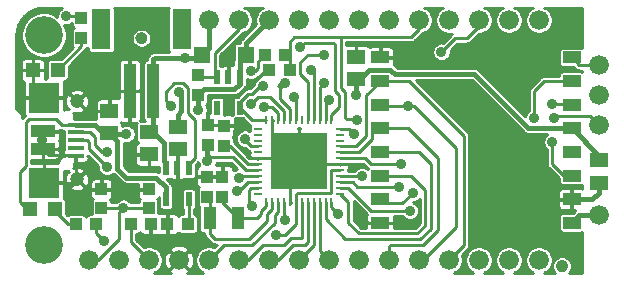
<source format=gtl>
G04 #@! TF.GenerationSoftware,KiCad,Pcbnew,5.0.2-bee76a0~70~ubuntu18.04.1*
G04 #@! TF.CreationDate,2019-01-06T18:04:21-06:00*
G04 #@! TF.ProjectId,Adafruit Feather M0 RFMxx,41646166-7275-4697-9420-466561746865,rev?*
G04 #@! TF.SameCoordinates,Original*
G04 #@! TF.FileFunction,Copper,L1,Top*
G04 #@! TF.FilePolarity,Positive*
%FSLAX46Y46*%
G04 Gerber Fmt 4.6, Leading zero omitted, Abs format (unit mm)*
G04 Created by KiCad (PCBNEW 5.0.2-bee76a0~70~ubuntu18.04.1) date Sun 06 Jan 2019 06:04:21 PM CST*
%MOMM*%
%LPD*%
G01*
G04 APERTURE LIST*
G04 #@! TA.AperFunction,SMDPad,CuDef*
%ADD10R,1.500000X1.240000*%
G04 #@! TD*
G04 #@! TA.AperFunction,SMDPad,CuDef*
%ADD11R,1.000000X1.100000*%
G04 #@! TD*
G04 #@! TA.AperFunction,SMDPad,CuDef*
%ADD12R,1.200000X1.200000*%
G04 #@! TD*
G04 #@! TA.AperFunction,SMDPad,CuDef*
%ADD13R,1.100000X1.000000*%
G04 #@! TD*
G04 #@! TA.AperFunction,Conductor*
%ADD14C,0.100000*%
G04 #@! TD*
G04 #@! TA.AperFunction,SMDPad,CuDef*
%ADD15C,1.000000*%
G04 #@! TD*
G04 #@! TA.AperFunction,SMDPad,CuDef*
%ADD16R,1.000000X1.000000*%
G04 #@! TD*
G04 #@! TA.AperFunction,ComponentPad*
%ADD17C,3.200000*%
G04 #@! TD*
G04 #@! TA.AperFunction,SMDPad,CuDef*
%ADD18R,2.000000X1.000000*%
G04 #@! TD*
G04 #@! TA.AperFunction,SMDPad,CuDef*
%ADD19R,1.350000X0.400000*%
G04 #@! TD*
G04 #@! TA.AperFunction,ComponentPad*
%ADD20C,1.200000*%
G04 #@! TD*
G04 #@! TA.AperFunction,ComponentPad*
%ADD21R,2.500000X2.500000*%
G04 #@! TD*
G04 #@! TA.AperFunction,SMDPad,CuDef*
%ADD22R,0.550000X1.200000*%
G04 #@! TD*
G04 #@! TA.AperFunction,SMDPad,CuDef*
%ADD23R,1.400000X1.400000*%
G04 #@! TD*
G04 #@! TA.AperFunction,ComponentPad*
%ADD24C,1.676400*%
G04 #@! TD*
G04 #@! TA.AperFunction,SMDPad,CuDef*
%ADD25R,1.600000X3.400000*%
G04 #@! TD*
G04 #@! TA.AperFunction,SMDPad,CuDef*
%ADD26R,1.000000X4.600000*%
G04 #@! TD*
G04 #@! TA.AperFunction,SMDPad,CuDef*
%ADD27R,0.750000X0.250000*%
G04 #@! TD*
G04 #@! TA.AperFunction,SMDPad,CuDef*
%ADD28R,0.250000X0.750000*%
G04 #@! TD*
G04 #@! TA.AperFunction,SMDPad,CuDef*
%ADD29R,4.700000X4.700000*%
G04 #@! TD*
G04 #@! TA.AperFunction,SMDPad,CuDef*
%ADD30R,1.100000X1.900000*%
G04 #@! TD*
G04 #@! TA.AperFunction,SMDPad,CuDef*
%ADD31R,1.500000X1.000000*%
G04 #@! TD*
G04 #@! TA.AperFunction,ViaPad*
%ADD32C,0.906400*%
G04 #@! TD*
G04 #@! TA.AperFunction,Conductor*
%ADD33C,0.254000*%
G04 #@! TD*
G04 #@! TA.AperFunction,Conductor*
%ADD34C,0.406400*%
G04 #@! TD*
G04 #@! TA.AperFunction,Conductor*
%ADD35C,0.250000*%
G04 #@! TD*
G04 APERTURE END LIST*
D10*
G04 #@! TO.P,C6,2*
G04 #@! TO.N,GND*
X131189100Y-102524600D03*
G04 #@! TO.P,C6,1*
G04 #@! TO.N,VBUS*
X131189100Y-104424600D03*
G04 #@! TD*
D11*
G04 #@! TO.P,C7,2*
G04 #@! TO.N,GND*
X139501100Y-103721600D03*
G04 #@! TO.P,C7,1*
G04 #@! TO.N,+3V3*
X139501100Y-105421600D03*
G04 #@! TD*
D10*
G04 #@! TO.P,C8,2*
G04 #@! TO.N,GND*
X136959100Y-105759600D03*
G04 #@! TO.P,C8,1*
G04 #@! TO.N,+3V3*
X136959100Y-103859600D03*
G04 #@! TD*
D12*
G04 #@! TO.P,L1,A*
G04 #@! TO.N,Net-(L1-PadA)*
X126796100Y-99074600D03*
G04 #@! TO.P,L1,C*
G04 #@! TO.N,GND*
X124696100Y-99074600D03*
G04 #@! TD*
D13*
G04 #@! TO.P,C14,2*
G04 #@! TO.N,GND*
X134669900Y-112089007D03*
G04 #@! TO.P,C14,1*
G04 #@! TO.N,/AREF*
X132969900Y-112089007D03*
G04 #@! TD*
D11*
G04 #@! TO.P,R7,2*
G04 #@! TO.N,Net-(L1-PadA)*
X128816100Y-96328600D03*
G04 #@! TO.P,R7,1*
G04 #@! TO.N,/D13*
X128816100Y-94628600D03*
G04 #@! TD*
D14*
G04 #@! TO.N,N/C*
G04 #@! TO.C,U$34*
G36*
X133945110Y-95870007D02*
X133993646Y-95877206D01*
X134041243Y-95889129D01*
X134087443Y-95905659D01*
X134131799Y-95926638D01*
X134173886Y-95951864D01*
X134213298Y-95981094D01*
X134249654Y-96014046D01*
X134282606Y-96050402D01*
X134311836Y-96089814D01*
X134337062Y-96131901D01*
X134358041Y-96176257D01*
X134374571Y-96222457D01*
X134386494Y-96270054D01*
X134393693Y-96318590D01*
X134396101Y-96367599D01*
X134396101Y-96367601D01*
X134393693Y-96416610D01*
X134386494Y-96465146D01*
X134374571Y-96512743D01*
X134358041Y-96558943D01*
X134337062Y-96603299D01*
X134311836Y-96645386D01*
X134282606Y-96684798D01*
X134249654Y-96721154D01*
X134213298Y-96754106D01*
X134173886Y-96783336D01*
X134131799Y-96808562D01*
X134087443Y-96829541D01*
X134041243Y-96846071D01*
X133993646Y-96857994D01*
X133945110Y-96865193D01*
X133896101Y-96867601D01*
X133896099Y-96867601D01*
X133847090Y-96865193D01*
X133798554Y-96857994D01*
X133750957Y-96846071D01*
X133704757Y-96829541D01*
X133660401Y-96808562D01*
X133618314Y-96783336D01*
X133578902Y-96754106D01*
X133542546Y-96721154D01*
X133509594Y-96684798D01*
X133480364Y-96645386D01*
X133455138Y-96603299D01*
X133434159Y-96558943D01*
X133417629Y-96512743D01*
X133405706Y-96465146D01*
X133398507Y-96416610D01*
X133396099Y-96367601D01*
X133396099Y-96367599D01*
X133398507Y-96318590D01*
X133405706Y-96270054D01*
X133417629Y-96222457D01*
X133434159Y-96176257D01*
X133455138Y-96131901D01*
X133480364Y-96089814D01*
X133509594Y-96050402D01*
X133542546Y-96014046D01*
X133578902Y-95981094D01*
X133618314Y-95951864D01*
X133660401Y-95926638D01*
X133704757Y-95905659D01*
X133750957Y-95889129D01*
X133798554Y-95877206D01*
X133847090Y-95870007D01*
X133896099Y-95867599D01*
X133896101Y-95867599D01*
X133945110Y-95870007D01*
X133945110Y-95870007D01*
G37*
D15*
G04 #@! TD*
G04 #@! TO.P,U$34,1*
G04 #@! TO.N,N/C*
X133896100Y-96367600D03*
D14*
G04 #@! TO.N,N/C*
G04 #@! TO.C,U$35*
G36*
X169552310Y-115167007D02*
X169600846Y-115174206D01*
X169648443Y-115186129D01*
X169694643Y-115202659D01*
X169738999Y-115223638D01*
X169781086Y-115248864D01*
X169820498Y-115278094D01*
X169856854Y-115311046D01*
X169889806Y-115347402D01*
X169919036Y-115386814D01*
X169944262Y-115428901D01*
X169965241Y-115473257D01*
X169981771Y-115519457D01*
X169993694Y-115567054D01*
X170000893Y-115615590D01*
X170003301Y-115664599D01*
X170003301Y-115664601D01*
X170000893Y-115713610D01*
X169993694Y-115762146D01*
X169981771Y-115809743D01*
X169965241Y-115855943D01*
X169944262Y-115900299D01*
X169919036Y-115942386D01*
X169889806Y-115981798D01*
X169856854Y-116018154D01*
X169820498Y-116051106D01*
X169781086Y-116080336D01*
X169738999Y-116105562D01*
X169694643Y-116126541D01*
X169648443Y-116143071D01*
X169600846Y-116154994D01*
X169552310Y-116162193D01*
X169503301Y-116164601D01*
X169503299Y-116164601D01*
X169454290Y-116162193D01*
X169405754Y-116154994D01*
X169358157Y-116143071D01*
X169311957Y-116126541D01*
X169267601Y-116105562D01*
X169225514Y-116080336D01*
X169186102Y-116051106D01*
X169149746Y-116018154D01*
X169116794Y-115981798D01*
X169087564Y-115942386D01*
X169062338Y-115900299D01*
X169041359Y-115855943D01*
X169024829Y-115809743D01*
X169012906Y-115762146D01*
X169005707Y-115713610D01*
X169003299Y-115664601D01*
X169003299Y-115664599D01*
X169005707Y-115615590D01*
X169012906Y-115567054D01*
X169024829Y-115519457D01*
X169041359Y-115473257D01*
X169062338Y-115428901D01*
X169087564Y-115386814D01*
X169116794Y-115347402D01*
X169149746Y-115311046D01*
X169186102Y-115278094D01*
X169225514Y-115248864D01*
X169267601Y-115223638D01*
X169311957Y-115202659D01*
X169358157Y-115186129D01*
X169405754Y-115174206D01*
X169454290Y-115167007D01*
X169503299Y-115164599D01*
X169503301Y-115164599D01*
X169552310Y-115167007D01*
X169552310Y-115167007D01*
G37*
D15*
G04 #@! TD*
G04 #@! TO.P,U$35,1*
G04 #@! TO.N,N/C*
X169503300Y-115664600D03*
D16*
G04 #@! TO.P,SW1,3*
G04 #@! TO.N,/~RESET*
X134499100Y-110756600D03*
G04 #@! TO.P,SW1,4*
G04 #@! TO.N,GND*
X134499100Y-109156600D03*
G04 #@! TO.P,SW1,2*
X130499100Y-109156600D03*
G04 #@! TO.P,SW1,1*
G04 #@! TO.N,/~RESET*
X130499100Y-110756600D03*
G04 #@! TD*
D17*
G04 #@! TO.P,U$31,P$1*
G04 #@! TO.N,N/C*
X125641100Y-96113600D03*
G04 #@! TD*
G04 #@! TO.P,U$32,P$1*
G04 #@! TO.N,N/C*
X125641100Y-113893600D03*
G04 #@! TD*
D18*
G04 #@! TO.P,X3,BASE@2*
G04 #@! TO.N,GND*
X125546100Y-105753600D03*
G04 #@! TO.P,X3,BASE@1*
X125546100Y-104253600D03*
D19*
G04 #@! TO.P,X3,GND*
X128321100Y-106303600D03*
G04 #@! TO.P,X3,ID*
G04 #@! TO.N,Net-(X3-PadID)*
X128321100Y-105653600D03*
G04 #@! TO.P,X3,D+*
G04 #@! TO.N,/D+*
X128321100Y-105003600D03*
G04 #@! TO.P,X3,D-*
G04 #@! TO.N,/D-*
X128321100Y-104353600D03*
G04 #@! TO.P,X3,VBUS*
G04 #@! TO.N,VBUS*
X128321100Y-103703600D03*
D20*
G04 #@! TO.P,X3,SPRT@2*
G04 #@! TO.N,GND*
X128446100Y-108303600D03*
G04 #@! TO.P,X3,SPRT@1*
X128446100Y-101703600D03*
D21*
G04 #@! TO.P,X3,SPRT@3*
X125646100Y-101403600D03*
G04 #@! TO.P,X3,SPRT@4*
X125646100Y-108603600D03*
G04 #@! TD*
D22*
G04 #@! TO.P,U2,5*
G04 #@! TO.N,+3V3*
X142212100Y-102239700D03*
G04 #@! TO.P,U2,4*
G04 #@! TO.N,Net-(U2-Pad4)*
X140312100Y-102239700D03*
G04 #@! TO.P,U2,3*
G04 #@! TO.N,/EN*
X140312100Y-99639500D03*
G04 #@! TO.P,U2,2*
G04 #@! TO.N,GND*
X141262100Y-99639500D03*
G04 #@! TO.P,U2,1*
G04 #@! TO.N,VBUS*
X142212100Y-99639500D03*
G04 #@! TD*
D23*
G04 #@! TO.P,D1,A*
G04 #@! TO.N,VBAT*
X139031100Y-97764600D03*
G04 #@! TO.P,D1,C*
G04 #@! TO.N,VBUS*
X142731100Y-97764600D03*
G04 #@! TD*
D24*
G04 #@! TO.P,JP1,16*
G04 #@! TO.N,/~RESET*
X129451100Y-115163600D03*
G04 #@! TO.P,JP1,15*
G04 #@! TO.N,+3V3*
X131991100Y-115163600D03*
G04 #@! TO.P,JP1,14*
G04 #@! TO.N,/AREF*
X134531100Y-115163600D03*
G04 #@! TO.P,JP1,13*
G04 #@! TO.N,GND*
X137071100Y-115163600D03*
G04 #@! TO.P,JP1,12*
G04 #@! TO.N,/A0*
X139611100Y-115163600D03*
G04 #@! TO.P,JP1,11*
G04 #@! TO.N,/A1*
X142151100Y-115163600D03*
G04 #@! TO.P,JP1,10*
G04 #@! TO.N,/A2*
X144691100Y-115163600D03*
G04 #@! TO.P,JP1,9*
G04 #@! TO.N,/A3*
X147231100Y-115163600D03*
G04 #@! TO.P,JP1,8*
G04 #@! TO.N,/A4*
X149771100Y-115163600D03*
G04 #@! TO.P,JP1,7*
G04 #@! TO.N,/A5*
X152311100Y-115163600D03*
G04 #@! TO.P,JP1,6*
G04 #@! TO.N,/SCK*
X154851100Y-115163600D03*
G04 #@! TO.P,JP1,5*
G04 #@! TO.N,/MOSI*
X157391100Y-115163600D03*
G04 #@! TO.P,JP1,4*
G04 #@! TO.N,/MISO*
X159931100Y-115163600D03*
G04 #@! TO.P,JP1,3*
G04 #@! TO.N,/D0*
X162471100Y-115163600D03*
G04 #@! TO.P,JP1,2*
G04 #@! TO.N,/D1*
X165011100Y-115163600D03*
G04 #@! TO.P,JP1,1*
G04 #@! TO.N,/DIO1*
X167551100Y-115163600D03*
G04 #@! TD*
D25*
G04 #@! TO.P,X1,NC2*
G04 #@! TO.N,N/C*
X137296100Y-95629600D03*
G04 #@! TO.P,X1,NC1*
X130496100Y-95629600D03*
D26*
G04 #@! TO.P,X1,2*
G04 #@! TO.N,VBAT*
X134896100Y-100829600D03*
G04 #@! TO.P,X1,1*
G04 #@! TO.N,GND*
X132896100Y-100829600D03*
G04 #@! TD*
D24*
G04 #@! TO.P,JP3,12*
G04 #@! TO.N,/SDA*
X167551100Y-94843600D03*
G04 #@! TO.P,JP3,11*
G04 #@! TO.N,/SCL*
X165011100Y-94843600D03*
G04 #@! TO.P,JP3,10*
G04 #@! TO.N,/D5*
X162471100Y-94843600D03*
G04 #@! TO.P,JP3,9*
G04 #@! TO.N,/D6*
X159931100Y-94843600D03*
G04 #@! TO.P,JP3,8*
G04 #@! TO.N,/D9*
X157391100Y-94843600D03*
G04 #@! TO.P,JP3,7*
G04 #@! TO.N,/D10*
X154851100Y-94843600D03*
G04 #@! TO.P,JP3,6*
G04 #@! TO.N,/D11*
X152311100Y-94843600D03*
G04 #@! TO.P,JP3,5*
G04 #@! TO.N,/D12*
X149771100Y-94843600D03*
G04 #@! TO.P,JP3,4*
G04 #@! TO.N,/D13*
X147231100Y-94843600D03*
G04 #@! TO.P,JP3,3*
G04 #@! TO.N,VBUS*
X144691100Y-94843600D03*
G04 #@! TO.P,JP3,2*
G04 #@! TO.N,/EN*
X142151100Y-94843600D03*
G04 #@! TO.P,JP3,1*
G04 #@! TO.N,VBAT*
X139611100Y-94843600D03*
G04 #@! TD*
D22*
G04 #@! TO.P,U3,5*
G04 #@! TO.N,Net-(R8-Pad1)*
X137894100Y-109986700D03*
G04 #@! TO.P,U3,4*
G04 #@! TO.N,VBUS*
X135994100Y-109986700D03*
G04 #@! TO.P,U3,3*
G04 #@! TO.N,VBAT*
X135994100Y-107386500D03*
G04 #@! TO.P,U3,2*
G04 #@! TO.N,GND*
X136944100Y-107386500D03*
G04 #@! TO.P,U3,1*
G04 #@! TO.N,Net-(R2-Pad2)*
X137894100Y-107386500D03*
G04 #@! TD*
D12*
G04 #@! TO.P,CHG1,A*
G04 #@! TO.N,VBUS*
X124464100Y-110845600D03*
G04 #@! TO.P,CHG1,C*
G04 #@! TO.N,Net-(CHG1-PadC)*
X126564100Y-110845600D03*
G04 #@! TD*
D13*
G04 #@! TO.P,R2,2*
G04 #@! TO.N,Net-(R2-Pad2)*
X130047100Y-112115600D03*
G04 #@! TO.P,R2,1*
G04 #@! TO.N,Net-(CHG1-PadC)*
X128347100Y-112115600D03*
G04 #@! TD*
D10*
G04 #@! TO.P,C3,2*
G04 #@! TO.N,GND*
X134531100Y-106207600D03*
G04 #@! TO.P,C3,1*
G04 #@! TO.N,VBAT*
X134531100Y-104307600D03*
G04 #@! TD*
D13*
G04 #@! TO.P,R8,2*
G04 #@! TO.N,GND*
X136094100Y-112115600D03*
G04 #@! TO.P,R8,1*
G04 #@! TO.N,Net-(R8-Pad1)*
X137794100Y-112115600D03*
G04 #@! TD*
G04 #@! TO.P,R3,2*
G04 #@! TO.N,/D9*
X146049100Y-97764600D03*
G04 #@! TO.P,R3,1*
G04 #@! TO.N,VBAT*
X144349100Y-97764600D03*
G04 #@! TD*
G04 #@! TO.P,R6,2*
G04 #@! TO.N,GND*
X144730100Y-99034600D03*
G04 #@! TO.P,R6,1*
G04 #@! TO.N,/D9*
X146430100Y-99034600D03*
G04 #@! TD*
D27*
G04 #@! TO.P,U$4,48*
G04 #@! TO.N,Net-(U$4-Pad48)*
X143756100Y-109531600D03*
D28*
G04 #@! TO.P,U$4,36*
G04 #@! TO.N,+3V3*
X144481100Y-103306600D03*
D27*
G04 #@! TO.P,U$4,24*
G04 #@! TO.N,/D5*
X150706100Y-104031600D03*
D28*
G04 #@! TO.P,U$4,12*
G04 #@! TO.N,/D9*
X149981100Y-110256600D03*
D29*
G04 #@! TO.P,U$4,THERMAL*
G04 #@! TO.N,GND*
X147231100Y-106781600D03*
D27*
G04 #@! TO.P,U$4,47*
G04 #@! TO.N,/A5*
X143756100Y-109031600D03*
G04 #@! TO.P,U$4,46*
G04 #@! TO.N,/SWDIO*
X143756100Y-108531600D03*
G04 #@! TO.P,U$4,45*
G04 #@! TO.N,/SWCLK*
X143756100Y-108031600D03*
G04 #@! TO.P,U$4,44*
G04 #@! TO.N,+3V3*
X143756100Y-107531600D03*
G04 #@! TO.P,U$4,43*
G04 #@! TO.N,Net-(C1-Pad1)*
X143756100Y-107031600D03*
G04 #@! TO.P,U$4,42*
G04 #@! TO.N,GND*
X143756100Y-106531600D03*
G04 #@! TO.P,U$4,41*
G04 #@! TO.N,Net-(U$4-Pad41)*
X143756100Y-106031600D03*
G04 #@! TO.P,U$4,40*
G04 #@! TO.N,/~RESET*
X143756100Y-105531600D03*
G04 #@! TO.P,U$4,39*
G04 #@! TO.N,Net-(U$4-Pad39)*
X143756100Y-105031600D03*
G04 #@! TO.P,U$4,38*
G04 #@! TO.N,Net-(U$4-Pad38)*
X143756100Y-104531600D03*
G04 #@! TO.P,U$4,37*
G04 #@! TO.N,Net-(U$4-Pad37)*
X143756100Y-104031600D03*
D28*
G04 #@! TO.P,U$4,35*
G04 #@! TO.N,GND*
X144981100Y-103306600D03*
G04 #@! TO.P,U$4,34*
G04 #@! TO.N,/D+*
X145481100Y-103306600D03*
G04 #@! TO.P,U$4,33*
G04 #@! TO.N,/D-*
X145981100Y-103306600D03*
G04 #@! TO.P,U$4,32*
G04 #@! TO.N,/SCL*
X146481100Y-103306600D03*
G04 #@! TO.P,U$4,31*
G04 #@! TO.N,/SDA*
X146981100Y-103306600D03*
G04 #@! TO.P,U$4,30*
G04 #@! TO.N,/D7*
X147481100Y-103306600D03*
G04 #@! TO.P,U$4,29*
G04 #@! TO.N,/D6*
X147981100Y-103306600D03*
G04 #@! TO.P,U$4,28*
G04 #@! TO.N,/D12*
X148481100Y-103306600D03*
G04 #@! TO.P,U$4,27*
G04 #@! TO.N,/D10*
X148981100Y-103306600D03*
G04 #@! TO.P,U$4,26*
G04 #@! TO.N,/D13*
X149481100Y-103306600D03*
G04 #@! TO.P,U$4,25*
G04 #@! TO.N,/D11*
X149981100Y-103306600D03*
D27*
G04 #@! TO.P,U$4,23*
G04 #@! TO.N,/D2*
X150706100Y-104531600D03*
G04 #@! TO.P,U$4,22*
G04 #@! TO.N,Net-(U$4-Pad22)*
X150706100Y-105031600D03*
G04 #@! TO.P,U$4,21*
G04 #@! TO.N,/MISO*
X150706100Y-105531600D03*
G04 #@! TO.P,U$4,20*
G04 #@! TO.N,/SCK*
X150706100Y-106031600D03*
G04 #@! TO.P,U$4,19*
G04 #@! TO.N,/MOSI*
X150706100Y-106531600D03*
G04 #@! TO.P,U$4,18*
G04 #@! TO.N,GND*
X150706100Y-107031600D03*
G04 #@! TO.P,U$4,17*
G04 #@! TO.N,+3V3*
X150706100Y-107531600D03*
G04 #@! TO.P,U$4,16*
G04 #@! TO.N,/D0*
X150706100Y-108031600D03*
G04 #@! TO.P,U$4,15*
G04 #@! TO.N,/D1*
X150706100Y-108531600D03*
G04 #@! TO.P,U$4,14*
G04 #@! TO.N,/D3_IRQ*
X150706100Y-109031600D03*
G04 #@! TO.P,U$4,13*
G04 #@! TO.N,/D4_RST*
X150706100Y-109531600D03*
D28*
G04 #@! TO.P,U$4,11*
G04 #@! TO.N,/D8_CS*
X149481100Y-110256600D03*
G04 #@! TO.P,U$4,10*
G04 #@! TO.N,/A4*
X148981100Y-110256600D03*
G04 #@! TO.P,U$4,9*
G04 #@! TO.N,/A3*
X148481100Y-110256600D03*
G04 #@! TO.P,U$4,8*
G04 #@! TO.N,/A2*
X147981100Y-110256600D03*
G04 #@! TO.P,U$4,7*
G04 #@! TO.N,/A1*
X147481100Y-110256600D03*
G04 #@! TO.P,U$4,6*
G04 #@! TO.N,+3V3*
X146981100Y-110256600D03*
G04 #@! TO.P,U$4,5*
G04 #@! TO.N,GND*
X146481100Y-110256600D03*
G04 #@! TO.P,U$4,4*
G04 #@! TO.N,/AREF*
X145981100Y-110256600D03*
G04 #@! TO.P,U$4,3*
G04 #@! TO.N,/A0*
X145481100Y-110256600D03*
G04 #@! TO.P,U$4,2*
G04 #@! TO.N,Net-(C4-Pad1)*
X144981100Y-110256600D03*
G04 #@! TO.P,U$4,1*
G04 #@! TO.N,Net-(C2-Pad1)*
X144481100Y-110256600D03*
G04 #@! TD*
D11*
G04 #@! TO.P,C1,2*
G04 #@! TO.N,GND*
X140881100Y-103772600D03*
G04 #@! TO.P,C1,1*
G04 #@! TO.N,Net-(C1-Pad1)*
X140881100Y-105472600D03*
G04 #@! TD*
G04 #@! TO.P,C2,2*
G04 #@! TO.N,GND*
X140754100Y-108090600D03*
G04 #@! TO.P,C2,1*
G04 #@! TO.N,Net-(C2-Pad1)*
X140754100Y-109790600D03*
G04 #@! TD*
G04 #@! TO.P,C4,2*
G04 #@! TO.N,GND*
X139484100Y-108090600D03*
G04 #@! TO.P,C4,1*
G04 #@! TO.N,Net-(C4-Pad1)*
X139484100Y-109790600D03*
G04 #@! TD*
D30*
G04 #@! TO.P,X2,P$2*
G04 #@! TO.N,Net-(C4-Pad1)*
X139681100Y-111607600D03*
G04 #@! TO.P,X2,P$1*
G04 #@! TO.N,Net-(C2-Pad1)*
X142081100Y-111607600D03*
G04 #@! TD*
D10*
G04 #@! TO.P,C5,2*
G04 #@! TO.N,GND*
X152057100Y-97957600D03*
G04 #@! TO.P,C5,1*
G04 #@! TO.N,+3V3*
X152057100Y-99857600D03*
G04 #@! TD*
D11*
G04 #@! TO.P,R1,2*
G04 #@! TO.N,/EN*
X138722100Y-99454600D03*
G04 #@! TO.P,R1,1*
G04 #@! TO.N,VBUS*
X138722100Y-101154600D03*
G04 #@! TD*
D10*
G04 #@! TO.P,C9,2*
G04 #@! TO.N,GND*
X172631100Y-108620600D03*
G04 #@! TO.P,C9,1*
G04 #@! TO.N,+3V3*
X172631100Y-106720600D03*
G04 #@! TD*
D24*
G04 #@! TO.P,JP2,1*
G04 #@! TO.N,Net-(JP2-Pad1)*
X172631100Y-111353600D03*
G04 #@! TD*
D31*
G04 #@! TO.P,U4,16P*
G04 #@! TO.N,GND*
X154117100Y-112003600D03*
G04 #@! TO.P,U4,15P*
G04 #@! TO.N,/DIO5*
X154117100Y-110003600D03*
G04 #@! TO.P,U4,14P*
G04 #@! TO.N,/D4_RST*
X154117100Y-108003600D03*
G04 #@! TO.P,U4,13P*
G04 #@! TO.N,/D8_CS*
X154117100Y-106003600D03*
G04 #@! TO.P,U4,12P*
G04 #@! TO.N,/SCK*
X154117100Y-104003600D03*
G04 #@! TO.P,U4,11P*
G04 #@! TO.N,/MOSI*
X154117100Y-102003600D03*
G04 #@! TO.P,U4,10P*
G04 #@! TO.N,/MISO*
X154117100Y-100003600D03*
G04 #@! TO.P,U4,9P*
G04 #@! TO.N,GND*
X154117100Y-98003600D03*
G04 #@! TO.P,U4,8P*
G04 #@! TO.N,/DIO2*
X170317100Y-98003600D03*
G04 #@! TO.P,U4,7P*
G04 #@! TO.N,/DIO1*
X170317100Y-100003600D03*
G04 #@! TO.P,U4,6P*
G04 #@! TO.N,/D3_IRQ*
X170317100Y-102003600D03*
G04 #@! TO.P,U4,5P*
G04 #@! TO.N,+3V3*
X170317100Y-104003600D03*
G04 #@! TO.P,U4,4P*
G04 #@! TO.N,Net-(U4-Pad4P)*
X170317100Y-106003600D03*
G04 #@! TO.P,U4,3P*
G04 #@! TO.N,/DIO3*
X170317100Y-108003600D03*
G04 #@! TO.P,U4,2P*
G04 #@! TO.N,GND*
X170317100Y-110003600D03*
G04 #@! TO.P,U4,1P*
G04 #@! TO.N,Net-(JP2-Pad1)*
X170317100Y-112003600D03*
G04 #@! TD*
D24*
G04 #@! TO.P,JP5,3*
G04 #@! TO.N,/DIO2*
X172631100Y-98653600D03*
G04 #@! TO.P,JP5,2*
G04 #@! TO.N,/DIO3*
X172631100Y-101193600D03*
G04 #@! TO.P,JP5,1*
G04 #@! TO.N,/DIO5*
X172631100Y-103733600D03*
G04 #@! TD*
D32*
G04 #@! TO.N,GND*
X125514100Y-105003600D03*
X132753100Y-105892600D03*
X136944100Y-110845600D03*
X132372100Y-109194600D03*
X142151100Y-103733600D03*
X141262100Y-98018600D03*
X145453100Y-106781600D03*
X147231100Y-105003600D03*
X149009100Y-106908600D03*
X146469100Y-108559600D03*
X131483100Y-100812600D03*
X152565100Y-111607600D03*
X155867100Y-98526600D03*
X168694100Y-108432600D03*
X166281100Y-108940600D03*
X168567100Y-114020600D03*
X166281100Y-112496600D03*
X165519100Y-104241600D03*
X163106100Y-102082600D03*
X161836100Y-103860600D03*
X162217100Y-111480600D03*
X162217100Y-107289600D03*
X165900100Y-100304600D03*
X168313100Y-98653600D03*
X169202100Y-96240600D03*
X160820100Y-98272600D03*
X164630100Y-97764600D03*
X160820100Y-100431600D03*
X158788100Y-100812600D03*
X160566100Y-102336600D03*
X164249100Y-111607600D03*
X164249100Y-108686600D03*
X162090100Y-109448600D03*
X166154100Y-106527600D03*
X166154100Y-110972600D03*
X163995100Y-105511600D03*
X130683000Y-98806000D03*
G04 #@! TO.N,+3V3*
X145326100Y-113004600D03*
X139484100Y-106781600D03*
X152057100Y-101193600D03*
X137037915Y-100951416D03*
X144183100Y-100431600D03*
G04 #@! TO.N,VBUS*
X132626100Y-104495600D03*
X138722100Y-102463600D03*
G04 #@! TO.N,VBAT*
X143167100Y-99161600D03*
X137565318Y-98033382D03*
G04 #@! TO.N,/AREF*
X146088100Y-111734600D03*
G04 #@! TO.N,/D13*
X127546100Y-94462600D03*
X149771100Y-101574600D03*
G04 #@! TO.N,/~RESET*
X132372100Y-110718600D03*
X142659100Y-104876600D03*
G04 #@! TO.N,/D+*
X130975100Y-107289600D03*
X144310100Y-102209600D03*
G04 #@! TO.N,/D-*
X130975100Y-106019600D03*
X143167100Y-101955600D03*
G04 #@! TO.N,/A5*
X143294100Y-110591600D03*
G04 #@! TO.N,/MOSI*
X155867100Y-107035600D03*
X156502100Y-102082600D03*
G04 #@! TO.N,/D0*
X152565100Y-108051600D03*
G04 #@! TO.N,/D1*
X155740100Y-108940600D03*
G04 #@! TO.N,/DIO1*
X167170100Y-103098600D03*
G04 #@! TO.N,/SDA*
X146811994Y-101346000D03*
G04 #@! TO.N,/SCL*
X146050000Y-100187824D03*
G04 #@! TO.N,/D5*
X151930100Y-104495600D03*
X159296100Y-97510600D03*
G04 #@! TO.N,/D6*
X149390100Y-97764600D03*
G04 #@! TO.N,/D9*
X150533100Y-111226600D03*
X152120600Y-103289100D03*
G04 #@! TO.N,/D10*
X149390100Y-100177600D03*
G04 #@! TO.N,/D11*
X147358100Y-97129600D03*
G04 #@! TO.N,/D12*
X148247100Y-99034600D03*
G04 #@! TO.N,Net-(R2-Pad2)*
X130721100Y-113512600D03*
X136397996Y-102108000D03*
G04 #@! TO.N,/SWDIO*
X142024100Y-109321600D03*
G04 #@! TO.N,/SWCLK*
X142151100Y-108178600D03*
G04 #@! TO.N,/D3_IRQ*
X156629100Y-110972600D03*
X168694100Y-101955600D03*
G04 #@! TO.N,/DIO5*
X156883100Y-109448600D03*
X168821100Y-103098600D03*
G04 #@! TO.N,/DIO3*
X168694100Y-105130600D03*
G04 #@! TD*
D33*
G04 #@! TO.N,GND*
X124696100Y-99074600D02*
X124696100Y-101403600D01*
X124696100Y-101403600D02*
X125646100Y-101403600D01*
X128321100Y-106303600D02*
X128321100Y-108178600D01*
X128321100Y-108178600D02*
X128446100Y-108303600D01*
X125646100Y-108603600D02*
X128146100Y-108603600D01*
X128146100Y-108603600D02*
X128446100Y-108303600D01*
X130499100Y-109156600D02*
X134499100Y-109156600D01*
X137071100Y-105759600D02*
X136959100Y-105759600D01*
X134499100Y-109156600D02*
X134620100Y-109156600D01*
X144981100Y-103306600D02*
X144981100Y-104531600D01*
X144981100Y-104531600D02*
X147231100Y-106781600D01*
X143756100Y-106531600D02*
X146981100Y-106531600D01*
X146981100Y-106531600D02*
X147231100Y-106781600D01*
X146481100Y-110256600D02*
X146481100Y-107531600D01*
X146481100Y-107531600D02*
X147231100Y-106781600D01*
X150706100Y-107031600D02*
X147481100Y-107031600D01*
X147481100Y-107031600D02*
X147231100Y-106781600D01*
X140754100Y-108090600D02*
X139484100Y-108090600D01*
X150706100Y-107031600D02*
X151291100Y-107031600D01*
X151291100Y-107031600D02*
X151295100Y-107035600D01*
X141262100Y-99639500D02*
X141262100Y-98399600D01*
X146481100Y-107531600D02*
X146469100Y-107543600D01*
X146469100Y-107543600D02*
X146469100Y-108559600D01*
X143756100Y-106531600D02*
X143171100Y-106531600D01*
X143171100Y-106531600D02*
X141770100Y-105130600D01*
X141770100Y-105130600D02*
X141770100Y-104114600D01*
X141770100Y-104114600D02*
X142151100Y-103733600D01*
D34*
X170317100Y-110003600D02*
X172076100Y-110003600D01*
X172076100Y-110003600D02*
X172631100Y-109448600D01*
X172631100Y-109448600D02*
X172631100Y-108620600D01*
X172885100Y-108366600D02*
X172631100Y-108620600D01*
D35*
X140830100Y-103721600D02*
X140881100Y-103772600D01*
X139501100Y-103721600D02*
X140830100Y-103721600D01*
D33*
X143167100Y-100304600D02*
X143040100Y-100304600D01*
X144437100Y-99034600D02*
X143167100Y-100304600D01*
X126091500Y-106299000D02*
X125546100Y-105753600D01*
X128316500Y-106299000D02*
X127893462Y-106299000D01*
X128321100Y-106303600D02*
X128316500Y-106299000D01*
X127893462Y-106299000D02*
X127871061Y-106276599D01*
X127871061Y-106276599D02*
X127221139Y-106276599D01*
X127221139Y-106276599D02*
X127198738Y-106299000D01*
X127198738Y-106299000D02*
X126091500Y-106299000D01*
G04 #@! TO.N,+3V3*
X143756100Y-107531600D02*
X142728500Y-107531600D01*
X146981100Y-110256600D02*
X146981100Y-112111600D01*
X146981100Y-112111600D02*
X146088100Y-113004600D01*
X146088100Y-113004600D02*
X145326100Y-113004600D01*
X139501100Y-106398500D02*
X139501100Y-105421600D01*
X150706100Y-107531600D02*
X149974300Y-107531600D01*
X149974300Y-107531600D02*
X149974300Y-109499400D01*
X149974300Y-109499400D02*
X147104100Y-109499400D01*
X146981100Y-110256600D02*
X146981100Y-109622400D01*
X146981100Y-109622400D02*
X147104100Y-109499400D01*
D34*
X152057100Y-101193600D02*
X152057100Y-99857600D01*
D33*
X144481100Y-103306600D02*
X143279000Y-103306600D01*
X143279000Y-103306600D02*
X142212100Y-102239700D01*
D34*
X139484100Y-105438600D02*
X139484100Y-106781600D01*
D33*
X142728500Y-107531600D02*
X141661000Y-106464100D01*
X141661000Y-106464100D02*
X139674600Y-106464100D01*
X139674600Y-106464100D02*
X139501100Y-106290600D01*
X139501100Y-106290600D02*
X139501100Y-105421600D01*
D34*
X139484100Y-105438600D02*
X139501100Y-105421600D01*
X152057100Y-99857600D02*
X152377100Y-99857600D01*
X152377100Y-99857600D02*
X153200100Y-99034600D01*
X153200100Y-99034600D02*
X154978100Y-99034600D01*
X154978100Y-99034600D02*
X155359100Y-99415600D01*
X155359100Y-99415600D02*
X162090100Y-99415600D01*
X162090100Y-99415600D02*
X166662100Y-103987600D01*
X166662100Y-103987600D02*
X170301100Y-103987600D01*
X170301100Y-103987600D02*
X170317100Y-104003600D01*
X172631100Y-106720600D02*
X172631100Y-106317600D01*
X172631100Y-106317600D02*
X170317100Y-104003600D01*
X136959100Y-103859600D02*
X136959100Y-102833200D01*
X136959100Y-102833200D02*
X137254407Y-102537893D01*
X137254407Y-102537893D02*
X137254407Y-101167908D01*
X137254407Y-101167908D02*
X137037915Y-100951416D01*
D33*
X143929100Y-100431600D02*
X144183100Y-100431600D01*
X142212100Y-102239700D02*
X142212100Y-101767600D01*
X142212100Y-101767600D02*
X142913100Y-101066600D01*
X142913100Y-101066600D02*
X143294100Y-101066600D01*
X143294100Y-101066600D02*
X143929100Y-100431600D01*
D34*
G04 #@! TO.N,VBUS*
X128321100Y-103703600D02*
X129929100Y-103703600D01*
D33*
X124464100Y-110845600D02*
X124244100Y-110845600D01*
X124244100Y-110845600D02*
X123609100Y-110210600D01*
X124371100Y-103225600D02*
X126657100Y-103225600D01*
X126657100Y-103225600D02*
X127165100Y-103733600D01*
X127165100Y-103733600D02*
X128291100Y-103733600D01*
X128291100Y-103733600D02*
X128321100Y-103703600D01*
X123609100Y-110210600D02*
X123609100Y-107670600D01*
X123609100Y-107670600D02*
X124117100Y-107162600D01*
X124117100Y-107162600D02*
X124117100Y-103479600D01*
X124117100Y-103479600D02*
X124371100Y-103225600D01*
D34*
X142731100Y-97764600D02*
X142731100Y-96803600D01*
X142731100Y-96803600D02*
X144691100Y-94843600D01*
X131864100Y-107416600D02*
X132626100Y-108178600D01*
X132626100Y-108178600D02*
X135166100Y-108178600D01*
X135166100Y-108178600D02*
X135994100Y-109006600D01*
X142731100Y-97764600D02*
X142212100Y-98283600D01*
X142212100Y-98283600D02*
X142212100Y-99639500D01*
X138722100Y-101154600D02*
X139191100Y-100685600D01*
X139191100Y-100685600D02*
X141770100Y-100685600D01*
X141770100Y-100685600D02*
X142212100Y-100243600D01*
X142212100Y-100243600D02*
X142212100Y-99639500D01*
X135994100Y-109006600D02*
X135994100Y-109986700D01*
X129929100Y-103703600D02*
X130650100Y-104424600D01*
D33*
X130650100Y-104424600D02*
X131189100Y-104424600D01*
X131189100Y-104424600D02*
X131260100Y-104495600D01*
D34*
X131260100Y-104495600D02*
X132626100Y-104495600D01*
X131864100Y-107416600D02*
X131864100Y-105099600D01*
X131864100Y-105099600D02*
X131189100Y-104424600D01*
X138722100Y-101154600D02*
X138722100Y-102463600D01*
D33*
G04 #@! TO.N,VBAT*
X134896100Y-100829600D02*
X134912100Y-100813600D01*
D34*
X139611100Y-94843600D02*
X139611100Y-97184600D01*
X139611100Y-97184600D02*
X139031100Y-97764600D01*
D33*
X143802100Y-98907600D02*
X143802100Y-98311600D01*
X143802100Y-98311600D02*
X144349100Y-97764600D01*
D34*
X134896100Y-100829600D02*
X134896100Y-103942600D01*
D33*
X134896100Y-103942600D02*
X134531100Y-104307600D01*
D34*
X135801100Y-105257600D02*
X134851100Y-104307600D01*
X134851100Y-104307600D02*
X134531100Y-104307600D01*
D33*
X143802100Y-98907600D02*
X143548100Y-99161600D01*
X143548100Y-99161600D02*
X143167100Y-99161600D01*
D34*
X135801100Y-105257600D02*
X135801100Y-106781600D01*
X135801100Y-106781600D02*
X135994100Y-106974600D01*
X135994100Y-106974600D02*
X135994100Y-107386500D01*
X139031100Y-97764600D02*
X138762318Y-98033382D01*
X134912100Y-98145600D02*
X135024318Y-98033382D01*
X134912100Y-100813600D02*
X134912100Y-98145600D01*
X135024318Y-98033382D02*
X137565318Y-98033382D01*
X138762318Y-98033382D02*
X137565318Y-98033382D01*
D33*
G04 #@! TO.N,/AREF*
X132969900Y-113602400D02*
X134531100Y-115163600D01*
X132969900Y-113602400D02*
X132969900Y-112089007D01*
X145981100Y-110256600D02*
X145981100Y-111627600D01*
X145981100Y-111627600D02*
X146088100Y-111734600D01*
G04 #@! TO.N,/D13*
X149481100Y-103306600D02*
X149481100Y-101864600D01*
X149481100Y-101864600D02*
X149771100Y-101574600D01*
X128816100Y-94628600D02*
X128650100Y-94462600D01*
X128650100Y-94462600D02*
X127546100Y-94462600D01*
G04 #@! TO.N,/~RESET*
X129451100Y-115163600D02*
X129578100Y-115163600D01*
X131991100Y-113385600D02*
X131991100Y-111099600D01*
X143756100Y-105531600D02*
X143187100Y-105531600D01*
X143187100Y-105531600D02*
X142659100Y-105003600D01*
X142659100Y-105003600D02*
X142659100Y-104876600D01*
X130213100Y-115163600D02*
X129451100Y-115163600D01*
X131991100Y-113385600D02*
X130213100Y-115163600D01*
X130499100Y-110756600D02*
X130537100Y-110718600D01*
X130537100Y-110718600D02*
X132372100Y-110718600D01*
X134499100Y-110756600D02*
X134461100Y-110718600D01*
X134461100Y-110718600D02*
X132372100Y-110718600D01*
X131991100Y-111099600D02*
X132372100Y-110718600D01*
G04 #@! TO.N,/D+*
X128321100Y-105003600D02*
X129324100Y-105003600D01*
X129324100Y-105003600D02*
X129451100Y-105130600D01*
X129451100Y-105130600D02*
X129451100Y-105765600D01*
X129451100Y-105765600D02*
X130975100Y-107289600D01*
X144310100Y-102209600D02*
X144951021Y-102209600D01*
X145481100Y-102739679D02*
X145481100Y-103306600D01*
X144951021Y-102209600D02*
X145481100Y-102739679D01*
G04 #@! TO.N,/D-*
X128321100Y-104353600D02*
X129563100Y-104353600D01*
X129563100Y-104353600D02*
X129959100Y-104749600D01*
X129959100Y-104749600D02*
X129959100Y-105384600D01*
X129959100Y-105384600D02*
X130594100Y-106019600D01*
X130594100Y-106019600D02*
X130975100Y-106019600D01*
X145981100Y-102677600D02*
X145981100Y-103306600D01*
X144735832Y-101320600D02*
X145981100Y-102565868D01*
X143802100Y-101320600D02*
X144735832Y-101320600D01*
X145981100Y-102565868D02*
X145981100Y-102677600D01*
X143167100Y-101955600D02*
X143802100Y-101320600D01*
G04 #@! TO.N,/EN*
X140312100Y-99639500D02*
X140119100Y-99446500D01*
X140119100Y-99446500D02*
X140119100Y-97637600D01*
X140119100Y-97637600D02*
X142151100Y-95605600D01*
X142151100Y-95605600D02*
X142151100Y-94843600D01*
X138722100Y-99454600D02*
X138907000Y-99639500D01*
X138907000Y-99639500D02*
X140312100Y-99639500D01*
G04 #@! TO.N,/A0*
X145481100Y-110256600D02*
X145481100Y-111071600D01*
X145199100Y-111988600D02*
X143294100Y-113893600D01*
X143294100Y-113893600D02*
X140881100Y-113893600D01*
X140881100Y-113893600D02*
X139611100Y-115163600D01*
X145481100Y-111071600D02*
X145199100Y-111353600D01*
X145199100Y-111353600D02*
X145199100Y-111988600D01*
G04 #@! TO.N,/A1*
X147481100Y-110256600D02*
X147481100Y-112119600D01*
X145961100Y-113893600D02*
X144183100Y-113893600D01*
X144183100Y-113893600D02*
X142913100Y-115163600D01*
X142913100Y-115163600D02*
X142151100Y-115163600D01*
X147481100Y-112119600D02*
X147485100Y-112123600D01*
X147485100Y-112123600D02*
X147485100Y-113258600D01*
X147485100Y-113258600D02*
X146596100Y-113258600D01*
X146596100Y-113258600D02*
X145961100Y-113893600D01*
G04 #@! TO.N,/A2*
X147981100Y-110256600D02*
X147981100Y-113651600D01*
X144945100Y-115163600D02*
X144691100Y-115163600D01*
X147981100Y-113651600D02*
X147739100Y-113893600D01*
X147739100Y-113893600D02*
X146723100Y-113893600D01*
X146723100Y-113893600D02*
X145453100Y-115163600D01*
X145453100Y-115163600D02*
X144691100Y-115163600D01*
G04 #@! TO.N,/A3*
X148481100Y-110256600D02*
X148481100Y-113913600D01*
X148481100Y-113913600D02*
X147231100Y-115163600D01*
G04 #@! TO.N,/A4*
X148981100Y-110256600D02*
X148981100Y-114373600D01*
X148981100Y-114373600D02*
X149771100Y-115163600D01*
G04 #@! TO.N,/A5*
X143756100Y-109031600D02*
X143203100Y-109031600D01*
X143203100Y-109031600D02*
X143040100Y-109194600D01*
X143040100Y-109194600D02*
X143040100Y-110337600D01*
X143040100Y-110337600D02*
X143294100Y-110591600D01*
G04 #@! TO.N,/SCK*
X152311100Y-106019600D02*
X150718100Y-106019600D01*
X150718100Y-106019600D02*
X150706100Y-106031600D01*
X152311100Y-106019600D02*
X153454100Y-104876600D01*
X153454100Y-104876600D02*
X153454100Y-104241600D01*
X153454100Y-104241600D02*
X153692100Y-104003600D01*
X153692100Y-104003600D02*
X154117100Y-104003600D01*
X154851100Y-115163600D02*
X154851100Y-114020600D01*
X154851100Y-114020600D02*
X154978100Y-113893600D01*
X154978100Y-113893600D02*
X157772100Y-113893600D01*
X157772100Y-113893600D02*
X159042100Y-112623600D01*
X159042100Y-112623600D02*
X159042100Y-106527600D01*
X159042100Y-106527600D02*
X156502100Y-103987600D01*
X156502100Y-103987600D02*
X154133100Y-103987600D01*
X154133100Y-103987600D02*
X154117100Y-104003600D01*
G04 #@! TO.N,/MOSI*
X150706100Y-106531600D02*
X152823100Y-106531600D01*
X152823100Y-106531600D02*
X153327100Y-107035600D01*
X153327100Y-107035600D02*
X155867100Y-107035600D01*
X156502100Y-102082600D02*
X156423100Y-102003600D01*
X157391100Y-115163600D02*
X157772100Y-115163600D01*
X157772100Y-115163600D02*
X160566100Y-112369600D01*
X160566100Y-112369600D02*
X160566100Y-105638600D01*
X160566100Y-105638600D02*
X157010100Y-102082600D01*
X157010100Y-102082600D02*
X156502100Y-102082600D01*
X154117100Y-102003600D02*
X154196100Y-102082600D01*
X154196100Y-102082600D02*
X156502100Y-102082600D01*
G04 #@! TO.N,/MISO*
X150706100Y-105531600D02*
X152037100Y-105531600D01*
X152037100Y-105531600D02*
X152946100Y-104622600D01*
X152946100Y-104622600D02*
X152946100Y-101193600D01*
X152946100Y-101193600D02*
X154136100Y-100003600D01*
X154136100Y-100003600D02*
X154117100Y-100003600D01*
X154117100Y-100003600D02*
X156582100Y-100003600D01*
X156582100Y-100003600D02*
X161201100Y-104622600D01*
X161201100Y-104622600D02*
X161201100Y-113893600D01*
X161201100Y-113893600D02*
X159931100Y-115163600D01*
G04 #@! TO.N,/D0*
X150706100Y-108031600D02*
X152585100Y-108031600D01*
X152585100Y-108031600D02*
X152565100Y-108051600D01*
G04 #@! TO.N,/D1*
X150706100Y-108531600D02*
X151775100Y-108531600D01*
X151775100Y-108531600D02*
X152184100Y-108940600D01*
X152184100Y-108940600D02*
X155740100Y-108940600D01*
G04 #@! TO.N,/DIO1*
X170317100Y-100003600D02*
X167979100Y-100003600D01*
X167979100Y-100003600D02*
X167170100Y-100812600D01*
X167170100Y-100812600D02*
X167170100Y-103098600D01*
G04 #@! TO.N,/SDA*
X146981100Y-103306600D02*
X146981100Y-101515106D01*
X146981100Y-101515106D02*
X146811994Y-101346000D01*
G04 #@! TO.N,/SCL*
X145696876Y-100187824D02*
X146050000Y-100187824D01*
X145453100Y-100431600D02*
X145696876Y-100187824D01*
X146481100Y-103306600D02*
X146481100Y-102380202D01*
X145596801Y-100641023D02*
X146050000Y-100187824D01*
X146481100Y-102380202D02*
X145596801Y-101495903D01*
X145596801Y-101495903D02*
X145596801Y-100641023D01*
G04 #@! TO.N,/D5*
X150706100Y-104031600D02*
X151466100Y-104031600D01*
X151466100Y-104031600D02*
X151930100Y-104495600D01*
X159296100Y-97510600D02*
X160439100Y-96367600D01*
X160439100Y-96367600D02*
X161455100Y-96367600D01*
X161455100Y-96367600D02*
X162471100Y-95351600D01*
X162471100Y-95351600D02*
X162471100Y-94843600D01*
G04 #@! TO.N,/D6*
X147981100Y-103306600D02*
X147981100Y-100038600D01*
X147981100Y-100038600D02*
X147358100Y-99415600D01*
X147358100Y-99415600D02*
X147358100Y-98399600D01*
X147358100Y-98399600D02*
X147993100Y-97764600D01*
X147993100Y-97764600D02*
X149390100Y-97764600D01*
G04 #@! TO.N,/D9*
X157391100Y-95605600D02*
X157391100Y-94843600D01*
X150787100Y-96240600D02*
X150787100Y-100558600D01*
X150787100Y-100558600D02*
X151168100Y-100939600D01*
X151168100Y-100939600D02*
X151168100Y-103098600D01*
X151168100Y-103098600D02*
X151295100Y-103225600D01*
X151295100Y-103225600D02*
X152057100Y-103225600D01*
X152057100Y-103225600D02*
X152120600Y-103289100D01*
X146049100Y-97764600D02*
X146430100Y-97764600D01*
X146430100Y-97764600D02*
X146430100Y-99034600D01*
X146430100Y-97764600D02*
X146430100Y-96660600D01*
X146430100Y-96660600D02*
X146850100Y-96240600D01*
X146850100Y-96240600D02*
X150787100Y-96240600D01*
X150787100Y-96240600D02*
X156756100Y-96240600D01*
X156756100Y-96240600D02*
X157391100Y-95605600D01*
X150533100Y-111226600D02*
X149981100Y-110674600D01*
X149981100Y-110674600D02*
X149981100Y-110256600D01*
G04 #@! TO.N,/D10*
X148981100Y-103306600D02*
X148981100Y-100586600D01*
X148981100Y-100586600D02*
X149390100Y-100177600D01*
G04 #@! TO.N,/D11*
X149981100Y-103306600D02*
X149981100Y-102888600D01*
X149981100Y-102888600D02*
X150660100Y-102209600D01*
X150660100Y-102209600D02*
X150660100Y-101193600D01*
X150279100Y-100812600D02*
X150660100Y-101193600D01*
X150279100Y-100812600D02*
X150279100Y-96875600D01*
X150279100Y-96875600D02*
X150152100Y-96748600D01*
X150152100Y-96748600D02*
X147739100Y-96748600D01*
X147739100Y-96748600D02*
X147358100Y-97129600D01*
G04 #@! TO.N,/D12*
X148481100Y-103306600D02*
X148481100Y-99268600D01*
X148481100Y-99268600D02*
X148247100Y-99034600D01*
G04 #@! TO.N,Net-(R8-Pad1)*
X137894100Y-109986700D02*
X137894100Y-112015600D01*
X137894100Y-112015600D02*
X137794100Y-112115600D01*
G04 #@! TO.N,Net-(R2-Pad2)*
X130047100Y-112115600D02*
X130047100Y-112838600D01*
X130047100Y-112838600D02*
X130721100Y-113512600D01*
X137818117Y-102702617D02*
X137818117Y-100576918D01*
X137818117Y-100576918D02*
X137412413Y-100171214D01*
X135944797Y-101654801D02*
X136397996Y-102108000D01*
X137894100Y-107061500D02*
X138423100Y-106532500D01*
X137412413Y-100171214D02*
X136663417Y-100171214D01*
X138423100Y-106532500D02*
X138423100Y-103307600D01*
X136663417Y-100171214D02*
X135944797Y-100889834D01*
X135944797Y-100889834D02*
X135944797Y-101654801D01*
X138423100Y-103307600D02*
X137818117Y-102702617D01*
X137894100Y-107386500D02*
X137894100Y-107061500D01*
G04 #@! TO.N,/SWDIO*
X143756100Y-108531600D02*
X142941100Y-108531600D01*
X142941100Y-108531600D02*
X142151100Y-109321600D01*
X142151100Y-109321600D02*
X142024100Y-109321600D01*
G04 #@! TO.N,/SWCLK*
X143756100Y-108031600D02*
X142298100Y-108031600D01*
X142298100Y-108031600D02*
X142151100Y-108178600D01*
G04 #@! TO.N,Net-(C1-Pad1)*
X143756100Y-107031600D02*
X142913100Y-107031600D01*
X142913100Y-107031600D02*
X141354100Y-105472600D01*
X141354100Y-105472600D02*
X140881100Y-105472600D01*
G04 #@! TO.N,/D3_IRQ*
X150706100Y-109031600D02*
X151386100Y-109031600D01*
X151386100Y-109031600D02*
X153327100Y-110972600D01*
X153327100Y-110972600D02*
X156629100Y-110972600D01*
X170317100Y-102003600D02*
X170269100Y-101955600D01*
X170269100Y-101955600D02*
X168694100Y-101955600D01*
G04 #@! TO.N,/D4_RST*
X150706100Y-109531600D02*
X151422100Y-110247600D01*
X151422100Y-110247600D02*
X151422100Y-111988600D01*
X151422100Y-111988600D02*
X152311100Y-112877600D01*
X152311100Y-112877600D02*
X157264100Y-112877600D01*
X157264100Y-112877600D02*
X157899100Y-112242600D01*
X157899100Y-112242600D02*
X157899100Y-109194600D01*
X157899100Y-109194600D02*
X156708100Y-108003600D01*
X156708100Y-108003600D02*
X154117100Y-108003600D01*
G04 #@! TO.N,/D8_CS*
X157375100Y-106003600D02*
X154117100Y-106003600D01*
X151168100Y-113385600D02*
X157518100Y-113385600D01*
X157518100Y-113385600D02*
X158407100Y-112496600D01*
X158407100Y-112496600D02*
X158407100Y-107035600D01*
X158407100Y-107035600D02*
X157375100Y-106003600D01*
X151168100Y-113385600D02*
X149481100Y-111698600D01*
X149481100Y-111698600D02*
X149481100Y-110256600D01*
G04 #@! TO.N,Net-(C4-Pad1)*
X140119100Y-113385600D02*
X143040100Y-113385600D01*
X143040100Y-113385600D02*
X144564100Y-111861600D01*
X144981100Y-110809600D02*
X144981100Y-110256600D01*
X139484100Y-109790600D02*
X139681100Y-109987600D01*
X139681100Y-109987600D02*
X139681100Y-111607600D01*
X140119100Y-113385600D02*
X139681100Y-112947600D01*
X139681100Y-112947600D02*
X139681100Y-111607600D01*
X144981100Y-110809600D02*
X144564100Y-111226600D01*
X144564100Y-111226600D02*
X144564100Y-111861600D01*
G04 #@! TO.N,Net-(C2-Pad1)*
X144481100Y-110256600D02*
X144481100Y-110547600D01*
X144481100Y-110547600D02*
X144056100Y-110972600D01*
X144056100Y-110972600D02*
X144056100Y-111226600D01*
X144056100Y-111226600D02*
X143675100Y-111607600D01*
X143675100Y-111607600D02*
X142081100Y-111607600D01*
X140754100Y-109790600D02*
X140754100Y-110280600D01*
X140754100Y-110280600D02*
X142081100Y-111607600D01*
D34*
G04 #@! TO.N,Net-(JP2-Pad1)*
X170317100Y-112003600D02*
X170967100Y-111353600D01*
X170967100Y-111353600D02*
X172631100Y-111353600D01*
D33*
G04 #@! TO.N,/DIO5*
X154117100Y-110003600D02*
X154451100Y-110337600D01*
X154451100Y-110337600D02*
X155994100Y-110337600D01*
X155994100Y-110337600D02*
X156883100Y-109448600D01*
X172631100Y-103733600D02*
X171869100Y-102971600D01*
X171869100Y-102971600D02*
X168821100Y-102971600D01*
X168821100Y-103098600D02*
X168821100Y-102971600D01*
G04 #@! TO.N,/DIO2*
X170317100Y-98003600D02*
X170967100Y-98653600D01*
X170967100Y-98653600D02*
X172631100Y-98653600D01*
G04 #@! TO.N,/DIO3*
X168694100Y-105130600D02*
X168694100Y-107035600D01*
X168694100Y-107035600D02*
X169710100Y-108051600D01*
X169710100Y-108051600D02*
X170269100Y-108051600D01*
X170269100Y-108051600D02*
X170317100Y-108003600D01*
G04 #@! TO.N,Net-(L1-PadA)*
X126796100Y-99074600D02*
X128816100Y-97054600D01*
X128816100Y-97054600D02*
X128816100Y-96328600D01*
G04 #@! TO.N,Net-(CHG1-PadC)*
X126564100Y-110845600D02*
X126564100Y-111006600D01*
X126564100Y-111006600D02*
X127673100Y-112115600D01*
X127673100Y-112115600D02*
X128347100Y-112115600D01*
G04 #@! TD*
G04 #@! TO.N,GND*
G36*
X166268775Y-104344091D02*
X166285378Y-104364322D01*
X166366112Y-104430578D01*
X166458220Y-104479811D01*
X166558163Y-104510128D01*
X166636057Y-104517800D01*
X166636059Y-104517800D01*
X166662099Y-104520365D01*
X166688139Y-104517800D01*
X168206898Y-104517800D01*
X168196752Y-104524579D01*
X168088079Y-104633252D01*
X168002696Y-104761037D01*
X167943883Y-104903024D01*
X167913900Y-105053757D01*
X167913900Y-105207443D01*
X167943883Y-105358176D01*
X168002696Y-105500163D01*
X168088079Y-105627948D01*
X168196752Y-105736621D01*
X168240100Y-105765585D01*
X168240101Y-107013302D01*
X168237905Y-107035600D01*
X168246670Y-107124599D01*
X168272630Y-107210178D01*
X168272631Y-107210179D01*
X168314788Y-107289049D01*
X168336043Y-107314948D01*
X168357079Y-107340580D01*
X168371522Y-107358179D01*
X168388838Y-107372390D01*
X169238518Y-108222071D01*
X169238518Y-108503600D01*
X169244832Y-108567703D01*
X169263530Y-108629343D01*
X169293894Y-108686150D01*
X169334757Y-108735943D01*
X169384550Y-108776806D01*
X169441357Y-108807170D01*
X169502997Y-108825868D01*
X169567100Y-108832182D01*
X171067100Y-108832182D01*
X171131203Y-108825868D01*
X171192843Y-108807170D01*
X171234100Y-108785118D01*
X171234100Y-109106263D01*
X171192818Y-109089163D01*
X171109550Y-109072600D01*
X170449850Y-109072600D01*
X170342100Y-109180350D01*
X170342100Y-109978600D01*
X170362100Y-109978600D01*
X170362100Y-110028600D01*
X170342100Y-110028600D01*
X170342100Y-110826850D01*
X170449850Y-110934600D01*
X170641894Y-110934600D01*
X170590378Y-110976878D01*
X170573775Y-110997109D01*
X170395866Y-111175018D01*
X169567100Y-111175018D01*
X169502997Y-111181332D01*
X169441357Y-111200030D01*
X169384550Y-111230394D01*
X169334757Y-111271257D01*
X169293894Y-111321050D01*
X169263530Y-111377857D01*
X169244832Y-111439497D01*
X169238518Y-111503600D01*
X169238518Y-112503600D01*
X169244832Y-112567703D01*
X169263530Y-112629343D01*
X169293894Y-112686150D01*
X169334757Y-112735943D01*
X169384550Y-112776806D01*
X169441357Y-112807170D01*
X169502997Y-112825868D01*
X169567100Y-112832182D01*
X171067100Y-112832182D01*
X171131203Y-112825868D01*
X171192843Y-112807170D01*
X171234100Y-112785118D01*
X171234100Y-116231599D01*
X170104706Y-116231599D01*
X170192242Y-116124936D01*
X170268811Y-115981686D01*
X170315962Y-115826249D01*
X170331883Y-115664601D01*
X170331883Y-115664599D01*
X170315962Y-115502951D01*
X170268811Y-115347514D01*
X170192242Y-115204264D01*
X170089197Y-115078703D01*
X169963636Y-114975658D01*
X169820386Y-114899089D01*
X169664949Y-114851938D01*
X169503301Y-114836017D01*
X169503299Y-114836017D01*
X169341651Y-114851938D01*
X169186214Y-114899089D01*
X169042964Y-114975658D01*
X168917403Y-115078703D01*
X168814358Y-115204264D01*
X168737789Y-115347514D01*
X168690638Y-115502951D01*
X168674717Y-115664599D01*
X168674717Y-115664601D01*
X168690638Y-115826249D01*
X168737789Y-115981686D01*
X168814358Y-116124936D01*
X168901894Y-116231599D01*
X168017537Y-116231599D01*
X168103029Y-116196187D01*
X168293872Y-116068670D01*
X168456170Y-115906372D01*
X168583687Y-115715529D01*
X168671522Y-115503476D01*
X168716300Y-115278362D01*
X168716300Y-115048838D01*
X168671522Y-114823724D01*
X168583687Y-114611671D01*
X168456170Y-114420828D01*
X168293872Y-114258530D01*
X168103029Y-114131013D01*
X167890976Y-114043178D01*
X167665862Y-113998400D01*
X167436338Y-113998400D01*
X167211224Y-114043178D01*
X166999171Y-114131013D01*
X166808328Y-114258530D01*
X166646030Y-114420828D01*
X166518513Y-114611671D01*
X166430678Y-114823724D01*
X166385900Y-115048838D01*
X166385900Y-115278362D01*
X166430678Y-115503476D01*
X166518513Y-115715529D01*
X166646030Y-115906372D01*
X166808328Y-116068670D01*
X166999171Y-116196187D01*
X167084663Y-116231599D01*
X165477537Y-116231599D01*
X165563029Y-116196187D01*
X165753872Y-116068670D01*
X165916170Y-115906372D01*
X166043687Y-115715529D01*
X166131522Y-115503476D01*
X166176300Y-115278362D01*
X166176300Y-115048838D01*
X166131522Y-114823724D01*
X166043687Y-114611671D01*
X165916170Y-114420828D01*
X165753872Y-114258530D01*
X165563029Y-114131013D01*
X165350976Y-114043178D01*
X165125862Y-113998400D01*
X164896338Y-113998400D01*
X164671224Y-114043178D01*
X164459171Y-114131013D01*
X164268328Y-114258530D01*
X164106030Y-114420828D01*
X163978513Y-114611671D01*
X163890678Y-114823724D01*
X163845900Y-115048838D01*
X163845900Y-115278362D01*
X163890678Y-115503476D01*
X163978513Y-115715529D01*
X164106030Y-115906372D01*
X164268328Y-116068670D01*
X164459171Y-116196187D01*
X164544663Y-116231599D01*
X162937537Y-116231599D01*
X163023029Y-116196187D01*
X163213872Y-116068670D01*
X163376170Y-115906372D01*
X163503687Y-115715529D01*
X163591522Y-115503476D01*
X163636300Y-115278362D01*
X163636300Y-115048838D01*
X163591522Y-114823724D01*
X163503687Y-114611671D01*
X163376170Y-114420828D01*
X163213872Y-114258530D01*
X163023029Y-114131013D01*
X162810976Y-114043178D01*
X162585862Y-113998400D01*
X162356338Y-113998400D01*
X162131224Y-114043178D01*
X161919171Y-114131013D01*
X161728328Y-114258530D01*
X161566030Y-114420828D01*
X161438513Y-114611671D01*
X161350678Y-114823724D01*
X161305900Y-115048838D01*
X161305900Y-115278362D01*
X161350678Y-115503476D01*
X161438513Y-115715529D01*
X161566030Y-115906372D01*
X161728328Y-116068670D01*
X161919171Y-116196187D01*
X162004663Y-116231599D01*
X160397537Y-116231599D01*
X160483029Y-116196187D01*
X160673872Y-116068670D01*
X160836170Y-115906372D01*
X160963687Y-115715529D01*
X161051522Y-115503476D01*
X161096300Y-115278362D01*
X161096300Y-115048838D01*
X161051522Y-114823724D01*
X161010958Y-114725794D01*
X161506363Y-114230390D01*
X161523679Y-114216179D01*
X161580413Y-114147049D01*
X161622570Y-114068179D01*
X161644984Y-113994288D01*
X161648530Y-113982600D01*
X161651531Y-113952130D01*
X161655100Y-113915895D01*
X161655100Y-113915889D01*
X161657295Y-113893601D01*
X161655100Y-113871313D01*
X161655100Y-110136350D01*
X169136100Y-110136350D01*
X169136100Y-110546050D01*
X169152663Y-110629318D01*
X169185153Y-110707755D01*
X169232320Y-110778346D01*
X169292353Y-110838379D01*
X169362945Y-110885547D01*
X169441382Y-110918037D01*
X169524650Y-110934600D01*
X170184350Y-110934600D01*
X170292100Y-110826850D01*
X170292100Y-110028600D01*
X169243850Y-110028600D01*
X169136100Y-110136350D01*
X161655100Y-110136350D01*
X161655100Y-109461150D01*
X169136100Y-109461150D01*
X169136100Y-109870850D01*
X169243850Y-109978600D01*
X170292100Y-109978600D01*
X170292100Y-109180350D01*
X170184350Y-109072600D01*
X169524650Y-109072600D01*
X169441382Y-109089163D01*
X169362945Y-109121653D01*
X169292353Y-109168821D01*
X169232320Y-109228854D01*
X169185153Y-109299445D01*
X169152663Y-109377882D01*
X169136100Y-109461150D01*
X161655100Y-109461150D01*
X161655100Y-104644884D01*
X161657295Y-104622599D01*
X161655100Y-104600314D01*
X161655100Y-104600305D01*
X161648530Y-104533601D01*
X161622570Y-104448021D01*
X161580413Y-104369151D01*
X161546748Y-104328130D01*
X161537891Y-104317338D01*
X161537890Y-104317337D01*
X161523679Y-104300021D01*
X161506362Y-104285809D01*
X157166352Y-99945800D01*
X161870485Y-99945800D01*
X166268775Y-104344091D01*
X166268775Y-104344091D01*
G37*
X166268775Y-104344091D02*
X166285378Y-104364322D01*
X166366112Y-104430578D01*
X166458220Y-104479811D01*
X166558163Y-104510128D01*
X166636057Y-104517800D01*
X166636059Y-104517800D01*
X166662099Y-104520365D01*
X166688139Y-104517800D01*
X168206898Y-104517800D01*
X168196752Y-104524579D01*
X168088079Y-104633252D01*
X168002696Y-104761037D01*
X167943883Y-104903024D01*
X167913900Y-105053757D01*
X167913900Y-105207443D01*
X167943883Y-105358176D01*
X168002696Y-105500163D01*
X168088079Y-105627948D01*
X168196752Y-105736621D01*
X168240100Y-105765585D01*
X168240101Y-107013302D01*
X168237905Y-107035600D01*
X168246670Y-107124599D01*
X168272630Y-107210178D01*
X168272631Y-107210179D01*
X168314788Y-107289049D01*
X168336043Y-107314948D01*
X168357079Y-107340580D01*
X168371522Y-107358179D01*
X168388838Y-107372390D01*
X169238518Y-108222071D01*
X169238518Y-108503600D01*
X169244832Y-108567703D01*
X169263530Y-108629343D01*
X169293894Y-108686150D01*
X169334757Y-108735943D01*
X169384550Y-108776806D01*
X169441357Y-108807170D01*
X169502997Y-108825868D01*
X169567100Y-108832182D01*
X171067100Y-108832182D01*
X171131203Y-108825868D01*
X171192843Y-108807170D01*
X171234100Y-108785118D01*
X171234100Y-109106263D01*
X171192818Y-109089163D01*
X171109550Y-109072600D01*
X170449850Y-109072600D01*
X170342100Y-109180350D01*
X170342100Y-109978600D01*
X170362100Y-109978600D01*
X170362100Y-110028600D01*
X170342100Y-110028600D01*
X170342100Y-110826850D01*
X170449850Y-110934600D01*
X170641894Y-110934600D01*
X170590378Y-110976878D01*
X170573775Y-110997109D01*
X170395866Y-111175018D01*
X169567100Y-111175018D01*
X169502997Y-111181332D01*
X169441357Y-111200030D01*
X169384550Y-111230394D01*
X169334757Y-111271257D01*
X169293894Y-111321050D01*
X169263530Y-111377857D01*
X169244832Y-111439497D01*
X169238518Y-111503600D01*
X169238518Y-112503600D01*
X169244832Y-112567703D01*
X169263530Y-112629343D01*
X169293894Y-112686150D01*
X169334757Y-112735943D01*
X169384550Y-112776806D01*
X169441357Y-112807170D01*
X169502997Y-112825868D01*
X169567100Y-112832182D01*
X171067100Y-112832182D01*
X171131203Y-112825868D01*
X171192843Y-112807170D01*
X171234100Y-112785118D01*
X171234100Y-116231599D01*
X170104706Y-116231599D01*
X170192242Y-116124936D01*
X170268811Y-115981686D01*
X170315962Y-115826249D01*
X170331883Y-115664601D01*
X170331883Y-115664599D01*
X170315962Y-115502951D01*
X170268811Y-115347514D01*
X170192242Y-115204264D01*
X170089197Y-115078703D01*
X169963636Y-114975658D01*
X169820386Y-114899089D01*
X169664949Y-114851938D01*
X169503301Y-114836017D01*
X169503299Y-114836017D01*
X169341651Y-114851938D01*
X169186214Y-114899089D01*
X169042964Y-114975658D01*
X168917403Y-115078703D01*
X168814358Y-115204264D01*
X168737789Y-115347514D01*
X168690638Y-115502951D01*
X168674717Y-115664599D01*
X168674717Y-115664601D01*
X168690638Y-115826249D01*
X168737789Y-115981686D01*
X168814358Y-116124936D01*
X168901894Y-116231599D01*
X168017537Y-116231599D01*
X168103029Y-116196187D01*
X168293872Y-116068670D01*
X168456170Y-115906372D01*
X168583687Y-115715529D01*
X168671522Y-115503476D01*
X168716300Y-115278362D01*
X168716300Y-115048838D01*
X168671522Y-114823724D01*
X168583687Y-114611671D01*
X168456170Y-114420828D01*
X168293872Y-114258530D01*
X168103029Y-114131013D01*
X167890976Y-114043178D01*
X167665862Y-113998400D01*
X167436338Y-113998400D01*
X167211224Y-114043178D01*
X166999171Y-114131013D01*
X166808328Y-114258530D01*
X166646030Y-114420828D01*
X166518513Y-114611671D01*
X166430678Y-114823724D01*
X166385900Y-115048838D01*
X166385900Y-115278362D01*
X166430678Y-115503476D01*
X166518513Y-115715529D01*
X166646030Y-115906372D01*
X166808328Y-116068670D01*
X166999171Y-116196187D01*
X167084663Y-116231599D01*
X165477537Y-116231599D01*
X165563029Y-116196187D01*
X165753872Y-116068670D01*
X165916170Y-115906372D01*
X166043687Y-115715529D01*
X166131522Y-115503476D01*
X166176300Y-115278362D01*
X166176300Y-115048838D01*
X166131522Y-114823724D01*
X166043687Y-114611671D01*
X165916170Y-114420828D01*
X165753872Y-114258530D01*
X165563029Y-114131013D01*
X165350976Y-114043178D01*
X165125862Y-113998400D01*
X164896338Y-113998400D01*
X164671224Y-114043178D01*
X164459171Y-114131013D01*
X164268328Y-114258530D01*
X164106030Y-114420828D01*
X163978513Y-114611671D01*
X163890678Y-114823724D01*
X163845900Y-115048838D01*
X163845900Y-115278362D01*
X163890678Y-115503476D01*
X163978513Y-115715529D01*
X164106030Y-115906372D01*
X164268328Y-116068670D01*
X164459171Y-116196187D01*
X164544663Y-116231599D01*
X162937537Y-116231599D01*
X163023029Y-116196187D01*
X163213872Y-116068670D01*
X163376170Y-115906372D01*
X163503687Y-115715529D01*
X163591522Y-115503476D01*
X163636300Y-115278362D01*
X163636300Y-115048838D01*
X163591522Y-114823724D01*
X163503687Y-114611671D01*
X163376170Y-114420828D01*
X163213872Y-114258530D01*
X163023029Y-114131013D01*
X162810976Y-114043178D01*
X162585862Y-113998400D01*
X162356338Y-113998400D01*
X162131224Y-114043178D01*
X161919171Y-114131013D01*
X161728328Y-114258530D01*
X161566030Y-114420828D01*
X161438513Y-114611671D01*
X161350678Y-114823724D01*
X161305900Y-115048838D01*
X161305900Y-115278362D01*
X161350678Y-115503476D01*
X161438513Y-115715529D01*
X161566030Y-115906372D01*
X161728328Y-116068670D01*
X161919171Y-116196187D01*
X162004663Y-116231599D01*
X160397537Y-116231599D01*
X160483029Y-116196187D01*
X160673872Y-116068670D01*
X160836170Y-115906372D01*
X160963687Y-115715529D01*
X161051522Y-115503476D01*
X161096300Y-115278362D01*
X161096300Y-115048838D01*
X161051522Y-114823724D01*
X161010958Y-114725794D01*
X161506363Y-114230390D01*
X161523679Y-114216179D01*
X161580413Y-114147049D01*
X161622570Y-114068179D01*
X161644984Y-113994288D01*
X161648530Y-113982600D01*
X161651531Y-113952130D01*
X161655100Y-113915895D01*
X161655100Y-113915889D01*
X161657295Y-113893601D01*
X161655100Y-113871313D01*
X161655100Y-110136350D01*
X169136100Y-110136350D01*
X169136100Y-110546050D01*
X169152663Y-110629318D01*
X169185153Y-110707755D01*
X169232320Y-110778346D01*
X169292353Y-110838379D01*
X169362945Y-110885547D01*
X169441382Y-110918037D01*
X169524650Y-110934600D01*
X170184350Y-110934600D01*
X170292100Y-110826850D01*
X170292100Y-110028600D01*
X169243850Y-110028600D01*
X169136100Y-110136350D01*
X161655100Y-110136350D01*
X161655100Y-109461150D01*
X169136100Y-109461150D01*
X169136100Y-109870850D01*
X169243850Y-109978600D01*
X170292100Y-109978600D01*
X170292100Y-109180350D01*
X170184350Y-109072600D01*
X169524650Y-109072600D01*
X169441382Y-109089163D01*
X169362945Y-109121653D01*
X169292353Y-109168821D01*
X169232320Y-109228854D01*
X169185153Y-109299445D01*
X169152663Y-109377882D01*
X169136100Y-109461150D01*
X161655100Y-109461150D01*
X161655100Y-104644884D01*
X161657295Y-104622599D01*
X161655100Y-104600314D01*
X161655100Y-104600305D01*
X161648530Y-104533601D01*
X161622570Y-104448021D01*
X161580413Y-104369151D01*
X161546748Y-104328130D01*
X161537891Y-104317338D01*
X161537890Y-104317337D01*
X161523679Y-104300021D01*
X161506362Y-104285809D01*
X157166352Y-99945800D01*
X161870485Y-99945800D01*
X166268775Y-104344091D01*
G36*
X136984100Y-105734600D02*
X137004100Y-105734600D01*
X137004100Y-105784600D01*
X136984100Y-105784600D01*
X136984100Y-106448250D01*
X136969100Y-106463250D01*
X136969100Y-107361500D01*
X136989100Y-107361500D01*
X136989100Y-107411500D01*
X136969100Y-107411500D01*
X136969100Y-108309750D01*
X137076850Y-108417500D01*
X137261550Y-108417500D01*
X137344818Y-108400937D01*
X137423255Y-108368447D01*
X137493847Y-108321279D01*
X137517678Y-108297448D01*
X137554997Y-108308768D01*
X137619100Y-108315082D01*
X138169100Y-108315082D01*
X138233203Y-108308768D01*
X138294843Y-108290070D01*
X138351650Y-108259706D01*
X138401443Y-108218843D01*
X138442306Y-108169050D01*
X138472670Y-108112243D01*
X138491368Y-108050603D01*
X138497682Y-107986500D01*
X138497682Y-107099971D01*
X138709758Y-106887895D01*
X138733883Y-107009176D01*
X138792696Y-107151163D01*
X138793852Y-107152893D01*
X138779945Y-107158653D01*
X138709354Y-107205820D01*
X138649321Y-107265853D01*
X138602153Y-107336445D01*
X138569663Y-107414882D01*
X138553100Y-107498150D01*
X138553100Y-107957850D01*
X138660850Y-108065600D01*
X139459100Y-108065600D01*
X139459100Y-108045600D01*
X139509100Y-108045600D01*
X139509100Y-108065600D01*
X140729100Y-108065600D01*
X140729100Y-107217350D01*
X140621350Y-107109600D01*
X140211650Y-107109600D01*
X140191020Y-107113704D01*
X140234317Y-107009176D01*
X140252433Y-106918100D01*
X141472948Y-106918100D01*
X141973324Y-107418477D01*
X141923524Y-107428383D01*
X141781537Y-107487196D01*
X141685100Y-107551633D01*
X141685100Y-107498150D01*
X141668537Y-107414882D01*
X141636047Y-107336445D01*
X141588879Y-107265853D01*
X141528846Y-107205820D01*
X141458255Y-107158653D01*
X141379818Y-107126163D01*
X141296550Y-107109600D01*
X140886850Y-107109600D01*
X140779100Y-107217350D01*
X140779100Y-108065600D01*
X140799100Y-108065600D01*
X140799100Y-108115600D01*
X140779100Y-108115600D01*
X140779100Y-108135600D01*
X140729100Y-108135600D01*
X140729100Y-108115600D01*
X139509100Y-108115600D01*
X139509100Y-108135600D01*
X139459100Y-108135600D01*
X139459100Y-108115600D01*
X138660850Y-108115600D01*
X138553100Y-108223350D01*
X138553100Y-108683050D01*
X138569663Y-108766318D01*
X138602153Y-108844755D01*
X138649321Y-108915347D01*
X138709354Y-108975380D01*
X138754809Y-109005752D01*
X138751757Y-109008257D01*
X138710894Y-109058050D01*
X138680530Y-109114857D01*
X138661832Y-109176497D01*
X138655518Y-109240600D01*
X138655518Y-110340600D01*
X138661832Y-110404703D01*
X138680530Y-110466343D01*
X138710894Y-110523150D01*
X138751757Y-110572943D01*
X138801550Y-110613806D01*
X138806567Y-110616488D01*
X138802518Y-110657600D01*
X138802518Y-112557600D01*
X138808832Y-112621703D01*
X138827530Y-112683343D01*
X138857894Y-112740150D01*
X138898757Y-112789943D01*
X138948550Y-112830806D01*
X139005357Y-112861170D01*
X139066997Y-112879868D01*
X139131100Y-112886182D01*
X139227100Y-112886182D01*
X139227100Y-112925312D01*
X139224905Y-112947600D01*
X139227100Y-112969888D01*
X139227100Y-112969894D01*
X139230573Y-113005151D01*
X139233670Y-113036599D01*
X139246774Y-113079796D01*
X139259630Y-113122178D01*
X139301787Y-113201048D01*
X139358521Y-113270179D01*
X139375842Y-113284394D01*
X139782309Y-113690862D01*
X139796521Y-113708179D01*
X139865651Y-113764913D01*
X139944521Y-113807070D01*
X140030101Y-113833030D01*
X140096805Y-113839600D01*
X140096812Y-113839600D01*
X140119100Y-113841795D01*
X140141388Y-113839600D01*
X140293047Y-113839600D01*
X140048906Y-114083742D01*
X139950976Y-114043178D01*
X139725862Y-113998400D01*
X139496338Y-113998400D01*
X139271224Y-114043178D01*
X139059171Y-114131013D01*
X138868328Y-114258530D01*
X138706030Y-114420828D01*
X138578513Y-114611671D01*
X138490678Y-114823724D01*
X138445900Y-115048838D01*
X138445900Y-115278362D01*
X138490678Y-115503476D01*
X138578513Y-115715529D01*
X138706030Y-115906372D01*
X138868328Y-116068670D01*
X139059171Y-116196187D01*
X139144663Y-116231599D01*
X137767837Y-116231599D01*
X137800358Y-116209869D01*
X137878844Y-116006700D01*
X137071100Y-115198955D01*
X136263356Y-116006700D01*
X136341842Y-116209869D01*
X136380641Y-116231599D01*
X134997537Y-116231599D01*
X135083029Y-116196187D01*
X135273872Y-116068670D01*
X135436170Y-115906372D01*
X135563687Y-115715529D01*
X135651522Y-115503476D01*
X135696300Y-115278362D01*
X135696300Y-115138520D01*
X135796004Y-115138520D01*
X135815612Y-115387761D01*
X135883468Y-115628388D01*
X135996964Y-115851152D01*
X136024831Y-115892858D01*
X136228000Y-115971344D01*
X137035745Y-115163600D01*
X137106455Y-115163600D01*
X137914200Y-115971344D01*
X138117369Y-115892858D01*
X138239537Y-115674729D01*
X138316802Y-115436957D01*
X138346196Y-115188680D01*
X138326588Y-114939439D01*
X138258732Y-114698812D01*
X138145236Y-114476048D01*
X138117369Y-114434342D01*
X137914200Y-114355856D01*
X137106455Y-115163600D01*
X137035745Y-115163600D01*
X136228000Y-114355856D01*
X136024831Y-114434342D01*
X135902663Y-114652471D01*
X135825398Y-114890243D01*
X135796004Y-115138520D01*
X135696300Y-115138520D01*
X135696300Y-115048838D01*
X135651522Y-114823724D01*
X135563687Y-114611671D01*
X135436170Y-114420828D01*
X135335842Y-114320500D01*
X136263356Y-114320500D01*
X137071100Y-115128245D01*
X137878844Y-114320500D01*
X137800358Y-114117331D01*
X137582229Y-113995163D01*
X137344457Y-113917898D01*
X137096180Y-113888504D01*
X136846939Y-113908112D01*
X136606312Y-113975968D01*
X136383548Y-114089464D01*
X136341842Y-114117331D01*
X136263356Y-114320500D01*
X135335842Y-114320500D01*
X135273872Y-114258530D01*
X135083029Y-114131013D01*
X134870976Y-114043178D01*
X134645862Y-113998400D01*
X134416338Y-113998400D01*
X134191224Y-114043178D01*
X134093294Y-114083742D01*
X133423900Y-113414348D01*
X133423900Y-112917589D01*
X133519900Y-112917589D01*
X133584003Y-112911275D01*
X133645643Y-112892577D01*
X133702450Y-112862213D01*
X133752243Y-112821350D01*
X133754748Y-112818298D01*
X133785120Y-112863753D01*
X133845153Y-112923786D01*
X133915745Y-112970954D01*
X133994182Y-113003444D01*
X134077450Y-113020007D01*
X134537150Y-113020007D01*
X134644900Y-112912257D01*
X134644900Y-112114007D01*
X134624900Y-112114007D01*
X134624900Y-112064007D01*
X134644900Y-112064007D01*
X134644900Y-112044007D01*
X134694900Y-112044007D01*
X134694900Y-112064007D01*
X134714900Y-112064007D01*
X134714900Y-112114007D01*
X134694900Y-112114007D01*
X134694900Y-112912257D01*
X134802650Y-113020007D01*
X135262350Y-113020007D01*
X135345618Y-113003444D01*
X135349900Y-113001670D01*
X135418382Y-113030037D01*
X135501650Y-113046600D01*
X135961350Y-113046600D01*
X136069100Y-112938850D01*
X136069100Y-112140600D01*
X136049100Y-112140600D01*
X136049100Y-112090600D01*
X136069100Y-112090600D01*
X136069100Y-111292350D01*
X136119100Y-111292350D01*
X136119100Y-112090600D01*
X136139100Y-112090600D01*
X136139100Y-112140600D01*
X136119100Y-112140600D01*
X136119100Y-112938850D01*
X136226850Y-113046600D01*
X136686550Y-113046600D01*
X136769818Y-113030037D01*
X136848255Y-112997547D01*
X136918847Y-112950379D01*
X136978880Y-112890346D01*
X137009252Y-112844891D01*
X137011757Y-112847943D01*
X137061550Y-112888806D01*
X137118357Y-112919170D01*
X137179997Y-112937868D01*
X137244100Y-112944182D01*
X138344100Y-112944182D01*
X138408203Y-112937868D01*
X138469843Y-112919170D01*
X138526650Y-112888806D01*
X138576443Y-112847943D01*
X138617306Y-112798150D01*
X138647670Y-112741343D01*
X138666368Y-112679703D01*
X138672682Y-112615600D01*
X138672682Y-111615600D01*
X138666368Y-111551497D01*
X138647670Y-111489857D01*
X138617306Y-111433050D01*
X138576443Y-111383257D01*
X138526650Y-111342394D01*
X138469843Y-111312030D01*
X138408203Y-111293332D01*
X138348100Y-111287412D01*
X138348100Y-110861804D01*
X138351650Y-110859906D01*
X138401443Y-110819043D01*
X138442306Y-110769250D01*
X138472670Y-110712443D01*
X138491368Y-110650803D01*
X138497682Y-110586700D01*
X138497682Y-109386700D01*
X138491368Y-109322597D01*
X138472670Y-109260957D01*
X138442306Y-109204150D01*
X138401443Y-109154357D01*
X138351650Y-109113494D01*
X138294843Y-109083130D01*
X138233203Y-109064432D01*
X138169100Y-109058118D01*
X137619100Y-109058118D01*
X137554997Y-109064432D01*
X137493357Y-109083130D01*
X137436550Y-109113494D01*
X137386757Y-109154357D01*
X137345894Y-109204150D01*
X137315530Y-109260957D01*
X137296832Y-109322597D01*
X137290518Y-109386700D01*
X137290518Y-110586700D01*
X137296832Y-110650803D01*
X137315530Y-110712443D01*
X137345894Y-110769250D01*
X137386757Y-110819043D01*
X137436550Y-110859906D01*
X137440100Y-110861804D01*
X137440101Y-111287018D01*
X137244100Y-111287018D01*
X137179997Y-111293332D01*
X137118357Y-111312030D01*
X137061550Y-111342394D01*
X137011757Y-111383257D01*
X137009252Y-111386309D01*
X136978880Y-111340854D01*
X136918847Y-111280821D01*
X136848255Y-111233653D01*
X136769818Y-111201163D01*
X136686550Y-111184600D01*
X136226850Y-111184600D01*
X136119100Y-111292350D01*
X136069100Y-111292350D01*
X135961350Y-111184600D01*
X135501650Y-111184600D01*
X135418382Y-111201163D01*
X135414100Y-111202937D01*
X135345618Y-111174570D01*
X135327682Y-111171002D01*
X135327682Y-110256600D01*
X135321368Y-110192497D01*
X135302670Y-110130857D01*
X135272306Y-110074050D01*
X135231443Y-110024257D01*
X135228391Y-110021752D01*
X135273847Y-109991379D01*
X135333880Y-109931346D01*
X135381047Y-109860755D01*
X135390518Y-109837890D01*
X135390518Y-110586700D01*
X135396832Y-110650803D01*
X135415530Y-110712443D01*
X135445894Y-110769250D01*
X135486757Y-110819043D01*
X135536550Y-110859906D01*
X135593357Y-110890270D01*
X135654997Y-110908968D01*
X135719100Y-110915282D01*
X136269100Y-110915282D01*
X136333203Y-110908968D01*
X136394843Y-110890270D01*
X136451650Y-110859906D01*
X136501443Y-110819043D01*
X136542306Y-110769250D01*
X136572670Y-110712443D01*
X136591368Y-110650803D01*
X136597682Y-110586700D01*
X136597682Y-109386700D01*
X136591368Y-109322597D01*
X136572670Y-109260957D01*
X136542306Y-109204150D01*
X136524300Y-109182209D01*
X136524300Y-109032640D01*
X136526865Y-109006600D01*
X136524300Y-108980557D01*
X136516628Y-108902663D01*
X136486311Y-108802720D01*
X136437078Y-108710612D01*
X136370822Y-108629878D01*
X136350591Y-108613275D01*
X136052398Y-108315082D01*
X136269100Y-108315082D01*
X136333203Y-108308768D01*
X136370522Y-108297448D01*
X136394353Y-108321279D01*
X136464945Y-108368447D01*
X136543382Y-108400937D01*
X136626650Y-108417500D01*
X136811350Y-108417500D01*
X136919100Y-108309750D01*
X136919100Y-107411500D01*
X136899100Y-107411500D01*
X136899100Y-107361500D01*
X136919100Y-107361500D01*
X136919100Y-106717850D01*
X136934100Y-106702850D01*
X136934100Y-105784600D01*
X136914100Y-105784600D01*
X136914100Y-105734600D01*
X136934100Y-105734600D01*
X136934100Y-105714600D01*
X136984100Y-105714600D01*
X136984100Y-105734600D01*
X136984100Y-105734600D01*
G37*
X136984100Y-105734600D02*
X137004100Y-105734600D01*
X137004100Y-105784600D01*
X136984100Y-105784600D01*
X136984100Y-106448250D01*
X136969100Y-106463250D01*
X136969100Y-107361500D01*
X136989100Y-107361500D01*
X136989100Y-107411500D01*
X136969100Y-107411500D01*
X136969100Y-108309750D01*
X137076850Y-108417500D01*
X137261550Y-108417500D01*
X137344818Y-108400937D01*
X137423255Y-108368447D01*
X137493847Y-108321279D01*
X137517678Y-108297448D01*
X137554997Y-108308768D01*
X137619100Y-108315082D01*
X138169100Y-108315082D01*
X138233203Y-108308768D01*
X138294843Y-108290070D01*
X138351650Y-108259706D01*
X138401443Y-108218843D01*
X138442306Y-108169050D01*
X138472670Y-108112243D01*
X138491368Y-108050603D01*
X138497682Y-107986500D01*
X138497682Y-107099971D01*
X138709758Y-106887895D01*
X138733883Y-107009176D01*
X138792696Y-107151163D01*
X138793852Y-107152893D01*
X138779945Y-107158653D01*
X138709354Y-107205820D01*
X138649321Y-107265853D01*
X138602153Y-107336445D01*
X138569663Y-107414882D01*
X138553100Y-107498150D01*
X138553100Y-107957850D01*
X138660850Y-108065600D01*
X139459100Y-108065600D01*
X139459100Y-108045600D01*
X139509100Y-108045600D01*
X139509100Y-108065600D01*
X140729100Y-108065600D01*
X140729100Y-107217350D01*
X140621350Y-107109600D01*
X140211650Y-107109600D01*
X140191020Y-107113704D01*
X140234317Y-107009176D01*
X140252433Y-106918100D01*
X141472948Y-106918100D01*
X141973324Y-107418477D01*
X141923524Y-107428383D01*
X141781537Y-107487196D01*
X141685100Y-107551633D01*
X141685100Y-107498150D01*
X141668537Y-107414882D01*
X141636047Y-107336445D01*
X141588879Y-107265853D01*
X141528846Y-107205820D01*
X141458255Y-107158653D01*
X141379818Y-107126163D01*
X141296550Y-107109600D01*
X140886850Y-107109600D01*
X140779100Y-107217350D01*
X140779100Y-108065600D01*
X140799100Y-108065600D01*
X140799100Y-108115600D01*
X140779100Y-108115600D01*
X140779100Y-108135600D01*
X140729100Y-108135600D01*
X140729100Y-108115600D01*
X139509100Y-108115600D01*
X139509100Y-108135600D01*
X139459100Y-108135600D01*
X139459100Y-108115600D01*
X138660850Y-108115600D01*
X138553100Y-108223350D01*
X138553100Y-108683050D01*
X138569663Y-108766318D01*
X138602153Y-108844755D01*
X138649321Y-108915347D01*
X138709354Y-108975380D01*
X138754809Y-109005752D01*
X138751757Y-109008257D01*
X138710894Y-109058050D01*
X138680530Y-109114857D01*
X138661832Y-109176497D01*
X138655518Y-109240600D01*
X138655518Y-110340600D01*
X138661832Y-110404703D01*
X138680530Y-110466343D01*
X138710894Y-110523150D01*
X138751757Y-110572943D01*
X138801550Y-110613806D01*
X138806567Y-110616488D01*
X138802518Y-110657600D01*
X138802518Y-112557600D01*
X138808832Y-112621703D01*
X138827530Y-112683343D01*
X138857894Y-112740150D01*
X138898757Y-112789943D01*
X138948550Y-112830806D01*
X139005357Y-112861170D01*
X139066997Y-112879868D01*
X139131100Y-112886182D01*
X139227100Y-112886182D01*
X139227100Y-112925312D01*
X139224905Y-112947600D01*
X139227100Y-112969888D01*
X139227100Y-112969894D01*
X139230573Y-113005151D01*
X139233670Y-113036599D01*
X139246774Y-113079796D01*
X139259630Y-113122178D01*
X139301787Y-113201048D01*
X139358521Y-113270179D01*
X139375842Y-113284394D01*
X139782309Y-113690862D01*
X139796521Y-113708179D01*
X139865651Y-113764913D01*
X139944521Y-113807070D01*
X140030101Y-113833030D01*
X140096805Y-113839600D01*
X140096812Y-113839600D01*
X140119100Y-113841795D01*
X140141388Y-113839600D01*
X140293047Y-113839600D01*
X140048906Y-114083742D01*
X139950976Y-114043178D01*
X139725862Y-113998400D01*
X139496338Y-113998400D01*
X139271224Y-114043178D01*
X139059171Y-114131013D01*
X138868328Y-114258530D01*
X138706030Y-114420828D01*
X138578513Y-114611671D01*
X138490678Y-114823724D01*
X138445900Y-115048838D01*
X138445900Y-115278362D01*
X138490678Y-115503476D01*
X138578513Y-115715529D01*
X138706030Y-115906372D01*
X138868328Y-116068670D01*
X139059171Y-116196187D01*
X139144663Y-116231599D01*
X137767837Y-116231599D01*
X137800358Y-116209869D01*
X137878844Y-116006700D01*
X137071100Y-115198955D01*
X136263356Y-116006700D01*
X136341842Y-116209869D01*
X136380641Y-116231599D01*
X134997537Y-116231599D01*
X135083029Y-116196187D01*
X135273872Y-116068670D01*
X135436170Y-115906372D01*
X135563687Y-115715529D01*
X135651522Y-115503476D01*
X135696300Y-115278362D01*
X135696300Y-115138520D01*
X135796004Y-115138520D01*
X135815612Y-115387761D01*
X135883468Y-115628388D01*
X135996964Y-115851152D01*
X136024831Y-115892858D01*
X136228000Y-115971344D01*
X137035745Y-115163600D01*
X137106455Y-115163600D01*
X137914200Y-115971344D01*
X138117369Y-115892858D01*
X138239537Y-115674729D01*
X138316802Y-115436957D01*
X138346196Y-115188680D01*
X138326588Y-114939439D01*
X138258732Y-114698812D01*
X138145236Y-114476048D01*
X138117369Y-114434342D01*
X137914200Y-114355856D01*
X137106455Y-115163600D01*
X137035745Y-115163600D01*
X136228000Y-114355856D01*
X136024831Y-114434342D01*
X135902663Y-114652471D01*
X135825398Y-114890243D01*
X135796004Y-115138520D01*
X135696300Y-115138520D01*
X135696300Y-115048838D01*
X135651522Y-114823724D01*
X135563687Y-114611671D01*
X135436170Y-114420828D01*
X135335842Y-114320500D01*
X136263356Y-114320500D01*
X137071100Y-115128245D01*
X137878844Y-114320500D01*
X137800358Y-114117331D01*
X137582229Y-113995163D01*
X137344457Y-113917898D01*
X137096180Y-113888504D01*
X136846939Y-113908112D01*
X136606312Y-113975968D01*
X136383548Y-114089464D01*
X136341842Y-114117331D01*
X136263356Y-114320500D01*
X135335842Y-114320500D01*
X135273872Y-114258530D01*
X135083029Y-114131013D01*
X134870976Y-114043178D01*
X134645862Y-113998400D01*
X134416338Y-113998400D01*
X134191224Y-114043178D01*
X134093294Y-114083742D01*
X133423900Y-113414348D01*
X133423900Y-112917589D01*
X133519900Y-112917589D01*
X133584003Y-112911275D01*
X133645643Y-112892577D01*
X133702450Y-112862213D01*
X133752243Y-112821350D01*
X133754748Y-112818298D01*
X133785120Y-112863753D01*
X133845153Y-112923786D01*
X133915745Y-112970954D01*
X133994182Y-113003444D01*
X134077450Y-113020007D01*
X134537150Y-113020007D01*
X134644900Y-112912257D01*
X134644900Y-112114007D01*
X134624900Y-112114007D01*
X134624900Y-112064007D01*
X134644900Y-112064007D01*
X134644900Y-112044007D01*
X134694900Y-112044007D01*
X134694900Y-112064007D01*
X134714900Y-112064007D01*
X134714900Y-112114007D01*
X134694900Y-112114007D01*
X134694900Y-112912257D01*
X134802650Y-113020007D01*
X135262350Y-113020007D01*
X135345618Y-113003444D01*
X135349900Y-113001670D01*
X135418382Y-113030037D01*
X135501650Y-113046600D01*
X135961350Y-113046600D01*
X136069100Y-112938850D01*
X136069100Y-112140600D01*
X136049100Y-112140600D01*
X136049100Y-112090600D01*
X136069100Y-112090600D01*
X136069100Y-111292350D01*
X136119100Y-111292350D01*
X136119100Y-112090600D01*
X136139100Y-112090600D01*
X136139100Y-112140600D01*
X136119100Y-112140600D01*
X136119100Y-112938850D01*
X136226850Y-113046600D01*
X136686550Y-113046600D01*
X136769818Y-113030037D01*
X136848255Y-112997547D01*
X136918847Y-112950379D01*
X136978880Y-112890346D01*
X137009252Y-112844891D01*
X137011757Y-112847943D01*
X137061550Y-112888806D01*
X137118357Y-112919170D01*
X137179997Y-112937868D01*
X137244100Y-112944182D01*
X138344100Y-112944182D01*
X138408203Y-112937868D01*
X138469843Y-112919170D01*
X138526650Y-112888806D01*
X138576443Y-112847943D01*
X138617306Y-112798150D01*
X138647670Y-112741343D01*
X138666368Y-112679703D01*
X138672682Y-112615600D01*
X138672682Y-111615600D01*
X138666368Y-111551497D01*
X138647670Y-111489857D01*
X138617306Y-111433050D01*
X138576443Y-111383257D01*
X138526650Y-111342394D01*
X138469843Y-111312030D01*
X138408203Y-111293332D01*
X138348100Y-111287412D01*
X138348100Y-110861804D01*
X138351650Y-110859906D01*
X138401443Y-110819043D01*
X138442306Y-110769250D01*
X138472670Y-110712443D01*
X138491368Y-110650803D01*
X138497682Y-110586700D01*
X138497682Y-109386700D01*
X138491368Y-109322597D01*
X138472670Y-109260957D01*
X138442306Y-109204150D01*
X138401443Y-109154357D01*
X138351650Y-109113494D01*
X138294843Y-109083130D01*
X138233203Y-109064432D01*
X138169100Y-109058118D01*
X137619100Y-109058118D01*
X137554997Y-109064432D01*
X137493357Y-109083130D01*
X137436550Y-109113494D01*
X137386757Y-109154357D01*
X137345894Y-109204150D01*
X137315530Y-109260957D01*
X137296832Y-109322597D01*
X137290518Y-109386700D01*
X137290518Y-110586700D01*
X137296832Y-110650803D01*
X137315530Y-110712443D01*
X137345894Y-110769250D01*
X137386757Y-110819043D01*
X137436550Y-110859906D01*
X137440100Y-110861804D01*
X137440101Y-111287018D01*
X137244100Y-111287018D01*
X137179997Y-111293332D01*
X137118357Y-111312030D01*
X137061550Y-111342394D01*
X137011757Y-111383257D01*
X137009252Y-111386309D01*
X136978880Y-111340854D01*
X136918847Y-111280821D01*
X136848255Y-111233653D01*
X136769818Y-111201163D01*
X136686550Y-111184600D01*
X136226850Y-111184600D01*
X136119100Y-111292350D01*
X136069100Y-111292350D01*
X135961350Y-111184600D01*
X135501650Y-111184600D01*
X135418382Y-111201163D01*
X135414100Y-111202937D01*
X135345618Y-111174570D01*
X135327682Y-111171002D01*
X135327682Y-110256600D01*
X135321368Y-110192497D01*
X135302670Y-110130857D01*
X135272306Y-110074050D01*
X135231443Y-110024257D01*
X135228391Y-110021752D01*
X135273847Y-109991379D01*
X135333880Y-109931346D01*
X135381047Y-109860755D01*
X135390518Y-109837890D01*
X135390518Y-110586700D01*
X135396832Y-110650803D01*
X135415530Y-110712443D01*
X135445894Y-110769250D01*
X135486757Y-110819043D01*
X135536550Y-110859906D01*
X135593357Y-110890270D01*
X135654997Y-110908968D01*
X135719100Y-110915282D01*
X136269100Y-110915282D01*
X136333203Y-110908968D01*
X136394843Y-110890270D01*
X136451650Y-110859906D01*
X136501443Y-110819043D01*
X136542306Y-110769250D01*
X136572670Y-110712443D01*
X136591368Y-110650803D01*
X136597682Y-110586700D01*
X136597682Y-109386700D01*
X136591368Y-109322597D01*
X136572670Y-109260957D01*
X136542306Y-109204150D01*
X136524300Y-109182209D01*
X136524300Y-109032640D01*
X136526865Y-109006600D01*
X136524300Y-108980557D01*
X136516628Y-108902663D01*
X136486311Y-108802720D01*
X136437078Y-108710612D01*
X136370822Y-108629878D01*
X136350591Y-108613275D01*
X136052398Y-108315082D01*
X136269100Y-108315082D01*
X136333203Y-108308768D01*
X136370522Y-108297448D01*
X136394353Y-108321279D01*
X136464945Y-108368447D01*
X136543382Y-108400937D01*
X136626650Y-108417500D01*
X136811350Y-108417500D01*
X136919100Y-108309750D01*
X136919100Y-107411500D01*
X136899100Y-107411500D01*
X136899100Y-107361500D01*
X136919100Y-107361500D01*
X136919100Y-106717850D01*
X136934100Y-106702850D01*
X136934100Y-105784600D01*
X136914100Y-105784600D01*
X136914100Y-105734600D01*
X136934100Y-105734600D01*
X136934100Y-105714600D01*
X136984100Y-105714600D01*
X136984100Y-105734600D01*
G36*
X157445100Y-112054547D02*
X157076048Y-112423600D01*
X155298100Y-112423600D01*
X155298100Y-112136350D01*
X155190350Y-112028600D01*
X154142100Y-112028600D01*
X154142100Y-112048600D01*
X154092100Y-112048600D01*
X154092100Y-112028600D01*
X153043850Y-112028600D01*
X152936100Y-112136350D01*
X152936100Y-112423600D01*
X152499153Y-112423600D01*
X151876100Y-111800548D01*
X151876100Y-110269888D01*
X151878295Y-110247600D01*
X151876100Y-110225312D01*
X151876100Y-110225305D01*
X151869530Y-110158601D01*
X151868869Y-110156421D01*
X152990310Y-111277863D01*
X152995416Y-111284085D01*
X152985153Y-111299445D01*
X152952663Y-111377882D01*
X152936100Y-111461150D01*
X152936100Y-111870850D01*
X153043850Y-111978600D01*
X154092100Y-111978600D01*
X154092100Y-111958600D01*
X154142100Y-111958600D01*
X154142100Y-111978600D01*
X155190350Y-111978600D01*
X155298100Y-111870850D01*
X155298100Y-111461150D01*
X155291228Y-111426600D01*
X155994115Y-111426600D01*
X156023079Y-111469948D01*
X156131752Y-111578621D01*
X156259537Y-111664004D01*
X156401524Y-111722817D01*
X156552257Y-111752800D01*
X156705943Y-111752800D01*
X156856676Y-111722817D01*
X156998663Y-111664004D01*
X157126448Y-111578621D01*
X157235121Y-111469948D01*
X157320504Y-111342163D01*
X157379317Y-111200176D01*
X157409300Y-111049443D01*
X157409300Y-110895757D01*
X157379317Y-110745024D01*
X157320504Y-110603037D01*
X157235121Y-110475252D01*
X157126448Y-110366579D01*
X156998663Y-110281196D01*
X156872168Y-110228800D01*
X156959943Y-110228800D01*
X157110676Y-110198817D01*
X157252663Y-110140004D01*
X157380448Y-110054621D01*
X157445101Y-109989968D01*
X157445100Y-112054547D01*
X157445100Y-112054547D01*
G37*
X157445100Y-112054547D02*
X157076048Y-112423600D01*
X155298100Y-112423600D01*
X155298100Y-112136350D01*
X155190350Y-112028600D01*
X154142100Y-112028600D01*
X154142100Y-112048600D01*
X154092100Y-112048600D01*
X154092100Y-112028600D01*
X153043850Y-112028600D01*
X152936100Y-112136350D01*
X152936100Y-112423600D01*
X152499153Y-112423600D01*
X151876100Y-111800548D01*
X151876100Y-110269888D01*
X151878295Y-110247600D01*
X151876100Y-110225312D01*
X151876100Y-110225305D01*
X151869530Y-110158601D01*
X151868869Y-110156421D01*
X152990310Y-111277863D01*
X152995416Y-111284085D01*
X152985153Y-111299445D01*
X152952663Y-111377882D01*
X152936100Y-111461150D01*
X152936100Y-111870850D01*
X153043850Y-111978600D01*
X154092100Y-111978600D01*
X154092100Y-111958600D01*
X154142100Y-111958600D01*
X154142100Y-111978600D01*
X155190350Y-111978600D01*
X155298100Y-111870850D01*
X155298100Y-111461150D01*
X155291228Y-111426600D01*
X155994115Y-111426600D01*
X156023079Y-111469948D01*
X156131752Y-111578621D01*
X156259537Y-111664004D01*
X156401524Y-111722817D01*
X156552257Y-111752800D01*
X156705943Y-111752800D01*
X156856676Y-111722817D01*
X156998663Y-111664004D01*
X157126448Y-111578621D01*
X157235121Y-111469948D01*
X157320504Y-111342163D01*
X157379317Y-111200176D01*
X157409300Y-111049443D01*
X157409300Y-110895757D01*
X157379317Y-110745024D01*
X157320504Y-110603037D01*
X157235121Y-110475252D01*
X157126448Y-110366579D01*
X156998663Y-110281196D01*
X156872168Y-110228800D01*
X156959943Y-110228800D01*
X157110676Y-110198817D01*
X157252663Y-110140004D01*
X157380448Y-110054621D01*
X157445101Y-109989968D01*
X157445100Y-112054547D01*
G36*
X128346100Y-106278600D02*
X128366100Y-106278600D01*
X128366100Y-106328600D01*
X128346100Y-106328600D01*
X128346100Y-106826850D01*
X128453850Y-106934600D01*
X129038550Y-106934600D01*
X129121818Y-106918037D01*
X129200255Y-106885547D01*
X129270846Y-106838380D01*
X129330879Y-106778347D01*
X129378047Y-106707755D01*
X129410537Y-106629318D01*
X129427100Y-106546050D01*
X129427100Y-106436350D01*
X129319352Y-106328602D01*
X129372050Y-106328602D01*
X130205071Y-107161624D01*
X130194900Y-107212757D01*
X130194900Y-107366443D01*
X130224883Y-107517176D01*
X130283696Y-107659163D01*
X130369079Y-107786948D01*
X130477752Y-107895621D01*
X130605537Y-107981004D01*
X130747524Y-108039817D01*
X130898257Y-108069800D01*
X131051943Y-108069800D01*
X131202676Y-108039817D01*
X131344663Y-107981004D01*
X131472448Y-107895621D01*
X131532877Y-107835192D01*
X132232775Y-108535091D01*
X132249378Y-108555322D01*
X132330112Y-108621578D01*
X132422220Y-108670811D01*
X132488960Y-108691056D01*
X132522162Y-108701128D01*
X132626100Y-108711365D01*
X132652143Y-108708800D01*
X133568100Y-108708800D01*
X133568100Y-109023850D01*
X133675850Y-109131600D01*
X134474100Y-109131600D01*
X134474100Y-109111600D01*
X134524100Y-109111600D01*
X134524100Y-109131600D01*
X134544100Y-109131600D01*
X134544100Y-109181600D01*
X134524100Y-109181600D01*
X134524100Y-109201600D01*
X134474100Y-109201600D01*
X134474100Y-109181600D01*
X133675850Y-109181600D01*
X133568100Y-109289350D01*
X133568100Y-109699050D01*
X133584663Y-109782318D01*
X133617153Y-109860755D01*
X133664320Y-109931346D01*
X133724353Y-109991379D01*
X133769809Y-110021752D01*
X133766757Y-110024257D01*
X133725894Y-110074050D01*
X133695530Y-110130857D01*
X133676832Y-110192497D01*
X133670518Y-110256600D01*
X133670518Y-110264600D01*
X133007085Y-110264600D01*
X132978121Y-110221252D01*
X132869448Y-110112579D01*
X132741663Y-110027196D01*
X132599676Y-109968383D01*
X132448943Y-109938400D01*
X132295257Y-109938400D01*
X132144524Y-109968383D01*
X132002537Y-110027196D01*
X131874752Y-110112579D01*
X131766079Y-110221252D01*
X131737115Y-110264600D01*
X131327682Y-110264600D01*
X131327682Y-110256600D01*
X131321368Y-110192497D01*
X131302670Y-110130857D01*
X131272306Y-110074050D01*
X131231443Y-110024257D01*
X131228391Y-110021752D01*
X131273847Y-109991379D01*
X131333880Y-109931346D01*
X131381047Y-109860755D01*
X131413537Y-109782318D01*
X131430100Y-109699050D01*
X131430100Y-109289350D01*
X131322350Y-109181600D01*
X130524100Y-109181600D01*
X130524100Y-109201600D01*
X130474100Y-109201600D01*
X130474100Y-109181600D01*
X129675850Y-109181600D01*
X129568100Y-109289350D01*
X129568100Y-109699050D01*
X129584663Y-109782318D01*
X129617153Y-109860755D01*
X129664320Y-109931346D01*
X129724353Y-109991379D01*
X129769809Y-110021752D01*
X129766757Y-110024257D01*
X129725894Y-110074050D01*
X129695530Y-110130857D01*
X129676832Y-110192497D01*
X129670518Y-110256600D01*
X129670518Y-111256600D01*
X129673514Y-111287018D01*
X129497100Y-111287018D01*
X129432997Y-111293332D01*
X129371357Y-111312030D01*
X129314550Y-111342394D01*
X129264757Y-111383257D01*
X129223894Y-111433050D01*
X129197100Y-111483178D01*
X129170306Y-111433050D01*
X129129443Y-111383257D01*
X129079650Y-111342394D01*
X129022843Y-111312030D01*
X128961203Y-111293332D01*
X128897100Y-111287018D01*
X127797100Y-111287018D01*
X127732997Y-111293332D01*
X127671357Y-111312030D01*
X127614550Y-111342394D01*
X127574672Y-111375120D01*
X127492682Y-111293129D01*
X127492682Y-110245600D01*
X127486368Y-110181497D01*
X127467670Y-110119857D01*
X127437306Y-110063050D01*
X127396443Y-110013257D01*
X127346650Y-109972394D01*
X127315252Y-109955612D01*
X127327100Y-109896050D01*
X127327100Y-108977403D01*
X127807652Y-108977403D01*
X127857564Y-109156183D01*
X128035202Y-109254618D01*
X128228632Y-109316506D01*
X128430418Y-109339470D01*
X128632808Y-109322625D01*
X128828023Y-109266620D01*
X129008560Y-109173607D01*
X129034636Y-109156183D01*
X129084548Y-108977403D01*
X128446100Y-108338955D01*
X127807652Y-108977403D01*
X127327100Y-108977403D01*
X127327100Y-108736350D01*
X127219350Y-108628600D01*
X126473829Y-108628600D01*
X126473263Y-108607336D01*
X126473340Y-108606752D01*
X126473406Y-108604282D01*
X126473910Y-108578600D01*
X127219350Y-108578600D01*
X127327100Y-108470850D01*
X127327100Y-107595668D01*
X127348626Y-107604584D01*
X127479421Y-107630600D01*
X127612779Y-107630600D01*
X127717010Y-107609868D01*
X127772295Y-107665153D01*
X127593517Y-107715064D01*
X127495082Y-107892702D01*
X127433194Y-108086132D01*
X127410230Y-108287918D01*
X127427075Y-108490308D01*
X127483080Y-108685523D01*
X127576093Y-108866060D01*
X127593517Y-108892136D01*
X127772297Y-108942048D01*
X128410745Y-108303600D01*
X128481455Y-108303600D01*
X129119903Y-108942048D01*
X129298683Y-108892136D01*
X129397118Y-108714498D01*
X129429224Y-108614150D01*
X129568100Y-108614150D01*
X129568100Y-109023850D01*
X129675850Y-109131600D01*
X130474100Y-109131600D01*
X130474100Y-108333350D01*
X130524100Y-108333350D01*
X130524100Y-109131600D01*
X131322350Y-109131600D01*
X131430100Y-109023850D01*
X131430100Y-108614150D01*
X131413537Y-108530882D01*
X131381047Y-108452445D01*
X131333880Y-108381854D01*
X131273847Y-108321821D01*
X131203255Y-108274653D01*
X131124818Y-108242163D01*
X131041550Y-108225600D01*
X130631850Y-108225600D01*
X130524100Y-108333350D01*
X130474100Y-108333350D01*
X130366350Y-108225600D01*
X129956650Y-108225600D01*
X129873382Y-108242163D01*
X129794945Y-108274653D01*
X129724353Y-108321821D01*
X129664320Y-108381854D01*
X129617153Y-108452445D01*
X129584663Y-108530882D01*
X129568100Y-108614150D01*
X129429224Y-108614150D01*
X129459006Y-108521068D01*
X129481970Y-108319282D01*
X129465125Y-108116892D01*
X129409120Y-107921677D01*
X129316107Y-107741140D01*
X129298683Y-107715064D01*
X129119903Y-107665152D01*
X128481455Y-108303600D01*
X128410745Y-108303600D01*
X128396603Y-108289458D01*
X128431958Y-108254103D01*
X128446100Y-108268245D01*
X129084548Y-107629797D01*
X129034636Y-107451017D01*
X128856998Y-107352582D01*
X128663568Y-107290694D01*
X128461782Y-107267730D01*
X128259392Y-107284575D01*
X128110660Y-107327245D01*
X128146050Y-107274280D01*
X128197084Y-107151074D01*
X128223100Y-107020279D01*
X128223100Y-106899850D01*
X128296100Y-106826850D01*
X128296100Y-106328600D01*
X127806304Y-106328600D01*
X127743574Y-106302616D01*
X127622834Y-106278600D01*
X128296100Y-106278600D01*
X128296100Y-106258600D01*
X128346100Y-106258600D01*
X128346100Y-106278600D01*
X128346100Y-106278600D01*
G37*
X128346100Y-106278600D02*
X128366100Y-106278600D01*
X128366100Y-106328600D01*
X128346100Y-106328600D01*
X128346100Y-106826850D01*
X128453850Y-106934600D01*
X129038550Y-106934600D01*
X129121818Y-106918037D01*
X129200255Y-106885547D01*
X129270846Y-106838380D01*
X129330879Y-106778347D01*
X129378047Y-106707755D01*
X129410537Y-106629318D01*
X129427100Y-106546050D01*
X129427100Y-106436350D01*
X129319352Y-106328602D01*
X129372050Y-106328602D01*
X130205071Y-107161624D01*
X130194900Y-107212757D01*
X130194900Y-107366443D01*
X130224883Y-107517176D01*
X130283696Y-107659163D01*
X130369079Y-107786948D01*
X130477752Y-107895621D01*
X130605537Y-107981004D01*
X130747524Y-108039817D01*
X130898257Y-108069800D01*
X131051943Y-108069800D01*
X131202676Y-108039817D01*
X131344663Y-107981004D01*
X131472448Y-107895621D01*
X131532877Y-107835192D01*
X132232775Y-108535091D01*
X132249378Y-108555322D01*
X132330112Y-108621578D01*
X132422220Y-108670811D01*
X132488960Y-108691056D01*
X132522162Y-108701128D01*
X132626100Y-108711365D01*
X132652143Y-108708800D01*
X133568100Y-108708800D01*
X133568100Y-109023850D01*
X133675850Y-109131600D01*
X134474100Y-109131600D01*
X134474100Y-109111600D01*
X134524100Y-109111600D01*
X134524100Y-109131600D01*
X134544100Y-109131600D01*
X134544100Y-109181600D01*
X134524100Y-109181600D01*
X134524100Y-109201600D01*
X134474100Y-109201600D01*
X134474100Y-109181600D01*
X133675850Y-109181600D01*
X133568100Y-109289350D01*
X133568100Y-109699050D01*
X133584663Y-109782318D01*
X133617153Y-109860755D01*
X133664320Y-109931346D01*
X133724353Y-109991379D01*
X133769809Y-110021752D01*
X133766757Y-110024257D01*
X133725894Y-110074050D01*
X133695530Y-110130857D01*
X133676832Y-110192497D01*
X133670518Y-110256600D01*
X133670518Y-110264600D01*
X133007085Y-110264600D01*
X132978121Y-110221252D01*
X132869448Y-110112579D01*
X132741663Y-110027196D01*
X132599676Y-109968383D01*
X132448943Y-109938400D01*
X132295257Y-109938400D01*
X132144524Y-109968383D01*
X132002537Y-110027196D01*
X131874752Y-110112579D01*
X131766079Y-110221252D01*
X131737115Y-110264600D01*
X131327682Y-110264600D01*
X131327682Y-110256600D01*
X131321368Y-110192497D01*
X131302670Y-110130857D01*
X131272306Y-110074050D01*
X131231443Y-110024257D01*
X131228391Y-110021752D01*
X131273847Y-109991379D01*
X131333880Y-109931346D01*
X131381047Y-109860755D01*
X131413537Y-109782318D01*
X131430100Y-109699050D01*
X131430100Y-109289350D01*
X131322350Y-109181600D01*
X130524100Y-109181600D01*
X130524100Y-109201600D01*
X130474100Y-109201600D01*
X130474100Y-109181600D01*
X129675850Y-109181600D01*
X129568100Y-109289350D01*
X129568100Y-109699050D01*
X129584663Y-109782318D01*
X129617153Y-109860755D01*
X129664320Y-109931346D01*
X129724353Y-109991379D01*
X129769809Y-110021752D01*
X129766757Y-110024257D01*
X129725894Y-110074050D01*
X129695530Y-110130857D01*
X129676832Y-110192497D01*
X129670518Y-110256600D01*
X129670518Y-111256600D01*
X129673514Y-111287018D01*
X129497100Y-111287018D01*
X129432997Y-111293332D01*
X129371357Y-111312030D01*
X129314550Y-111342394D01*
X129264757Y-111383257D01*
X129223894Y-111433050D01*
X129197100Y-111483178D01*
X129170306Y-111433050D01*
X129129443Y-111383257D01*
X129079650Y-111342394D01*
X129022843Y-111312030D01*
X128961203Y-111293332D01*
X128897100Y-111287018D01*
X127797100Y-111287018D01*
X127732997Y-111293332D01*
X127671357Y-111312030D01*
X127614550Y-111342394D01*
X127574672Y-111375120D01*
X127492682Y-111293129D01*
X127492682Y-110245600D01*
X127486368Y-110181497D01*
X127467670Y-110119857D01*
X127437306Y-110063050D01*
X127396443Y-110013257D01*
X127346650Y-109972394D01*
X127315252Y-109955612D01*
X127327100Y-109896050D01*
X127327100Y-108977403D01*
X127807652Y-108977403D01*
X127857564Y-109156183D01*
X128035202Y-109254618D01*
X128228632Y-109316506D01*
X128430418Y-109339470D01*
X128632808Y-109322625D01*
X128828023Y-109266620D01*
X129008560Y-109173607D01*
X129034636Y-109156183D01*
X129084548Y-108977403D01*
X128446100Y-108338955D01*
X127807652Y-108977403D01*
X127327100Y-108977403D01*
X127327100Y-108736350D01*
X127219350Y-108628600D01*
X126473829Y-108628600D01*
X126473263Y-108607336D01*
X126473340Y-108606752D01*
X126473406Y-108604282D01*
X126473910Y-108578600D01*
X127219350Y-108578600D01*
X127327100Y-108470850D01*
X127327100Y-107595668D01*
X127348626Y-107604584D01*
X127479421Y-107630600D01*
X127612779Y-107630600D01*
X127717010Y-107609868D01*
X127772295Y-107665153D01*
X127593517Y-107715064D01*
X127495082Y-107892702D01*
X127433194Y-108086132D01*
X127410230Y-108287918D01*
X127427075Y-108490308D01*
X127483080Y-108685523D01*
X127576093Y-108866060D01*
X127593517Y-108892136D01*
X127772297Y-108942048D01*
X128410745Y-108303600D01*
X128481455Y-108303600D01*
X129119903Y-108942048D01*
X129298683Y-108892136D01*
X129397118Y-108714498D01*
X129429224Y-108614150D01*
X129568100Y-108614150D01*
X129568100Y-109023850D01*
X129675850Y-109131600D01*
X130474100Y-109131600D01*
X130474100Y-108333350D01*
X130524100Y-108333350D01*
X130524100Y-109131600D01*
X131322350Y-109131600D01*
X131430100Y-109023850D01*
X131430100Y-108614150D01*
X131413537Y-108530882D01*
X131381047Y-108452445D01*
X131333880Y-108381854D01*
X131273847Y-108321821D01*
X131203255Y-108274653D01*
X131124818Y-108242163D01*
X131041550Y-108225600D01*
X130631850Y-108225600D01*
X130524100Y-108333350D01*
X130474100Y-108333350D01*
X130366350Y-108225600D01*
X129956650Y-108225600D01*
X129873382Y-108242163D01*
X129794945Y-108274653D01*
X129724353Y-108321821D01*
X129664320Y-108381854D01*
X129617153Y-108452445D01*
X129584663Y-108530882D01*
X129568100Y-108614150D01*
X129429224Y-108614150D01*
X129459006Y-108521068D01*
X129481970Y-108319282D01*
X129465125Y-108116892D01*
X129409120Y-107921677D01*
X129316107Y-107741140D01*
X129298683Y-107715064D01*
X129119903Y-107665152D01*
X128481455Y-108303600D01*
X128410745Y-108303600D01*
X128396603Y-108289458D01*
X128431958Y-108254103D01*
X128446100Y-108268245D01*
X129084548Y-107629797D01*
X129034636Y-107451017D01*
X128856998Y-107352582D01*
X128663568Y-107290694D01*
X128461782Y-107267730D01*
X128259392Y-107284575D01*
X128110660Y-107327245D01*
X128146050Y-107274280D01*
X128197084Y-107151074D01*
X128223100Y-107020279D01*
X128223100Y-106899850D01*
X128296100Y-106826850D01*
X128296100Y-106328600D01*
X127806304Y-106328600D01*
X127743574Y-106302616D01*
X127622834Y-106278600D01*
X128296100Y-106278600D01*
X128296100Y-106258600D01*
X128346100Y-106258600D01*
X128346100Y-106278600D01*
G36*
X146506100Y-110231600D02*
X146526100Y-110231600D01*
X146526100Y-110281600D01*
X146506100Y-110281600D01*
X146506100Y-110301600D01*
X146456100Y-110301600D01*
X146456100Y-110281600D01*
X146436100Y-110281600D01*
X146436100Y-110231600D01*
X146456100Y-110231600D01*
X146456100Y-110211600D01*
X146506100Y-110211600D01*
X146506100Y-110231600D01*
X146506100Y-110231600D01*
G37*
X146506100Y-110231600D02*
X146526100Y-110231600D01*
X146526100Y-110281600D01*
X146506100Y-110281600D01*
X146506100Y-110301600D01*
X146456100Y-110301600D01*
X146456100Y-110281600D01*
X146436100Y-110281600D01*
X146436100Y-110231600D01*
X146456100Y-110231600D01*
X146456100Y-110211600D01*
X146506100Y-110211600D01*
X146506100Y-110231600D01*
G36*
X125671100Y-108578600D02*
X126119840Y-108578600D01*
X126119472Y-108597330D01*
X126119648Y-108599574D01*
X126119113Y-108605841D01*
X126119162Y-108608311D01*
X126119702Y-108628600D01*
X125671100Y-108628600D01*
X125671100Y-108648600D01*
X125621100Y-108648600D01*
X125621100Y-108628600D01*
X125601100Y-108628600D01*
X125601100Y-108578600D01*
X125621100Y-108578600D01*
X125621100Y-108330601D01*
X125671100Y-108330601D01*
X125671100Y-108578600D01*
X125671100Y-108578600D01*
G37*
X125671100Y-108578600D02*
X126119840Y-108578600D01*
X126119472Y-108597330D01*
X126119648Y-108599574D01*
X126119113Y-108605841D01*
X126119162Y-108608311D01*
X126119702Y-108628600D01*
X125671100Y-108628600D01*
X125671100Y-108648600D01*
X125621100Y-108648600D01*
X125621100Y-108628600D01*
X125601100Y-108628600D01*
X125601100Y-108578600D01*
X125621100Y-108578600D01*
X125621100Y-108330601D01*
X125671100Y-108330601D01*
X125671100Y-108578600D01*
G36*
X126990521Y-104155070D02*
X127076101Y-104181030D01*
X127142805Y-104187600D01*
X127142814Y-104187600D01*
X127165099Y-104189795D01*
X127187384Y-104187600D01*
X127317518Y-104187600D01*
X127317518Y-104553600D01*
X127323832Y-104617703D01*
X127342305Y-104678600D01*
X127323832Y-104739497D01*
X127317518Y-104803600D01*
X127317518Y-105203600D01*
X127323832Y-105267703D01*
X127342305Y-105328600D01*
X127323832Y-105389497D01*
X127317518Y-105453600D01*
X127317518Y-105822656D01*
X127311321Y-105828853D01*
X127264153Y-105899445D01*
X127231663Y-105977882D01*
X127215100Y-106061150D01*
X127215100Y-106170850D01*
X127322850Y-106278600D01*
X127469366Y-106278600D01*
X127348626Y-106302616D01*
X127225420Y-106353650D01*
X127114537Y-106427740D01*
X127020240Y-106522037D01*
X126946150Y-106632920D01*
X126895116Y-106756126D01*
X126869100Y-106886921D01*
X126869100Y-106922600D01*
X125778850Y-106922600D01*
X125671100Y-107030350D01*
X125671100Y-107976599D01*
X125621100Y-107976599D01*
X125621100Y-107030350D01*
X125513350Y-106922600D01*
X124571100Y-106922600D01*
X124571100Y-106684600D01*
X125413350Y-106684600D01*
X125521100Y-106576850D01*
X125521100Y-105778600D01*
X125571100Y-105778600D01*
X125571100Y-106576850D01*
X125678850Y-106684600D01*
X126588550Y-106684600D01*
X126671818Y-106668037D01*
X126750255Y-106635547D01*
X126820847Y-106588379D01*
X126880880Y-106528346D01*
X126928047Y-106457755D01*
X126960537Y-106379318D01*
X126977100Y-106296050D01*
X126977100Y-105886350D01*
X126869350Y-105778600D01*
X125571100Y-105778600D01*
X125521100Y-105778600D01*
X125501100Y-105778600D01*
X125501100Y-105728600D01*
X125521100Y-105728600D01*
X125521100Y-104278600D01*
X125571100Y-104278600D01*
X125571100Y-105728600D01*
X126869350Y-105728600D01*
X126977100Y-105620850D01*
X126977100Y-105211150D01*
X126960537Y-105127882D01*
X126928047Y-105049445D01*
X126897415Y-105003600D01*
X126928047Y-104957755D01*
X126960537Y-104879318D01*
X126977100Y-104796050D01*
X126977100Y-104386350D01*
X126869350Y-104278600D01*
X125571100Y-104278600D01*
X125521100Y-104278600D01*
X125501100Y-104278600D01*
X125501100Y-104228600D01*
X125521100Y-104228600D01*
X125521100Y-104208600D01*
X125571100Y-104208600D01*
X125571100Y-104228600D01*
X126869350Y-104228600D01*
X126959475Y-104138475D01*
X126990521Y-104155070D01*
X126990521Y-104155070D01*
G37*
X126990521Y-104155070D02*
X127076101Y-104181030D01*
X127142805Y-104187600D01*
X127142814Y-104187600D01*
X127165099Y-104189795D01*
X127187384Y-104187600D01*
X127317518Y-104187600D01*
X127317518Y-104553600D01*
X127323832Y-104617703D01*
X127342305Y-104678600D01*
X127323832Y-104739497D01*
X127317518Y-104803600D01*
X127317518Y-105203600D01*
X127323832Y-105267703D01*
X127342305Y-105328600D01*
X127323832Y-105389497D01*
X127317518Y-105453600D01*
X127317518Y-105822656D01*
X127311321Y-105828853D01*
X127264153Y-105899445D01*
X127231663Y-105977882D01*
X127215100Y-106061150D01*
X127215100Y-106170850D01*
X127322850Y-106278600D01*
X127469366Y-106278600D01*
X127348626Y-106302616D01*
X127225420Y-106353650D01*
X127114537Y-106427740D01*
X127020240Y-106522037D01*
X126946150Y-106632920D01*
X126895116Y-106756126D01*
X126869100Y-106886921D01*
X126869100Y-106922600D01*
X125778850Y-106922600D01*
X125671100Y-107030350D01*
X125671100Y-107976599D01*
X125621100Y-107976599D01*
X125621100Y-107030350D01*
X125513350Y-106922600D01*
X124571100Y-106922600D01*
X124571100Y-106684600D01*
X125413350Y-106684600D01*
X125521100Y-106576850D01*
X125521100Y-105778600D01*
X125571100Y-105778600D01*
X125571100Y-106576850D01*
X125678850Y-106684600D01*
X126588550Y-106684600D01*
X126671818Y-106668037D01*
X126750255Y-106635547D01*
X126820847Y-106588379D01*
X126880880Y-106528346D01*
X126928047Y-106457755D01*
X126960537Y-106379318D01*
X126977100Y-106296050D01*
X126977100Y-105886350D01*
X126869350Y-105778600D01*
X125571100Y-105778600D01*
X125521100Y-105778600D01*
X125501100Y-105778600D01*
X125501100Y-105728600D01*
X125521100Y-105728600D01*
X125521100Y-104278600D01*
X125571100Y-104278600D01*
X125571100Y-105728600D01*
X126869350Y-105728600D01*
X126977100Y-105620850D01*
X126977100Y-105211150D01*
X126960537Y-105127882D01*
X126928047Y-105049445D01*
X126897415Y-105003600D01*
X126928047Y-104957755D01*
X126960537Y-104879318D01*
X126977100Y-104796050D01*
X126977100Y-104386350D01*
X126869350Y-104278600D01*
X125571100Y-104278600D01*
X125521100Y-104278600D01*
X125501100Y-104278600D01*
X125501100Y-104228600D01*
X125521100Y-104228600D01*
X125521100Y-104208600D01*
X125571100Y-104208600D01*
X125571100Y-104228600D01*
X126869350Y-104228600D01*
X126959475Y-104138475D01*
X126990521Y-104155070D01*
G36*
X136192530Y-93803857D02*
X136173832Y-93865497D01*
X136167518Y-93929600D01*
X136167518Y-97329600D01*
X136173832Y-97393703D01*
X136192530Y-97455343D01*
X136218101Y-97503182D01*
X135050357Y-97503182D01*
X135024317Y-97500617D01*
X134998277Y-97503182D01*
X134998275Y-97503182D01*
X134920381Y-97510854D01*
X134820438Y-97541171D01*
X134728330Y-97590404D01*
X134647596Y-97656660D01*
X134630989Y-97676896D01*
X134555610Y-97752275D01*
X134535379Y-97768878D01*
X134486021Y-97829022D01*
X134469123Y-97849612D01*
X134419890Y-97941720D01*
X134389573Y-98041663D01*
X134379335Y-98145600D01*
X134381901Y-98171650D01*
X134381901Y-98202417D01*
X134331997Y-98207332D01*
X134270357Y-98226030D01*
X134213550Y-98256394D01*
X134163757Y-98297257D01*
X134122894Y-98347050D01*
X134092530Y-98403857D01*
X134073832Y-98465497D01*
X134067518Y-98529600D01*
X134067518Y-103129600D01*
X134073832Y-103193703D01*
X134092530Y-103255343D01*
X134122894Y-103312150D01*
X134161357Y-103359018D01*
X133781100Y-103359018D01*
X133759763Y-103361120D01*
X133778047Y-103333755D01*
X133810537Y-103255318D01*
X133827100Y-103172050D01*
X133827100Y-100962350D01*
X133719350Y-100854600D01*
X132921100Y-100854600D01*
X132921100Y-103452850D01*
X133028850Y-103560600D01*
X133438550Y-103560600D01*
X133482919Y-103551774D01*
X133477530Y-103561857D01*
X133458832Y-103623497D01*
X133452518Y-103687600D01*
X133452518Y-104927600D01*
X133458832Y-104991703D01*
X133477530Y-105053343D01*
X133507894Y-105110150D01*
X133548757Y-105159943D01*
X133595228Y-105198080D01*
X133576945Y-105205653D01*
X133506354Y-105252820D01*
X133446321Y-105312853D01*
X133399153Y-105383445D01*
X133366663Y-105461882D01*
X133350100Y-105545150D01*
X133350100Y-106074850D01*
X133457850Y-106182600D01*
X134506100Y-106182600D01*
X134506100Y-106162600D01*
X134556100Y-106162600D01*
X134556100Y-106182600D01*
X134576100Y-106182600D01*
X134576100Y-106232600D01*
X134556100Y-106232600D01*
X134556100Y-107150850D01*
X134663850Y-107258600D01*
X135323550Y-107258600D01*
X135390518Y-107245279D01*
X135390518Y-107697367D01*
X135369980Y-107686389D01*
X135270037Y-107656072D01*
X135192143Y-107648400D01*
X135192140Y-107648400D01*
X135166100Y-107645835D01*
X135140060Y-107648400D01*
X132845716Y-107648400D01*
X132394300Y-107196985D01*
X132394300Y-106340350D01*
X133350100Y-106340350D01*
X133350100Y-106870050D01*
X133366663Y-106953318D01*
X133399153Y-107031755D01*
X133446321Y-107102347D01*
X133506354Y-107162380D01*
X133576945Y-107209547D01*
X133655382Y-107242037D01*
X133738650Y-107258600D01*
X134398350Y-107258600D01*
X134506100Y-107150850D01*
X134506100Y-106232600D01*
X133457850Y-106232600D01*
X133350100Y-106340350D01*
X132394300Y-106340350D01*
X132394300Y-105244067D01*
X132398524Y-105245817D01*
X132549257Y-105275800D01*
X132702943Y-105275800D01*
X132853676Y-105245817D01*
X132995663Y-105187004D01*
X133123448Y-105101621D01*
X133232121Y-104992948D01*
X133317504Y-104865163D01*
X133376317Y-104723176D01*
X133406300Y-104572443D01*
X133406300Y-104418757D01*
X133376317Y-104268024D01*
X133317504Y-104126037D01*
X133232121Y-103998252D01*
X133123448Y-103889579D01*
X132995663Y-103804196D01*
X132853676Y-103745383D01*
X132702943Y-103715400D01*
X132549257Y-103715400D01*
X132398524Y-103745383D01*
X132267207Y-103799776D01*
X132261368Y-103740497D01*
X132242670Y-103678857D01*
X132212306Y-103622050D01*
X132171443Y-103572257D01*
X132124972Y-103534120D01*
X132143255Y-103526547D01*
X132178825Y-103502780D01*
X132191945Y-103511547D01*
X132270382Y-103544037D01*
X132353650Y-103560600D01*
X132763350Y-103560600D01*
X132871100Y-103452850D01*
X132871100Y-100854600D01*
X132072850Y-100854600D01*
X131965100Y-100962350D01*
X131965100Y-101473600D01*
X131321850Y-101473600D01*
X131214100Y-101581350D01*
X131214100Y-102499600D01*
X131234100Y-102499600D01*
X131234100Y-102549600D01*
X131214100Y-102549600D01*
X131214100Y-102569600D01*
X131164100Y-102569600D01*
X131164100Y-102549600D01*
X130115850Y-102549600D01*
X130008100Y-102657350D01*
X130008100Y-103178616D01*
X129955143Y-103173400D01*
X129955140Y-103173400D01*
X129929100Y-103170835D01*
X129903060Y-103173400D01*
X128295057Y-103173400D01*
X128278629Y-103175018D01*
X128212212Y-103175018D01*
X128223100Y-103120279D01*
X128223100Y-102986921D01*
X128197084Y-102856126D01*
X128146050Y-102732920D01*
X128109645Y-102678436D01*
X128228632Y-102716506D01*
X128430418Y-102739470D01*
X128632808Y-102722625D01*
X128828023Y-102666620D01*
X129008560Y-102573607D01*
X129034636Y-102556183D01*
X129084548Y-102377403D01*
X128446100Y-101738955D01*
X128431958Y-101753098D01*
X128396603Y-101717743D01*
X128410745Y-101703600D01*
X128481455Y-101703600D01*
X129119903Y-102342048D01*
X129298683Y-102292136D01*
X129397118Y-102114498D01*
X129459006Y-101921068D01*
X129465711Y-101862150D01*
X130008100Y-101862150D01*
X130008100Y-102391850D01*
X130115850Y-102499600D01*
X131164100Y-102499600D01*
X131164100Y-101581350D01*
X131056350Y-101473600D01*
X130396650Y-101473600D01*
X130313382Y-101490163D01*
X130234945Y-101522653D01*
X130164354Y-101569820D01*
X130104321Y-101629853D01*
X130057153Y-101700445D01*
X130024663Y-101778882D01*
X130008100Y-101862150D01*
X129465711Y-101862150D01*
X129481970Y-101719282D01*
X129465125Y-101516892D01*
X129409120Y-101321677D01*
X129316107Y-101141140D01*
X129298683Y-101115064D01*
X129119903Y-101065152D01*
X128481455Y-101703600D01*
X128410745Y-101703600D01*
X127772297Y-101065152D01*
X127593517Y-101115064D01*
X127495082Y-101292702D01*
X127433194Y-101486132D01*
X127410230Y-101687918D01*
X127427075Y-101890308D01*
X127483080Y-102085523D01*
X127576093Y-102266060D01*
X127593517Y-102292136D01*
X127772295Y-102342047D01*
X127717010Y-102397332D01*
X127612779Y-102376600D01*
X127479421Y-102376600D01*
X127348626Y-102402616D01*
X127327100Y-102411532D01*
X127327100Y-101536350D01*
X127219350Y-101428600D01*
X126473101Y-101428600D01*
X126473101Y-101378600D01*
X127219350Y-101378600D01*
X127327100Y-101270850D01*
X127327100Y-101029797D01*
X127807652Y-101029797D01*
X128446100Y-101668245D01*
X129084548Y-101029797D01*
X129034636Y-100851017D01*
X128856998Y-100752582D01*
X128663568Y-100690694D01*
X128461782Y-100667730D01*
X128259392Y-100684575D01*
X128064177Y-100740580D01*
X127883640Y-100833593D01*
X127857564Y-100851017D01*
X127807652Y-101029797D01*
X127327100Y-101029797D01*
X127327100Y-100111150D01*
X127310537Y-100027882D01*
X127300306Y-100003182D01*
X127396100Y-100003182D01*
X127460203Y-99996868D01*
X127521843Y-99978170D01*
X127578650Y-99947806D01*
X127628443Y-99906943D01*
X127669306Y-99857150D01*
X127699670Y-99800343D01*
X127718368Y-99738703D01*
X127724682Y-99674600D01*
X127724682Y-98788070D01*
X128025602Y-98487150D01*
X131965100Y-98487150D01*
X131965100Y-100696850D01*
X132072850Y-100804600D01*
X132871100Y-100804600D01*
X132871100Y-98206350D01*
X132921100Y-98206350D01*
X132921100Y-100804600D01*
X133719350Y-100804600D01*
X133827100Y-100696850D01*
X133827100Y-98487150D01*
X133810537Y-98403882D01*
X133778047Y-98325445D01*
X133730880Y-98254854D01*
X133670847Y-98194821D01*
X133600255Y-98147653D01*
X133521818Y-98115163D01*
X133438550Y-98098600D01*
X133028850Y-98098600D01*
X132921100Y-98206350D01*
X132871100Y-98206350D01*
X132763350Y-98098600D01*
X132353650Y-98098600D01*
X132270382Y-98115163D01*
X132191945Y-98147653D01*
X132121353Y-98194821D01*
X132061320Y-98254854D01*
X132014153Y-98325445D01*
X131981663Y-98403882D01*
X131965100Y-98487150D01*
X128025602Y-98487150D01*
X129121364Y-97391389D01*
X129138679Y-97377179D01*
X129195413Y-97308049D01*
X129237570Y-97229179D01*
X129244243Y-97207182D01*
X129316100Y-97207182D01*
X129367518Y-97202117D01*
X129367518Y-97329600D01*
X129373832Y-97393703D01*
X129392530Y-97455343D01*
X129422894Y-97512150D01*
X129463757Y-97561943D01*
X129513550Y-97602806D01*
X129570357Y-97633170D01*
X129631997Y-97651868D01*
X129696100Y-97658182D01*
X131296100Y-97658182D01*
X131360203Y-97651868D01*
X131421843Y-97633170D01*
X131478650Y-97602806D01*
X131528443Y-97561943D01*
X131569306Y-97512150D01*
X131599670Y-97455343D01*
X131618368Y-97393703D01*
X131624682Y-97329600D01*
X131624682Y-96367599D01*
X133067517Y-96367599D01*
X133067517Y-96367601D01*
X133083438Y-96529249D01*
X133130589Y-96684686D01*
X133207158Y-96827936D01*
X133310203Y-96953497D01*
X133435764Y-97056542D01*
X133579014Y-97133111D01*
X133734451Y-97180262D01*
X133896099Y-97196183D01*
X133896101Y-97196183D01*
X134057749Y-97180262D01*
X134213186Y-97133111D01*
X134356436Y-97056542D01*
X134481997Y-96953497D01*
X134585042Y-96827936D01*
X134661611Y-96684686D01*
X134708762Y-96529249D01*
X134724683Y-96367601D01*
X134724683Y-96367599D01*
X134708762Y-96205951D01*
X134661611Y-96050514D01*
X134585042Y-95907264D01*
X134481997Y-95781703D01*
X134356436Y-95678658D01*
X134213186Y-95602089D01*
X134057749Y-95554938D01*
X133896101Y-95539017D01*
X133896099Y-95539017D01*
X133734451Y-95554938D01*
X133579014Y-95602089D01*
X133435764Y-95678658D01*
X133310203Y-95781703D01*
X133207158Y-95907264D01*
X133130589Y-96050514D01*
X133083438Y-96205951D01*
X133067517Y-96367599D01*
X131624682Y-96367599D01*
X131624682Y-93929600D01*
X131618368Y-93865497D01*
X131599670Y-93803857D01*
X131584567Y-93775601D01*
X136207633Y-93775601D01*
X136192530Y-93803857D01*
X136192530Y-93803857D01*
G37*
X136192530Y-93803857D02*
X136173832Y-93865497D01*
X136167518Y-93929600D01*
X136167518Y-97329600D01*
X136173832Y-97393703D01*
X136192530Y-97455343D01*
X136218101Y-97503182D01*
X135050357Y-97503182D01*
X135024317Y-97500617D01*
X134998277Y-97503182D01*
X134998275Y-97503182D01*
X134920381Y-97510854D01*
X134820438Y-97541171D01*
X134728330Y-97590404D01*
X134647596Y-97656660D01*
X134630989Y-97676896D01*
X134555610Y-97752275D01*
X134535379Y-97768878D01*
X134486021Y-97829022D01*
X134469123Y-97849612D01*
X134419890Y-97941720D01*
X134389573Y-98041663D01*
X134379335Y-98145600D01*
X134381901Y-98171650D01*
X134381901Y-98202417D01*
X134331997Y-98207332D01*
X134270357Y-98226030D01*
X134213550Y-98256394D01*
X134163757Y-98297257D01*
X134122894Y-98347050D01*
X134092530Y-98403857D01*
X134073832Y-98465497D01*
X134067518Y-98529600D01*
X134067518Y-103129600D01*
X134073832Y-103193703D01*
X134092530Y-103255343D01*
X134122894Y-103312150D01*
X134161357Y-103359018D01*
X133781100Y-103359018D01*
X133759763Y-103361120D01*
X133778047Y-103333755D01*
X133810537Y-103255318D01*
X133827100Y-103172050D01*
X133827100Y-100962350D01*
X133719350Y-100854600D01*
X132921100Y-100854600D01*
X132921100Y-103452850D01*
X133028850Y-103560600D01*
X133438550Y-103560600D01*
X133482919Y-103551774D01*
X133477530Y-103561857D01*
X133458832Y-103623497D01*
X133452518Y-103687600D01*
X133452518Y-104927600D01*
X133458832Y-104991703D01*
X133477530Y-105053343D01*
X133507894Y-105110150D01*
X133548757Y-105159943D01*
X133595228Y-105198080D01*
X133576945Y-105205653D01*
X133506354Y-105252820D01*
X133446321Y-105312853D01*
X133399153Y-105383445D01*
X133366663Y-105461882D01*
X133350100Y-105545150D01*
X133350100Y-106074850D01*
X133457850Y-106182600D01*
X134506100Y-106182600D01*
X134506100Y-106162600D01*
X134556100Y-106162600D01*
X134556100Y-106182600D01*
X134576100Y-106182600D01*
X134576100Y-106232600D01*
X134556100Y-106232600D01*
X134556100Y-107150850D01*
X134663850Y-107258600D01*
X135323550Y-107258600D01*
X135390518Y-107245279D01*
X135390518Y-107697367D01*
X135369980Y-107686389D01*
X135270037Y-107656072D01*
X135192143Y-107648400D01*
X135192140Y-107648400D01*
X135166100Y-107645835D01*
X135140060Y-107648400D01*
X132845716Y-107648400D01*
X132394300Y-107196985D01*
X132394300Y-106340350D01*
X133350100Y-106340350D01*
X133350100Y-106870050D01*
X133366663Y-106953318D01*
X133399153Y-107031755D01*
X133446321Y-107102347D01*
X133506354Y-107162380D01*
X133576945Y-107209547D01*
X133655382Y-107242037D01*
X133738650Y-107258600D01*
X134398350Y-107258600D01*
X134506100Y-107150850D01*
X134506100Y-106232600D01*
X133457850Y-106232600D01*
X133350100Y-106340350D01*
X132394300Y-106340350D01*
X132394300Y-105244067D01*
X132398524Y-105245817D01*
X132549257Y-105275800D01*
X132702943Y-105275800D01*
X132853676Y-105245817D01*
X132995663Y-105187004D01*
X133123448Y-105101621D01*
X133232121Y-104992948D01*
X133317504Y-104865163D01*
X133376317Y-104723176D01*
X133406300Y-104572443D01*
X133406300Y-104418757D01*
X133376317Y-104268024D01*
X133317504Y-104126037D01*
X133232121Y-103998252D01*
X133123448Y-103889579D01*
X132995663Y-103804196D01*
X132853676Y-103745383D01*
X132702943Y-103715400D01*
X132549257Y-103715400D01*
X132398524Y-103745383D01*
X132267207Y-103799776D01*
X132261368Y-103740497D01*
X132242670Y-103678857D01*
X132212306Y-103622050D01*
X132171443Y-103572257D01*
X132124972Y-103534120D01*
X132143255Y-103526547D01*
X132178825Y-103502780D01*
X132191945Y-103511547D01*
X132270382Y-103544037D01*
X132353650Y-103560600D01*
X132763350Y-103560600D01*
X132871100Y-103452850D01*
X132871100Y-100854600D01*
X132072850Y-100854600D01*
X131965100Y-100962350D01*
X131965100Y-101473600D01*
X131321850Y-101473600D01*
X131214100Y-101581350D01*
X131214100Y-102499600D01*
X131234100Y-102499600D01*
X131234100Y-102549600D01*
X131214100Y-102549600D01*
X131214100Y-102569600D01*
X131164100Y-102569600D01*
X131164100Y-102549600D01*
X130115850Y-102549600D01*
X130008100Y-102657350D01*
X130008100Y-103178616D01*
X129955143Y-103173400D01*
X129955140Y-103173400D01*
X129929100Y-103170835D01*
X129903060Y-103173400D01*
X128295057Y-103173400D01*
X128278629Y-103175018D01*
X128212212Y-103175018D01*
X128223100Y-103120279D01*
X128223100Y-102986921D01*
X128197084Y-102856126D01*
X128146050Y-102732920D01*
X128109645Y-102678436D01*
X128228632Y-102716506D01*
X128430418Y-102739470D01*
X128632808Y-102722625D01*
X128828023Y-102666620D01*
X129008560Y-102573607D01*
X129034636Y-102556183D01*
X129084548Y-102377403D01*
X128446100Y-101738955D01*
X128431958Y-101753098D01*
X128396603Y-101717743D01*
X128410745Y-101703600D01*
X128481455Y-101703600D01*
X129119903Y-102342048D01*
X129298683Y-102292136D01*
X129397118Y-102114498D01*
X129459006Y-101921068D01*
X129465711Y-101862150D01*
X130008100Y-101862150D01*
X130008100Y-102391850D01*
X130115850Y-102499600D01*
X131164100Y-102499600D01*
X131164100Y-101581350D01*
X131056350Y-101473600D01*
X130396650Y-101473600D01*
X130313382Y-101490163D01*
X130234945Y-101522653D01*
X130164354Y-101569820D01*
X130104321Y-101629853D01*
X130057153Y-101700445D01*
X130024663Y-101778882D01*
X130008100Y-101862150D01*
X129465711Y-101862150D01*
X129481970Y-101719282D01*
X129465125Y-101516892D01*
X129409120Y-101321677D01*
X129316107Y-101141140D01*
X129298683Y-101115064D01*
X129119903Y-101065152D01*
X128481455Y-101703600D01*
X128410745Y-101703600D01*
X127772297Y-101065152D01*
X127593517Y-101115064D01*
X127495082Y-101292702D01*
X127433194Y-101486132D01*
X127410230Y-101687918D01*
X127427075Y-101890308D01*
X127483080Y-102085523D01*
X127576093Y-102266060D01*
X127593517Y-102292136D01*
X127772295Y-102342047D01*
X127717010Y-102397332D01*
X127612779Y-102376600D01*
X127479421Y-102376600D01*
X127348626Y-102402616D01*
X127327100Y-102411532D01*
X127327100Y-101536350D01*
X127219350Y-101428600D01*
X126473101Y-101428600D01*
X126473101Y-101378600D01*
X127219350Y-101378600D01*
X127327100Y-101270850D01*
X127327100Y-101029797D01*
X127807652Y-101029797D01*
X128446100Y-101668245D01*
X129084548Y-101029797D01*
X129034636Y-100851017D01*
X128856998Y-100752582D01*
X128663568Y-100690694D01*
X128461782Y-100667730D01*
X128259392Y-100684575D01*
X128064177Y-100740580D01*
X127883640Y-100833593D01*
X127857564Y-100851017D01*
X127807652Y-101029797D01*
X127327100Y-101029797D01*
X127327100Y-100111150D01*
X127310537Y-100027882D01*
X127300306Y-100003182D01*
X127396100Y-100003182D01*
X127460203Y-99996868D01*
X127521843Y-99978170D01*
X127578650Y-99947806D01*
X127628443Y-99906943D01*
X127669306Y-99857150D01*
X127699670Y-99800343D01*
X127718368Y-99738703D01*
X127724682Y-99674600D01*
X127724682Y-98788070D01*
X128025602Y-98487150D01*
X131965100Y-98487150D01*
X131965100Y-100696850D01*
X132072850Y-100804600D01*
X132871100Y-100804600D01*
X132871100Y-98206350D01*
X132921100Y-98206350D01*
X132921100Y-100804600D01*
X133719350Y-100804600D01*
X133827100Y-100696850D01*
X133827100Y-98487150D01*
X133810537Y-98403882D01*
X133778047Y-98325445D01*
X133730880Y-98254854D01*
X133670847Y-98194821D01*
X133600255Y-98147653D01*
X133521818Y-98115163D01*
X133438550Y-98098600D01*
X133028850Y-98098600D01*
X132921100Y-98206350D01*
X132871100Y-98206350D01*
X132763350Y-98098600D01*
X132353650Y-98098600D01*
X132270382Y-98115163D01*
X132191945Y-98147653D01*
X132121353Y-98194821D01*
X132061320Y-98254854D01*
X132014153Y-98325445D01*
X131981663Y-98403882D01*
X131965100Y-98487150D01*
X128025602Y-98487150D01*
X129121364Y-97391389D01*
X129138679Y-97377179D01*
X129195413Y-97308049D01*
X129237570Y-97229179D01*
X129244243Y-97207182D01*
X129316100Y-97207182D01*
X129367518Y-97202117D01*
X129367518Y-97329600D01*
X129373832Y-97393703D01*
X129392530Y-97455343D01*
X129422894Y-97512150D01*
X129463757Y-97561943D01*
X129513550Y-97602806D01*
X129570357Y-97633170D01*
X129631997Y-97651868D01*
X129696100Y-97658182D01*
X131296100Y-97658182D01*
X131360203Y-97651868D01*
X131421843Y-97633170D01*
X131478650Y-97602806D01*
X131528443Y-97561943D01*
X131569306Y-97512150D01*
X131599670Y-97455343D01*
X131618368Y-97393703D01*
X131624682Y-97329600D01*
X131624682Y-96367599D01*
X133067517Y-96367599D01*
X133067517Y-96367601D01*
X133083438Y-96529249D01*
X133130589Y-96684686D01*
X133207158Y-96827936D01*
X133310203Y-96953497D01*
X133435764Y-97056542D01*
X133579014Y-97133111D01*
X133734451Y-97180262D01*
X133896099Y-97196183D01*
X133896101Y-97196183D01*
X134057749Y-97180262D01*
X134213186Y-97133111D01*
X134356436Y-97056542D01*
X134481997Y-96953497D01*
X134585042Y-96827936D01*
X134661611Y-96684686D01*
X134708762Y-96529249D01*
X134724683Y-96367601D01*
X134724683Y-96367599D01*
X134708762Y-96205951D01*
X134661611Y-96050514D01*
X134585042Y-95907264D01*
X134481997Y-95781703D01*
X134356436Y-95678658D01*
X134213186Y-95602089D01*
X134057749Y-95554938D01*
X133896101Y-95539017D01*
X133896099Y-95539017D01*
X133734451Y-95554938D01*
X133579014Y-95602089D01*
X133435764Y-95678658D01*
X133310203Y-95781703D01*
X133207158Y-95907264D01*
X133130589Y-96050514D01*
X133083438Y-96205951D01*
X133067517Y-96367599D01*
X131624682Y-96367599D01*
X131624682Y-93929600D01*
X131618368Y-93865497D01*
X131599670Y-93803857D01*
X131584567Y-93775601D01*
X136207633Y-93775601D01*
X136192530Y-93803857D01*
G36*
X152990308Y-107340861D02*
X153004521Y-107358179D01*
X153021837Y-107372390D01*
X153021838Y-107372391D01*
X153029401Y-107378598D01*
X153056547Y-107400876D01*
X153046267Y-107434767D01*
X152934663Y-107360196D01*
X152792676Y-107301383D01*
X152641943Y-107271400D01*
X152488257Y-107271400D01*
X152337524Y-107301383D01*
X152195537Y-107360196D01*
X152067752Y-107445579D01*
X151959079Y-107554252D01*
X151943478Y-107577600D01*
X151409682Y-107577600D01*
X151409682Y-107437544D01*
X151415880Y-107431346D01*
X151463047Y-107360755D01*
X151495537Y-107282318D01*
X151512100Y-107199050D01*
X151512100Y-107164350D01*
X151404350Y-107056600D01*
X150731100Y-107056600D01*
X150731100Y-107076600D01*
X150681100Y-107076600D01*
X150681100Y-107056600D01*
X150661100Y-107056600D01*
X150661100Y-107006600D01*
X150681100Y-107006600D01*
X150681100Y-106986600D01*
X150731100Y-106986600D01*
X150731100Y-107006600D01*
X151404350Y-107006600D01*
X151425350Y-106985600D01*
X152635048Y-106985600D01*
X152990308Y-107340861D01*
X152990308Y-107340861D01*
G37*
X152990308Y-107340861D02*
X153004521Y-107358179D01*
X153021837Y-107372390D01*
X153021838Y-107372391D01*
X153029401Y-107378598D01*
X153056547Y-107400876D01*
X153046267Y-107434767D01*
X152934663Y-107360196D01*
X152792676Y-107301383D01*
X152641943Y-107271400D01*
X152488257Y-107271400D01*
X152337524Y-107301383D01*
X152195537Y-107360196D01*
X152067752Y-107445579D01*
X151959079Y-107554252D01*
X151943478Y-107577600D01*
X151409682Y-107577600D01*
X151409682Y-107437544D01*
X151415880Y-107431346D01*
X151463047Y-107360755D01*
X151495537Y-107282318D01*
X151512100Y-107199050D01*
X151512100Y-107164350D01*
X151404350Y-107056600D01*
X150731100Y-107056600D01*
X150731100Y-107076600D01*
X150681100Y-107076600D01*
X150681100Y-107056600D01*
X150661100Y-107056600D01*
X150661100Y-107006600D01*
X150681100Y-107006600D01*
X150681100Y-106986600D01*
X150731100Y-106986600D01*
X150731100Y-107006600D01*
X151404350Y-107006600D01*
X151425350Y-106985600D01*
X152635048Y-106985600D01*
X152990308Y-107340861D01*
G36*
X147291997Y-104003868D02*
X147354432Y-104010018D01*
X147256100Y-104108350D01*
X147256100Y-106756600D01*
X147276100Y-106756600D01*
X147276100Y-106806600D01*
X147256100Y-106806600D01*
X147256100Y-106826600D01*
X147206100Y-106826600D01*
X147206100Y-106806600D01*
X147186100Y-106806600D01*
X147186100Y-106756600D01*
X147206100Y-106756600D01*
X147206100Y-104108350D01*
X147107768Y-104010018D01*
X147170203Y-104003868D01*
X147231100Y-103985395D01*
X147291997Y-104003868D01*
X147291997Y-104003868D01*
G37*
X147291997Y-104003868D02*
X147354432Y-104010018D01*
X147256100Y-104108350D01*
X147256100Y-106756600D01*
X147276100Y-106756600D01*
X147276100Y-106806600D01*
X147256100Y-106806600D01*
X147256100Y-106826600D01*
X147206100Y-106826600D01*
X147206100Y-106806600D01*
X147186100Y-106806600D01*
X147186100Y-106756600D01*
X147206100Y-106756600D01*
X147206100Y-104108350D01*
X147107768Y-104010018D01*
X147170203Y-104003868D01*
X147231100Y-103985395D01*
X147291997Y-104003868D01*
G36*
X143781100Y-106506600D02*
X143801100Y-106506600D01*
X143801100Y-106556600D01*
X143781100Y-106556600D01*
X143781100Y-106576600D01*
X143731100Y-106576600D01*
X143731100Y-106556600D01*
X143711100Y-106556600D01*
X143711100Y-106506600D01*
X143731100Y-106506600D01*
X143731100Y-106486600D01*
X143781100Y-106486600D01*
X143781100Y-106506600D01*
X143781100Y-106506600D01*
G37*
X143781100Y-106506600D02*
X143801100Y-106506600D01*
X143801100Y-106556600D01*
X143781100Y-106556600D01*
X143781100Y-106576600D01*
X143731100Y-106576600D01*
X143731100Y-106556600D01*
X143711100Y-106556600D01*
X143711100Y-106506600D01*
X143731100Y-106506600D01*
X143731100Y-106486600D01*
X143781100Y-106486600D01*
X143781100Y-106506600D01*
G36*
X141811357Y-103143270D02*
X141872997Y-103161968D01*
X141937100Y-103168282D01*
X142487100Y-103168282D01*
X142497596Y-103167248D01*
X142942210Y-103611863D01*
X142956421Y-103629179D01*
X142973737Y-103643390D01*
X142973738Y-103643391D01*
X142978221Y-103647070D01*
X143025551Y-103685913D01*
X143104421Y-103728070D01*
X143105561Y-103728416D01*
X143077530Y-103780857D01*
X143058832Y-103842497D01*
X143052518Y-103906600D01*
X143052518Y-104156600D01*
X143057214Y-104204273D01*
X143028663Y-104185196D01*
X142886676Y-104126383D01*
X142735943Y-104096400D01*
X142582257Y-104096400D01*
X142431524Y-104126383D01*
X142289537Y-104185196D01*
X142161752Y-104270579D01*
X142053079Y-104379252D01*
X141967696Y-104507037D01*
X141908883Y-104649024D01*
X141878900Y-104799757D01*
X141878900Y-104953443D01*
X141908883Y-105104176D01*
X141967696Y-105246163D01*
X142053079Y-105373948D01*
X142161752Y-105482621D01*
X142289537Y-105568004D01*
X142431524Y-105626817D01*
X142582257Y-105656800D01*
X142670247Y-105656800D01*
X142850310Y-105836863D01*
X142864521Y-105854179D01*
X142881837Y-105868390D01*
X142881838Y-105868391D01*
X142889977Y-105875070D01*
X142933651Y-105910913D01*
X142988402Y-105940178D01*
X143012521Y-105953070D01*
X143052518Y-105965203D01*
X143052518Y-106125656D01*
X143046320Y-106131854D01*
X142999153Y-106202445D01*
X142966663Y-106280882D01*
X142950100Y-106364150D01*
X142950100Y-106398850D01*
X143057848Y-106506598D01*
X143030151Y-106506598D01*
X141709682Y-105186130D01*
X141709682Y-104922600D01*
X141703368Y-104858497D01*
X141684670Y-104796857D01*
X141654306Y-104740050D01*
X141613443Y-104690257D01*
X141610391Y-104687752D01*
X141655846Y-104657380D01*
X141715879Y-104597347D01*
X141763047Y-104526755D01*
X141795537Y-104448318D01*
X141812100Y-104365050D01*
X141812100Y-103905350D01*
X141704350Y-103797600D01*
X140906100Y-103797600D01*
X140906100Y-103817600D01*
X140856100Y-103817600D01*
X140856100Y-103797600D01*
X140836100Y-103797600D01*
X140836100Y-103747600D01*
X140856100Y-103747600D01*
X140856100Y-103727600D01*
X140906100Y-103727600D01*
X140906100Y-103747600D01*
X141704350Y-103747600D01*
X141812100Y-103639850D01*
X141812100Y-103180150D01*
X141803980Y-103139327D01*
X141811357Y-103143270D01*
X141811357Y-103143270D01*
G37*
X141811357Y-103143270D02*
X141872997Y-103161968D01*
X141937100Y-103168282D01*
X142487100Y-103168282D01*
X142497596Y-103167248D01*
X142942210Y-103611863D01*
X142956421Y-103629179D01*
X142973737Y-103643390D01*
X142973738Y-103643391D01*
X142978221Y-103647070D01*
X143025551Y-103685913D01*
X143104421Y-103728070D01*
X143105561Y-103728416D01*
X143077530Y-103780857D01*
X143058832Y-103842497D01*
X143052518Y-103906600D01*
X143052518Y-104156600D01*
X143057214Y-104204273D01*
X143028663Y-104185196D01*
X142886676Y-104126383D01*
X142735943Y-104096400D01*
X142582257Y-104096400D01*
X142431524Y-104126383D01*
X142289537Y-104185196D01*
X142161752Y-104270579D01*
X142053079Y-104379252D01*
X141967696Y-104507037D01*
X141908883Y-104649024D01*
X141878900Y-104799757D01*
X141878900Y-104953443D01*
X141908883Y-105104176D01*
X141967696Y-105246163D01*
X142053079Y-105373948D01*
X142161752Y-105482621D01*
X142289537Y-105568004D01*
X142431524Y-105626817D01*
X142582257Y-105656800D01*
X142670247Y-105656800D01*
X142850310Y-105836863D01*
X142864521Y-105854179D01*
X142881837Y-105868390D01*
X142881838Y-105868391D01*
X142889977Y-105875070D01*
X142933651Y-105910913D01*
X142988402Y-105940178D01*
X143012521Y-105953070D01*
X143052518Y-105965203D01*
X143052518Y-106125656D01*
X143046320Y-106131854D01*
X142999153Y-106202445D01*
X142966663Y-106280882D01*
X142950100Y-106364150D01*
X142950100Y-106398850D01*
X143057848Y-106506598D01*
X143030151Y-106506598D01*
X141709682Y-105186130D01*
X141709682Y-104922600D01*
X141703368Y-104858497D01*
X141684670Y-104796857D01*
X141654306Y-104740050D01*
X141613443Y-104690257D01*
X141610391Y-104687752D01*
X141655846Y-104657380D01*
X141715879Y-104597347D01*
X141763047Y-104526755D01*
X141795537Y-104448318D01*
X141812100Y-104365050D01*
X141812100Y-103905350D01*
X141704350Y-103797600D01*
X140906100Y-103797600D01*
X140906100Y-103817600D01*
X140856100Y-103817600D01*
X140856100Y-103797600D01*
X140836100Y-103797600D01*
X140836100Y-103747600D01*
X140856100Y-103747600D01*
X140856100Y-103727600D01*
X140906100Y-103727600D01*
X140906100Y-103747600D01*
X141704350Y-103747600D01*
X141812100Y-103639850D01*
X141812100Y-103180150D01*
X141803980Y-103139327D01*
X141811357Y-103143270D01*
G36*
X143798153Y-99738755D02*
X143803567Y-99746858D01*
X143685752Y-99825579D01*
X143577079Y-99934252D01*
X143491696Y-100062037D01*
X143432883Y-100204024D01*
X143412586Y-100306061D01*
X143106048Y-100612600D01*
X142935388Y-100612600D01*
X142913100Y-100610405D01*
X142890812Y-100612600D01*
X142890805Y-100612600D01*
X142832521Y-100618341D01*
X142824100Y-100619170D01*
X142738521Y-100645130D01*
X142659651Y-100687287D01*
X142590521Y-100744021D01*
X142576310Y-100761337D01*
X142026530Y-101311118D01*
X141937100Y-101311118D01*
X141872997Y-101317432D01*
X141811357Y-101336130D01*
X141754550Y-101366494D01*
X141704757Y-101407357D01*
X141663894Y-101457150D01*
X141633530Y-101513957D01*
X141614832Y-101575597D01*
X141608518Y-101639700D01*
X141608518Y-102839700D01*
X141610257Y-102857359D01*
X141585255Y-102840653D01*
X141506818Y-102808163D01*
X141423550Y-102791600D01*
X141013850Y-102791600D01*
X140910212Y-102895238D01*
X140915682Y-102839700D01*
X140915682Y-101639700D01*
X140909368Y-101575597D01*
X140890670Y-101513957D01*
X140860306Y-101457150D01*
X140819443Y-101407357D01*
X140769650Y-101366494D01*
X140712843Y-101336130D01*
X140651203Y-101317432D01*
X140587100Y-101311118D01*
X140037100Y-101311118D01*
X139972997Y-101317432D01*
X139911357Y-101336130D01*
X139854550Y-101366494D01*
X139804757Y-101407357D01*
X139763894Y-101457150D01*
X139733530Y-101513957D01*
X139714832Y-101575597D01*
X139708518Y-101639700D01*
X139708518Y-102740600D01*
X139633850Y-102740600D01*
X139526100Y-102848350D01*
X139526100Y-103696600D01*
X139546100Y-103696600D01*
X139546100Y-103746600D01*
X139526100Y-103746600D01*
X139526100Y-103766600D01*
X139476100Y-103766600D01*
X139476100Y-103746600D01*
X139456100Y-103746600D01*
X139456100Y-103696600D01*
X139476100Y-103696600D01*
X139476100Y-102848350D01*
X139427390Y-102799640D01*
X139472317Y-102691176D01*
X139502300Y-102540443D01*
X139502300Y-102386757D01*
X139472317Y-102236024D01*
X139413504Y-102094037D01*
X139353949Y-102004906D01*
X139404650Y-101977806D01*
X139454443Y-101936943D01*
X139495306Y-101887150D01*
X139525670Y-101830343D01*
X139544368Y-101768703D01*
X139550682Y-101704600D01*
X139550682Y-101215800D01*
X141744060Y-101215800D01*
X141770100Y-101218365D01*
X141796140Y-101215800D01*
X141796143Y-101215800D01*
X141874037Y-101208128D01*
X141973980Y-101177811D01*
X142066088Y-101128578D01*
X142146822Y-101062322D01*
X142163429Y-101042086D01*
X142568591Y-100636925D01*
X142588822Y-100620322D01*
X142655078Y-100539588D01*
X142669366Y-100512858D01*
X142669650Y-100512706D01*
X142719443Y-100471843D01*
X142760306Y-100422050D01*
X142790670Y-100365243D01*
X142809368Y-100303603D01*
X142815682Y-100239500D01*
X142815682Y-99860520D01*
X142939524Y-99911817D01*
X143090257Y-99941800D01*
X143243943Y-99941800D01*
X143394676Y-99911817D01*
X143536663Y-99853004D01*
X143664448Y-99767621D01*
X143767446Y-99664623D01*
X143798153Y-99738755D01*
X143798153Y-99738755D01*
G37*
X143798153Y-99738755D02*
X143803567Y-99746858D01*
X143685752Y-99825579D01*
X143577079Y-99934252D01*
X143491696Y-100062037D01*
X143432883Y-100204024D01*
X143412586Y-100306061D01*
X143106048Y-100612600D01*
X142935388Y-100612600D01*
X142913100Y-100610405D01*
X142890812Y-100612600D01*
X142890805Y-100612600D01*
X142832521Y-100618341D01*
X142824100Y-100619170D01*
X142738521Y-100645130D01*
X142659651Y-100687287D01*
X142590521Y-100744021D01*
X142576310Y-100761337D01*
X142026530Y-101311118D01*
X141937100Y-101311118D01*
X141872997Y-101317432D01*
X141811357Y-101336130D01*
X141754550Y-101366494D01*
X141704757Y-101407357D01*
X141663894Y-101457150D01*
X141633530Y-101513957D01*
X141614832Y-101575597D01*
X141608518Y-101639700D01*
X141608518Y-102839700D01*
X141610257Y-102857359D01*
X141585255Y-102840653D01*
X141506818Y-102808163D01*
X141423550Y-102791600D01*
X141013850Y-102791600D01*
X140910212Y-102895238D01*
X140915682Y-102839700D01*
X140915682Y-101639700D01*
X140909368Y-101575597D01*
X140890670Y-101513957D01*
X140860306Y-101457150D01*
X140819443Y-101407357D01*
X140769650Y-101366494D01*
X140712843Y-101336130D01*
X140651203Y-101317432D01*
X140587100Y-101311118D01*
X140037100Y-101311118D01*
X139972997Y-101317432D01*
X139911357Y-101336130D01*
X139854550Y-101366494D01*
X139804757Y-101407357D01*
X139763894Y-101457150D01*
X139733530Y-101513957D01*
X139714832Y-101575597D01*
X139708518Y-101639700D01*
X139708518Y-102740600D01*
X139633850Y-102740600D01*
X139526100Y-102848350D01*
X139526100Y-103696600D01*
X139546100Y-103696600D01*
X139546100Y-103746600D01*
X139526100Y-103746600D01*
X139526100Y-103766600D01*
X139476100Y-103766600D01*
X139476100Y-103746600D01*
X139456100Y-103746600D01*
X139456100Y-103696600D01*
X139476100Y-103696600D01*
X139476100Y-102848350D01*
X139427390Y-102799640D01*
X139472317Y-102691176D01*
X139502300Y-102540443D01*
X139502300Y-102386757D01*
X139472317Y-102236024D01*
X139413504Y-102094037D01*
X139353949Y-102004906D01*
X139404650Y-101977806D01*
X139454443Y-101936943D01*
X139495306Y-101887150D01*
X139525670Y-101830343D01*
X139544368Y-101768703D01*
X139550682Y-101704600D01*
X139550682Y-101215800D01*
X141744060Y-101215800D01*
X141770100Y-101218365D01*
X141796140Y-101215800D01*
X141796143Y-101215800D01*
X141874037Y-101208128D01*
X141973980Y-101177811D01*
X142066088Y-101128578D01*
X142146822Y-101062322D01*
X142163429Y-101042086D01*
X142568591Y-100636925D01*
X142588822Y-100620322D01*
X142655078Y-100539588D01*
X142669366Y-100512858D01*
X142669650Y-100512706D01*
X142719443Y-100471843D01*
X142760306Y-100422050D01*
X142790670Y-100365243D01*
X142809368Y-100303603D01*
X142815682Y-100239500D01*
X142815682Y-99860520D01*
X142939524Y-99911817D01*
X143090257Y-99941800D01*
X143243943Y-99941800D01*
X143394676Y-99911817D01*
X143536663Y-99853004D01*
X143664448Y-99767621D01*
X143767446Y-99664623D01*
X143798153Y-99738755D01*
G36*
X145006100Y-103281600D02*
X145026100Y-103281600D01*
X145026100Y-103331600D01*
X145006100Y-103331600D01*
X145006100Y-103351600D01*
X144956100Y-103351600D01*
X144956100Y-103331600D01*
X144936100Y-103331600D01*
X144936100Y-103318745D01*
X144937296Y-103306600D01*
X144936100Y-103294455D01*
X144936100Y-103281600D01*
X144956100Y-103281600D01*
X144956100Y-103261600D01*
X145006100Y-103261600D01*
X145006100Y-103281600D01*
X145006100Y-103281600D01*
G37*
X145006100Y-103281600D02*
X145026100Y-103281600D01*
X145026100Y-103331600D01*
X145006100Y-103331600D01*
X145006100Y-103351600D01*
X144956100Y-103351600D01*
X144956100Y-103331600D01*
X144936100Y-103331600D01*
X144936100Y-103318745D01*
X144937296Y-103306600D01*
X144936100Y-103294455D01*
X144936100Y-103281600D01*
X144956100Y-103281600D01*
X144956100Y-103261600D01*
X145006100Y-103261600D01*
X145006100Y-103281600D01*
G36*
X127048752Y-93856579D02*
X126940079Y-93965252D01*
X126854696Y-94093037D01*
X126795883Y-94235024D01*
X126765900Y-94385757D01*
X126765900Y-94539443D01*
X126767768Y-94548832D01*
X126553877Y-94405915D01*
X126203185Y-94260653D01*
X125830893Y-94186600D01*
X125451307Y-94186600D01*
X125079015Y-94260653D01*
X124728323Y-94405915D01*
X124412709Y-94616801D01*
X124144301Y-94885209D01*
X123933415Y-95200823D01*
X123788153Y-95551515D01*
X123714100Y-95923807D01*
X123714100Y-96303393D01*
X123788153Y-96675685D01*
X123933415Y-97026377D01*
X124144301Y-97341991D01*
X124412709Y-97610399D01*
X124728323Y-97821285D01*
X125079015Y-97966547D01*
X125451307Y-98040600D01*
X125830893Y-98040600D01*
X126203185Y-97966547D01*
X126553877Y-97821285D01*
X126869491Y-97610399D01*
X127137899Y-97341991D01*
X127348785Y-97026377D01*
X127494047Y-96675685D01*
X127568100Y-96303393D01*
X127568100Y-95923807D01*
X127494047Y-95551515D01*
X127356916Y-95220454D01*
X127469257Y-95242800D01*
X127622943Y-95242800D01*
X127773676Y-95212817D01*
X127915663Y-95154004D01*
X127987518Y-95105992D01*
X127987518Y-95178600D01*
X127993832Y-95242703D01*
X128012530Y-95304343D01*
X128042894Y-95361150D01*
X128083757Y-95410943D01*
X128133550Y-95451806D01*
X128183678Y-95478600D01*
X128133550Y-95505394D01*
X128083757Y-95546257D01*
X128042894Y-95596050D01*
X128012530Y-95652857D01*
X127993832Y-95714497D01*
X127987518Y-95778600D01*
X127987518Y-96878600D01*
X127993832Y-96942703D01*
X128012530Y-97004343D01*
X128042894Y-97061150D01*
X128083757Y-97110943D01*
X128102403Y-97126245D01*
X127082630Y-98146018D01*
X126196100Y-98146018D01*
X126131997Y-98152332D01*
X126070357Y-98171030D01*
X126013550Y-98201394D01*
X125963757Y-98242257D01*
X125922894Y-98292050D01*
X125892530Y-98348857D01*
X125873832Y-98410497D01*
X125867518Y-98474600D01*
X125867518Y-99674600D01*
X125872246Y-99722600D01*
X125778850Y-99722600D01*
X125712872Y-99788578D01*
X125727100Y-99717050D01*
X125727100Y-99207350D01*
X125619350Y-99099600D01*
X124721100Y-99099600D01*
X124721100Y-99119600D01*
X124671100Y-99119600D01*
X124671100Y-99099600D01*
X123772850Y-99099600D01*
X123665100Y-99207350D01*
X123665100Y-99717050D01*
X123681663Y-99800318D01*
X123714153Y-99878755D01*
X123761321Y-99949347D01*
X123821354Y-100009380D01*
X123891945Y-100056547D01*
X123969566Y-100088699D01*
X123965100Y-100111150D01*
X123965100Y-101270850D01*
X124072850Y-101378600D01*
X124819099Y-101378600D01*
X124819099Y-101428600D01*
X124072850Y-101428600D01*
X123965100Y-101536350D01*
X123965100Y-102696050D01*
X123981663Y-102779318D01*
X124014153Y-102857755D01*
X124046249Y-102905790D01*
X124034305Y-102920343D01*
X123811838Y-103142810D01*
X123811101Y-103143415D01*
X123811101Y-102981509D01*
X123812077Y-102971599D01*
X123811101Y-102961689D01*
X123811101Y-102961680D01*
X123808178Y-102932001D01*
X123796627Y-102893924D01*
X123777870Y-102858831D01*
X123766644Y-102845152D01*
X123758950Y-102835777D01*
X123758948Y-102835775D01*
X123752627Y-102828073D01*
X123744926Y-102821753D01*
X123303101Y-102379930D01*
X123303101Y-98432150D01*
X123665100Y-98432150D01*
X123665100Y-98941850D01*
X123772850Y-99049600D01*
X124671100Y-99049600D01*
X124671100Y-98151350D01*
X124721100Y-98151350D01*
X124721100Y-99049600D01*
X125619350Y-99049600D01*
X125727100Y-98941850D01*
X125727100Y-98432150D01*
X125710537Y-98348882D01*
X125678047Y-98270445D01*
X125630879Y-98199853D01*
X125570846Y-98139820D01*
X125500255Y-98092653D01*
X125421818Y-98060163D01*
X125338550Y-98043600D01*
X124828850Y-98043600D01*
X124721100Y-98151350D01*
X124671100Y-98151350D01*
X124563350Y-98043600D01*
X124053650Y-98043600D01*
X123970382Y-98060163D01*
X123891945Y-98092653D01*
X123821354Y-98139820D01*
X123761321Y-98199853D01*
X123714153Y-98270445D01*
X123681663Y-98348882D01*
X123665100Y-98432150D01*
X123303101Y-98432150D01*
X123303101Y-96123480D01*
X123348578Y-95659671D01*
X123480409Y-95223025D01*
X123694536Y-94820310D01*
X123982811Y-94466849D01*
X124334249Y-94176115D01*
X124735467Y-93959177D01*
X125171177Y-93824302D01*
X125634300Y-93775626D01*
X125641520Y-93775601D01*
X127169944Y-93775601D01*
X127048752Y-93856579D01*
X127048752Y-93856579D01*
G37*
X127048752Y-93856579D02*
X126940079Y-93965252D01*
X126854696Y-94093037D01*
X126795883Y-94235024D01*
X126765900Y-94385757D01*
X126765900Y-94539443D01*
X126767768Y-94548832D01*
X126553877Y-94405915D01*
X126203185Y-94260653D01*
X125830893Y-94186600D01*
X125451307Y-94186600D01*
X125079015Y-94260653D01*
X124728323Y-94405915D01*
X124412709Y-94616801D01*
X124144301Y-94885209D01*
X123933415Y-95200823D01*
X123788153Y-95551515D01*
X123714100Y-95923807D01*
X123714100Y-96303393D01*
X123788153Y-96675685D01*
X123933415Y-97026377D01*
X124144301Y-97341991D01*
X124412709Y-97610399D01*
X124728323Y-97821285D01*
X125079015Y-97966547D01*
X125451307Y-98040600D01*
X125830893Y-98040600D01*
X126203185Y-97966547D01*
X126553877Y-97821285D01*
X126869491Y-97610399D01*
X127137899Y-97341991D01*
X127348785Y-97026377D01*
X127494047Y-96675685D01*
X127568100Y-96303393D01*
X127568100Y-95923807D01*
X127494047Y-95551515D01*
X127356916Y-95220454D01*
X127469257Y-95242800D01*
X127622943Y-95242800D01*
X127773676Y-95212817D01*
X127915663Y-95154004D01*
X127987518Y-95105992D01*
X127987518Y-95178600D01*
X127993832Y-95242703D01*
X128012530Y-95304343D01*
X128042894Y-95361150D01*
X128083757Y-95410943D01*
X128133550Y-95451806D01*
X128183678Y-95478600D01*
X128133550Y-95505394D01*
X128083757Y-95546257D01*
X128042894Y-95596050D01*
X128012530Y-95652857D01*
X127993832Y-95714497D01*
X127987518Y-95778600D01*
X127987518Y-96878600D01*
X127993832Y-96942703D01*
X128012530Y-97004343D01*
X128042894Y-97061150D01*
X128083757Y-97110943D01*
X128102403Y-97126245D01*
X127082630Y-98146018D01*
X126196100Y-98146018D01*
X126131997Y-98152332D01*
X126070357Y-98171030D01*
X126013550Y-98201394D01*
X125963757Y-98242257D01*
X125922894Y-98292050D01*
X125892530Y-98348857D01*
X125873832Y-98410497D01*
X125867518Y-98474600D01*
X125867518Y-99674600D01*
X125872246Y-99722600D01*
X125778850Y-99722600D01*
X125712872Y-99788578D01*
X125727100Y-99717050D01*
X125727100Y-99207350D01*
X125619350Y-99099600D01*
X124721100Y-99099600D01*
X124721100Y-99119600D01*
X124671100Y-99119600D01*
X124671100Y-99099600D01*
X123772850Y-99099600D01*
X123665100Y-99207350D01*
X123665100Y-99717050D01*
X123681663Y-99800318D01*
X123714153Y-99878755D01*
X123761321Y-99949347D01*
X123821354Y-100009380D01*
X123891945Y-100056547D01*
X123969566Y-100088699D01*
X123965100Y-100111150D01*
X123965100Y-101270850D01*
X124072850Y-101378600D01*
X124819099Y-101378600D01*
X124819099Y-101428600D01*
X124072850Y-101428600D01*
X123965100Y-101536350D01*
X123965100Y-102696050D01*
X123981663Y-102779318D01*
X124014153Y-102857755D01*
X124046249Y-102905790D01*
X124034305Y-102920343D01*
X123811838Y-103142810D01*
X123811101Y-103143415D01*
X123811101Y-102981509D01*
X123812077Y-102971599D01*
X123811101Y-102961689D01*
X123811101Y-102961680D01*
X123808178Y-102932001D01*
X123796627Y-102893924D01*
X123777870Y-102858831D01*
X123766644Y-102845152D01*
X123758950Y-102835777D01*
X123758948Y-102835775D01*
X123752627Y-102828073D01*
X123744926Y-102821753D01*
X123303101Y-102379930D01*
X123303101Y-98432150D01*
X123665100Y-98432150D01*
X123665100Y-98941850D01*
X123772850Y-99049600D01*
X124671100Y-99049600D01*
X124671100Y-98151350D01*
X124721100Y-98151350D01*
X124721100Y-99049600D01*
X125619350Y-99049600D01*
X125727100Y-98941850D01*
X125727100Y-98432150D01*
X125710537Y-98348882D01*
X125678047Y-98270445D01*
X125630879Y-98199853D01*
X125570846Y-98139820D01*
X125500255Y-98092653D01*
X125421818Y-98060163D01*
X125338550Y-98043600D01*
X124828850Y-98043600D01*
X124721100Y-98151350D01*
X124671100Y-98151350D01*
X124563350Y-98043600D01*
X124053650Y-98043600D01*
X123970382Y-98060163D01*
X123891945Y-98092653D01*
X123821354Y-98139820D01*
X123761321Y-98199853D01*
X123714153Y-98270445D01*
X123681663Y-98348882D01*
X123665100Y-98432150D01*
X123303101Y-98432150D01*
X123303101Y-96123480D01*
X123348578Y-95659671D01*
X123480409Y-95223025D01*
X123694536Y-94820310D01*
X123982811Y-94466849D01*
X124334249Y-94176115D01*
X124735467Y-93959177D01*
X125171177Y-93824302D01*
X125634300Y-93775626D01*
X125641520Y-93775601D01*
X127169944Y-93775601D01*
X127048752Y-93856579D01*
G36*
X159379171Y-93811013D02*
X159188328Y-93938530D01*
X159026030Y-94100828D01*
X158898513Y-94291671D01*
X158810678Y-94503724D01*
X158765900Y-94728838D01*
X158765900Y-94958362D01*
X158810678Y-95183476D01*
X158898513Y-95395529D01*
X159026030Y-95586372D01*
X159188328Y-95748670D01*
X159379171Y-95876187D01*
X159591224Y-95964022D01*
X159816338Y-96008800D01*
X160045862Y-96008800D01*
X160207382Y-95976672D01*
X160185651Y-95988287D01*
X160116521Y-96045021D01*
X160102310Y-96062337D01*
X159424076Y-96740571D01*
X159372943Y-96730400D01*
X159219257Y-96730400D01*
X159068524Y-96760383D01*
X158926537Y-96819196D01*
X158798752Y-96904579D01*
X158690079Y-97013252D01*
X158604696Y-97141037D01*
X158545883Y-97283024D01*
X158515900Y-97433757D01*
X158515900Y-97587443D01*
X158545883Y-97738176D01*
X158604696Y-97880163D01*
X158690079Y-98007948D01*
X158798752Y-98116621D01*
X158926537Y-98202004D01*
X159068524Y-98260817D01*
X159219257Y-98290800D01*
X159372943Y-98290800D01*
X159523676Y-98260817D01*
X159665663Y-98202004D01*
X159793448Y-98116621D01*
X159902121Y-98007948D01*
X159987504Y-97880163D01*
X160046317Y-97738176D01*
X160076300Y-97587443D01*
X160076300Y-97433757D01*
X160066129Y-97382624D01*
X160627153Y-96821600D01*
X161432812Y-96821600D01*
X161455100Y-96823795D01*
X161477388Y-96821600D01*
X161477395Y-96821600D01*
X161544099Y-96815030D01*
X161629679Y-96789070D01*
X161708549Y-96746913D01*
X161777679Y-96690179D01*
X161791894Y-96672858D01*
X162455953Y-96008800D01*
X162585862Y-96008800D01*
X162810976Y-95964022D01*
X163023029Y-95876187D01*
X163213872Y-95748670D01*
X163376170Y-95586372D01*
X163503687Y-95395529D01*
X163591522Y-95183476D01*
X163636300Y-94958362D01*
X163636300Y-94728838D01*
X163591522Y-94503724D01*
X163503687Y-94291671D01*
X163376170Y-94100828D01*
X163213872Y-93938530D01*
X163023029Y-93811013D01*
X162937537Y-93775601D01*
X164544663Y-93775601D01*
X164459171Y-93811013D01*
X164268328Y-93938530D01*
X164106030Y-94100828D01*
X163978513Y-94291671D01*
X163890678Y-94503724D01*
X163845900Y-94728838D01*
X163845900Y-94958362D01*
X163890678Y-95183476D01*
X163978513Y-95395529D01*
X164106030Y-95586372D01*
X164268328Y-95748670D01*
X164459171Y-95876187D01*
X164671224Y-95964022D01*
X164896338Y-96008800D01*
X165125862Y-96008800D01*
X165350976Y-95964022D01*
X165563029Y-95876187D01*
X165753872Y-95748670D01*
X165916170Y-95586372D01*
X166043687Y-95395529D01*
X166131522Y-95183476D01*
X166176300Y-94958362D01*
X166176300Y-94728838D01*
X166131522Y-94503724D01*
X166043687Y-94291671D01*
X165916170Y-94100828D01*
X165753872Y-93938530D01*
X165563029Y-93811013D01*
X165477537Y-93775601D01*
X167084663Y-93775601D01*
X166999171Y-93811013D01*
X166808328Y-93938530D01*
X166646030Y-94100828D01*
X166518513Y-94291671D01*
X166430678Y-94503724D01*
X166385900Y-94728838D01*
X166385900Y-94958362D01*
X166430678Y-95183476D01*
X166518513Y-95395529D01*
X166646030Y-95586372D01*
X166808328Y-95748670D01*
X166999171Y-95876187D01*
X167211224Y-95964022D01*
X167436338Y-96008800D01*
X167665862Y-96008800D01*
X167890976Y-95964022D01*
X168103029Y-95876187D01*
X168293872Y-95748670D01*
X168456170Y-95586372D01*
X168583687Y-95395529D01*
X168671522Y-95183476D01*
X168716300Y-94958362D01*
X168716300Y-94728838D01*
X168671522Y-94503724D01*
X168583687Y-94291671D01*
X168456170Y-94100828D01*
X168293872Y-93938530D01*
X168103029Y-93811013D01*
X168017537Y-93775601D01*
X171234100Y-93775601D01*
X171234100Y-97222082D01*
X171192843Y-97200030D01*
X171131203Y-97181332D01*
X171067100Y-97175018D01*
X169567100Y-97175018D01*
X169502997Y-97181332D01*
X169441357Y-97200030D01*
X169384550Y-97230394D01*
X169334757Y-97271257D01*
X169293894Y-97321050D01*
X169263530Y-97377857D01*
X169244832Y-97439497D01*
X169238518Y-97503600D01*
X169238518Y-98503600D01*
X169244832Y-98567703D01*
X169263530Y-98629343D01*
X169293894Y-98686150D01*
X169334757Y-98735943D01*
X169384550Y-98776806D01*
X169441357Y-98807170D01*
X169502997Y-98825868D01*
X169567100Y-98832182D01*
X170503629Y-98832182D01*
X170630310Y-98958863D01*
X170644521Y-98976179D01*
X170713651Y-99032913D01*
X170762655Y-99059106D01*
X170792521Y-99075070D01*
X170878100Y-99101030D01*
X170886521Y-99101859D01*
X170944805Y-99107600D01*
X170944812Y-99107600D01*
X170967100Y-99109795D01*
X170989388Y-99107600D01*
X171234100Y-99107600D01*
X171234100Y-99222082D01*
X171192843Y-99200030D01*
X171131203Y-99181332D01*
X171067100Y-99175018D01*
X169567100Y-99175018D01*
X169502997Y-99181332D01*
X169441357Y-99200030D01*
X169384550Y-99230394D01*
X169334757Y-99271257D01*
X169293894Y-99321050D01*
X169263530Y-99377857D01*
X169244832Y-99439497D01*
X169238518Y-99503600D01*
X169238518Y-99549600D01*
X168001388Y-99549600D01*
X167979100Y-99547405D01*
X167956812Y-99549600D01*
X167956805Y-99549600D01*
X167898521Y-99555341D01*
X167890100Y-99556170D01*
X167821268Y-99577050D01*
X167804521Y-99582130D01*
X167725651Y-99624287D01*
X167656521Y-99681021D01*
X167642310Y-99698337D01*
X166864842Y-100475806D01*
X166847521Y-100490021D01*
X166790787Y-100559152D01*
X166758988Y-100618644D01*
X166748630Y-100638022D01*
X166722670Y-100723601D01*
X166722539Y-100724930D01*
X166716100Y-100790306D01*
X166716100Y-100790312D01*
X166713905Y-100812600D01*
X166716100Y-100834888D01*
X166716101Y-102463614D01*
X166672752Y-102492579D01*
X166564079Y-102601252D01*
X166478696Y-102729037D01*
X166419883Y-102871024D01*
X166399220Y-102974904D01*
X162483429Y-99059114D01*
X162466822Y-99038878D01*
X162386088Y-98972622D01*
X162293980Y-98923389D01*
X162194037Y-98893072D01*
X162116143Y-98885400D01*
X162116140Y-98885400D01*
X162090100Y-98882835D01*
X162064060Y-98885400D01*
X155578716Y-98885400D01*
X155371429Y-98678114D01*
X155354822Y-98657878D01*
X155286938Y-98602167D01*
X155298100Y-98546050D01*
X155298100Y-98136350D01*
X155190350Y-98028600D01*
X154142100Y-98028600D01*
X154142100Y-98048600D01*
X154092100Y-98048600D01*
X154092100Y-98028600D01*
X154072100Y-98028600D01*
X154072100Y-97978600D01*
X154092100Y-97978600D01*
X154092100Y-97180350D01*
X154142100Y-97180350D01*
X154142100Y-97978600D01*
X155190350Y-97978600D01*
X155298100Y-97870850D01*
X155298100Y-97461150D01*
X155281537Y-97377882D01*
X155249047Y-97299445D01*
X155201880Y-97228854D01*
X155141847Y-97168821D01*
X155071255Y-97121653D01*
X154992818Y-97089163D01*
X154909550Y-97072600D01*
X154249850Y-97072600D01*
X154142100Y-97180350D01*
X154092100Y-97180350D01*
X153984350Y-97072600D01*
X153324650Y-97072600D01*
X153241382Y-97089163D01*
X153177218Y-97115741D01*
X153141879Y-97062853D01*
X153081846Y-97002820D01*
X153011255Y-96955653D01*
X152932818Y-96923163D01*
X152849550Y-96906600D01*
X152189850Y-96906600D01*
X152082100Y-97014350D01*
X152082100Y-97932600D01*
X152102100Y-97932600D01*
X152102100Y-97982600D01*
X152082100Y-97982600D01*
X152082100Y-98002600D01*
X152032100Y-98002600D01*
X152032100Y-97982600D01*
X152012100Y-97982600D01*
X152012100Y-97932600D01*
X152032100Y-97932600D01*
X152032100Y-97014350D01*
X151924350Y-96906600D01*
X151264650Y-96906600D01*
X151241100Y-96911284D01*
X151241100Y-96694600D01*
X156733812Y-96694600D01*
X156756100Y-96696795D01*
X156778388Y-96694600D01*
X156778395Y-96694600D01*
X156845099Y-96688030D01*
X156930679Y-96662070D01*
X157009549Y-96619913D01*
X157078679Y-96563179D01*
X157092894Y-96545858D01*
X157660765Y-95977988D01*
X157730976Y-95964022D01*
X157943029Y-95876187D01*
X158133872Y-95748670D01*
X158296170Y-95586372D01*
X158423687Y-95395529D01*
X158511522Y-95183476D01*
X158556300Y-94958362D01*
X158556300Y-94728838D01*
X158511522Y-94503724D01*
X158423687Y-94291671D01*
X158296170Y-94100828D01*
X158133872Y-93938530D01*
X157943029Y-93811013D01*
X157857537Y-93775601D01*
X159464663Y-93775601D01*
X159379171Y-93811013D01*
X159379171Y-93811013D01*
G37*
X159379171Y-93811013D02*
X159188328Y-93938530D01*
X159026030Y-94100828D01*
X158898513Y-94291671D01*
X158810678Y-94503724D01*
X158765900Y-94728838D01*
X158765900Y-94958362D01*
X158810678Y-95183476D01*
X158898513Y-95395529D01*
X159026030Y-95586372D01*
X159188328Y-95748670D01*
X159379171Y-95876187D01*
X159591224Y-95964022D01*
X159816338Y-96008800D01*
X160045862Y-96008800D01*
X160207382Y-95976672D01*
X160185651Y-95988287D01*
X160116521Y-96045021D01*
X160102310Y-96062337D01*
X159424076Y-96740571D01*
X159372943Y-96730400D01*
X159219257Y-96730400D01*
X159068524Y-96760383D01*
X158926537Y-96819196D01*
X158798752Y-96904579D01*
X158690079Y-97013252D01*
X158604696Y-97141037D01*
X158545883Y-97283024D01*
X158515900Y-97433757D01*
X158515900Y-97587443D01*
X158545883Y-97738176D01*
X158604696Y-97880163D01*
X158690079Y-98007948D01*
X158798752Y-98116621D01*
X158926537Y-98202004D01*
X159068524Y-98260817D01*
X159219257Y-98290800D01*
X159372943Y-98290800D01*
X159523676Y-98260817D01*
X159665663Y-98202004D01*
X159793448Y-98116621D01*
X159902121Y-98007948D01*
X159987504Y-97880163D01*
X160046317Y-97738176D01*
X160076300Y-97587443D01*
X160076300Y-97433757D01*
X160066129Y-97382624D01*
X160627153Y-96821600D01*
X161432812Y-96821600D01*
X161455100Y-96823795D01*
X161477388Y-96821600D01*
X161477395Y-96821600D01*
X161544099Y-96815030D01*
X161629679Y-96789070D01*
X161708549Y-96746913D01*
X161777679Y-96690179D01*
X161791894Y-96672858D01*
X162455953Y-96008800D01*
X162585862Y-96008800D01*
X162810976Y-95964022D01*
X163023029Y-95876187D01*
X163213872Y-95748670D01*
X163376170Y-95586372D01*
X163503687Y-95395529D01*
X163591522Y-95183476D01*
X163636300Y-94958362D01*
X163636300Y-94728838D01*
X163591522Y-94503724D01*
X163503687Y-94291671D01*
X163376170Y-94100828D01*
X163213872Y-93938530D01*
X163023029Y-93811013D01*
X162937537Y-93775601D01*
X164544663Y-93775601D01*
X164459171Y-93811013D01*
X164268328Y-93938530D01*
X164106030Y-94100828D01*
X163978513Y-94291671D01*
X163890678Y-94503724D01*
X163845900Y-94728838D01*
X163845900Y-94958362D01*
X163890678Y-95183476D01*
X163978513Y-95395529D01*
X164106030Y-95586372D01*
X164268328Y-95748670D01*
X164459171Y-95876187D01*
X164671224Y-95964022D01*
X164896338Y-96008800D01*
X165125862Y-96008800D01*
X165350976Y-95964022D01*
X165563029Y-95876187D01*
X165753872Y-95748670D01*
X165916170Y-95586372D01*
X166043687Y-95395529D01*
X166131522Y-95183476D01*
X166176300Y-94958362D01*
X166176300Y-94728838D01*
X166131522Y-94503724D01*
X166043687Y-94291671D01*
X165916170Y-94100828D01*
X165753872Y-93938530D01*
X165563029Y-93811013D01*
X165477537Y-93775601D01*
X167084663Y-93775601D01*
X166999171Y-93811013D01*
X166808328Y-93938530D01*
X166646030Y-94100828D01*
X166518513Y-94291671D01*
X166430678Y-94503724D01*
X166385900Y-94728838D01*
X166385900Y-94958362D01*
X166430678Y-95183476D01*
X166518513Y-95395529D01*
X166646030Y-95586372D01*
X166808328Y-95748670D01*
X166999171Y-95876187D01*
X167211224Y-95964022D01*
X167436338Y-96008800D01*
X167665862Y-96008800D01*
X167890976Y-95964022D01*
X168103029Y-95876187D01*
X168293872Y-95748670D01*
X168456170Y-95586372D01*
X168583687Y-95395529D01*
X168671522Y-95183476D01*
X168716300Y-94958362D01*
X168716300Y-94728838D01*
X168671522Y-94503724D01*
X168583687Y-94291671D01*
X168456170Y-94100828D01*
X168293872Y-93938530D01*
X168103029Y-93811013D01*
X168017537Y-93775601D01*
X171234100Y-93775601D01*
X171234100Y-97222082D01*
X171192843Y-97200030D01*
X171131203Y-97181332D01*
X171067100Y-97175018D01*
X169567100Y-97175018D01*
X169502997Y-97181332D01*
X169441357Y-97200030D01*
X169384550Y-97230394D01*
X169334757Y-97271257D01*
X169293894Y-97321050D01*
X169263530Y-97377857D01*
X169244832Y-97439497D01*
X169238518Y-97503600D01*
X169238518Y-98503600D01*
X169244832Y-98567703D01*
X169263530Y-98629343D01*
X169293894Y-98686150D01*
X169334757Y-98735943D01*
X169384550Y-98776806D01*
X169441357Y-98807170D01*
X169502997Y-98825868D01*
X169567100Y-98832182D01*
X170503629Y-98832182D01*
X170630310Y-98958863D01*
X170644521Y-98976179D01*
X170713651Y-99032913D01*
X170762655Y-99059106D01*
X170792521Y-99075070D01*
X170878100Y-99101030D01*
X170886521Y-99101859D01*
X170944805Y-99107600D01*
X170944812Y-99107600D01*
X170967100Y-99109795D01*
X170989388Y-99107600D01*
X171234100Y-99107600D01*
X171234100Y-99222082D01*
X171192843Y-99200030D01*
X171131203Y-99181332D01*
X171067100Y-99175018D01*
X169567100Y-99175018D01*
X169502997Y-99181332D01*
X169441357Y-99200030D01*
X169384550Y-99230394D01*
X169334757Y-99271257D01*
X169293894Y-99321050D01*
X169263530Y-99377857D01*
X169244832Y-99439497D01*
X169238518Y-99503600D01*
X169238518Y-99549600D01*
X168001388Y-99549600D01*
X167979100Y-99547405D01*
X167956812Y-99549600D01*
X167956805Y-99549600D01*
X167898521Y-99555341D01*
X167890100Y-99556170D01*
X167821268Y-99577050D01*
X167804521Y-99582130D01*
X167725651Y-99624287D01*
X167656521Y-99681021D01*
X167642310Y-99698337D01*
X166864842Y-100475806D01*
X166847521Y-100490021D01*
X166790787Y-100559152D01*
X166758988Y-100618644D01*
X166748630Y-100638022D01*
X166722670Y-100723601D01*
X166722539Y-100724930D01*
X166716100Y-100790306D01*
X166716100Y-100790312D01*
X166713905Y-100812600D01*
X166716100Y-100834888D01*
X166716101Y-102463614D01*
X166672752Y-102492579D01*
X166564079Y-102601252D01*
X166478696Y-102729037D01*
X166419883Y-102871024D01*
X166399220Y-102974904D01*
X162483429Y-99059114D01*
X162466822Y-99038878D01*
X162386088Y-98972622D01*
X162293980Y-98923389D01*
X162194037Y-98893072D01*
X162116143Y-98885400D01*
X162116140Y-98885400D01*
X162090100Y-98882835D01*
X162064060Y-98885400D01*
X155578716Y-98885400D01*
X155371429Y-98678114D01*
X155354822Y-98657878D01*
X155286938Y-98602167D01*
X155298100Y-98546050D01*
X155298100Y-98136350D01*
X155190350Y-98028600D01*
X154142100Y-98028600D01*
X154142100Y-98048600D01*
X154092100Y-98048600D01*
X154092100Y-98028600D01*
X154072100Y-98028600D01*
X154072100Y-97978600D01*
X154092100Y-97978600D01*
X154092100Y-97180350D01*
X154142100Y-97180350D01*
X154142100Y-97978600D01*
X155190350Y-97978600D01*
X155298100Y-97870850D01*
X155298100Y-97461150D01*
X155281537Y-97377882D01*
X155249047Y-97299445D01*
X155201880Y-97228854D01*
X155141847Y-97168821D01*
X155071255Y-97121653D01*
X154992818Y-97089163D01*
X154909550Y-97072600D01*
X154249850Y-97072600D01*
X154142100Y-97180350D01*
X154092100Y-97180350D01*
X153984350Y-97072600D01*
X153324650Y-97072600D01*
X153241382Y-97089163D01*
X153177218Y-97115741D01*
X153141879Y-97062853D01*
X153081846Y-97002820D01*
X153011255Y-96955653D01*
X152932818Y-96923163D01*
X152849550Y-96906600D01*
X152189850Y-96906600D01*
X152082100Y-97014350D01*
X152082100Y-97932600D01*
X152102100Y-97932600D01*
X152102100Y-97982600D01*
X152082100Y-97982600D01*
X152082100Y-98002600D01*
X152032100Y-98002600D01*
X152032100Y-97982600D01*
X152012100Y-97982600D01*
X152012100Y-97932600D01*
X152032100Y-97932600D01*
X152032100Y-97014350D01*
X151924350Y-96906600D01*
X151264650Y-96906600D01*
X151241100Y-96911284D01*
X151241100Y-96694600D01*
X156733812Y-96694600D01*
X156756100Y-96696795D01*
X156778388Y-96694600D01*
X156778395Y-96694600D01*
X156845099Y-96688030D01*
X156930679Y-96662070D01*
X157009549Y-96619913D01*
X157078679Y-96563179D01*
X157092894Y-96545858D01*
X157660765Y-95977988D01*
X157730976Y-95964022D01*
X157943029Y-95876187D01*
X158133872Y-95748670D01*
X158296170Y-95586372D01*
X158423687Y-95395529D01*
X158511522Y-95183476D01*
X158556300Y-94958362D01*
X158556300Y-94728838D01*
X158511522Y-94503724D01*
X158423687Y-94291671D01*
X158296170Y-94100828D01*
X158133872Y-93938530D01*
X157943029Y-93811013D01*
X157857537Y-93775601D01*
X159464663Y-93775601D01*
X159379171Y-93811013D01*
G36*
X125671100Y-101378600D02*
X126119099Y-101378600D01*
X126119099Y-101428600D01*
X125671100Y-101428600D01*
X125671100Y-101448600D01*
X125621100Y-101448600D01*
X125621100Y-101428600D01*
X125173101Y-101428600D01*
X125173101Y-101378600D01*
X125621100Y-101378600D01*
X125621100Y-101358600D01*
X125671100Y-101358600D01*
X125671100Y-101378600D01*
X125671100Y-101378600D01*
G37*
X125671100Y-101378600D02*
X126119099Y-101378600D01*
X126119099Y-101428600D01*
X125671100Y-101428600D01*
X125671100Y-101448600D01*
X125621100Y-101448600D01*
X125621100Y-101428600D01*
X125173101Y-101428600D01*
X125173101Y-101378600D01*
X125621100Y-101378600D01*
X125621100Y-101358600D01*
X125671100Y-101358600D01*
X125671100Y-101378600D01*
G36*
X144139171Y-93811013D02*
X143948328Y-93938530D01*
X143786030Y-94100828D01*
X143658513Y-94291671D01*
X143570678Y-94503724D01*
X143525900Y-94728838D01*
X143525900Y-94958362D01*
X143570678Y-95183476D01*
X143579679Y-95205206D01*
X142374610Y-96410275D01*
X142354379Y-96426878D01*
X142337777Y-96447108D01*
X142288123Y-96507612D01*
X142238890Y-96599720D01*
X142208573Y-96699663D01*
X142204992Y-96736018D01*
X142031100Y-96736018D01*
X141966997Y-96742332D01*
X141905357Y-96761030D01*
X141848550Y-96791394D01*
X141798757Y-96832257D01*
X141757894Y-96882050D01*
X141727530Y-96938857D01*
X141708832Y-97000497D01*
X141702518Y-97064600D01*
X141702518Y-98136986D01*
X141689572Y-98179664D01*
X141682015Y-98256394D01*
X141679335Y-98283600D01*
X141681900Y-98309640D01*
X141681900Y-98632967D01*
X141662818Y-98625063D01*
X141579550Y-98608500D01*
X141394850Y-98608500D01*
X141287100Y-98716250D01*
X141287100Y-99614500D01*
X141307100Y-99614500D01*
X141307100Y-99664500D01*
X141287100Y-99664500D01*
X141287100Y-99684500D01*
X141237100Y-99684500D01*
X141237100Y-99664500D01*
X141217100Y-99664500D01*
X141217100Y-99614500D01*
X141237100Y-99614500D01*
X141237100Y-98716250D01*
X141129350Y-98608500D01*
X140944650Y-98608500D01*
X140861382Y-98625063D01*
X140782945Y-98657553D01*
X140712353Y-98704721D01*
X140688522Y-98728552D01*
X140651203Y-98717232D01*
X140587100Y-98710918D01*
X140573100Y-98710918D01*
X140573100Y-97825652D01*
X142420765Y-95977988D01*
X142490976Y-95964022D01*
X142703029Y-95876187D01*
X142893872Y-95748670D01*
X143056170Y-95586372D01*
X143183687Y-95395529D01*
X143271522Y-95183476D01*
X143316300Y-94958362D01*
X143316300Y-94728838D01*
X143271522Y-94503724D01*
X143183687Y-94291671D01*
X143056170Y-94100828D01*
X142893872Y-93938530D01*
X142703029Y-93811013D01*
X142617537Y-93775601D01*
X144224663Y-93775601D01*
X144139171Y-93811013D01*
X144139171Y-93811013D01*
G37*
X144139171Y-93811013D02*
X143948328Y-93938530D01*
X143786030Y-94100828D01*
X143658513Y-94291671D01*
X143570678Y-94503724D01*
X143525900Y-94728838D01*
X143525900Y-94958362D01*
X143570678Y-95183476D01*
X143579679Y-95205206D01*
X142374610Y-96410275D01*
X142354379Y-96426878D01*
X142337777Y-96447108D01*
X142288123Y-96507612D01*
X142238890Y-96599720D01*
X142208573Y-96699663D01*
X142204992Y-96736018D01*
X142031100Y-96736018D01*
X141966997Y-96742332D01*
X141905357Y-96761030D01*
X141848550Y-96791394D01*
X141798757Y-96832257D01*
X141757894Y-96882050D01*
X141727530Y-96938857D01*
X141708832Y-97000497D01*
X141702518Y-97064600D01*
X141702518Y-98136986D01*
X141689572Y-98179664D01*
X141682015Y-98256394D01*
X141679335Y-98283600D01*
X141681900Y-98309640D01*
X141681900Y-98632967D01*
X141662818Y-98625063D01*
X141579550Y-98608500D01*
X141394850Y-98608500D01*
X141287100Y-98716250D01*
X141287100Y-99614500D01*
X141307100Y-99614500D01*
X141307100Y-99664500D01*
X141287100Y-99664500D01*
X141287100Y-99684500D01*
X141237100Y-99684500D01*
X141237100Y-99664500D01*
X141217100Y-99664500D01*
X141217100Y-99614500D01*
X141237100Y-99614500D01*
X141237100Y-98716250D01*
X141129350Y-98608500D01*
X140944650Y-98608500D01*
X140861382Y-98625063D01*
X140782945Y-98657553D01*
X140712353Y-98704721D01*
X140688522Y-98728552D01*
X140651203Y-98717232D01*
X140587100Y-98710918D01*
X140573100Y-98710918D01*
X140573100Y-97825652D01*
X142420765Y-95977988D01*
X142490976Y-95964022D01*
X142703029Y-95876187D01*
X142893872Y-95748670D01*
X143056170Y-95586372D01*
X143183687Y-95395529D01*
X143271522Y-95183476D01*
X143316300Y-94958362D01*
X143316300Y-94728838D01*
X143271522Y-94503724D01*
X143183687Y-94291671D01*
X143056170Y-94100828D01*
X142893872Y-93938530D01*
X142703029Y-93811013D01*
X142617537Y-93775601D01*
X144224663Y-93775601D01*
X144139171Y-93811013D01*
G36*
X144755100Y-99009600D02*
X144775100Y-99009600D01*
X144775100Y-99059600D01*
X144755100Y-99059600D01*
X144755100Y-99079600D01*
X144705100Y-99079600D01*
X144705100Y-99059600D01*
X144685100Y-99059600D01*
X144685100Y-99009600D01*
X144705100Y-99009600D01*
X144705100Y-98989600D01*
X144755100Y-98989600D01*
X144755100Y-99009600D01*
X144755100Y-99009600D01*
G37*
X144755100Y-99009600D02*
X144775100Y-99009600D01*
X144775100Y-99059600D01*
X144755100Y-99059600D01*
X144755100Y-99079600D01*
X144705100Y-99079600D01*
X144705100Y-99059600D01*
X144685100Y-99059600D01*
X144685100Y-99009600D01*
X144705100Y-99009600D01*
X144705100Y-98989600D01*
X144755100Y-98989600D01*
X144755100Y-99009600D01*
G04 #@! TD*
M02*

</source>
